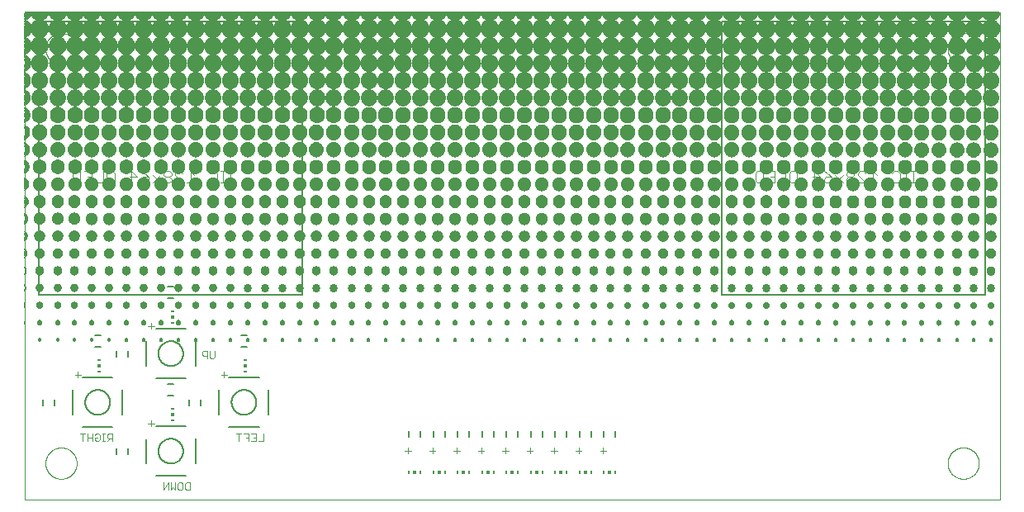
<source format=gbo>
G75*
%MOIN*%
%OFA0B0*%
%FSLAX25Y25*%
%IPPOS*%
%LPD*%
%AMOC8*
5,1,8,0,0,1.08239X$1,22.5*
%
%ADD10C,0.00000*%
%ADD11R,0.00790X0.00099*%
%ADD12R,0.00790X0.00099*%
%ADD13R,0.00790X0.00099*%
%ADD14R,0.00987X0.00099*%
%ADD15R,0.00987X0.00099*%
%ADD16R,0.00987X0.00099*%
%ADD17R,0.00987X0.00099*%
%ADD18R,0.01185X0.00099*%
%ADD19R,0.01185X0.00099*%
%ADD20R,0.01185X0.00099*%
%ADD21R,0.01382X0.00099*%
%ADD22R,0.01382X0.00099*%
%ADD23R,0.01382X0.00099*%
%ADD24R,0.01382X0.00099*%
%ADD25R,0.00198X0.00099*%
%ADD26R,0.00197X0.00099*%
%ADD27R,0.00198X0.00099*%
%ADD28R,0.00197X0.00099*%
%ADD29R,0.01185X0.00099*%
%ADD30R,0.01580X0.00099*%
%ADD31R,0.01580X0.00099*%
%ADD32R,0.01580X0.00099*%
%ADD33R,0.01580X0.00099*%
%ADD34R,0.01777X0.00099*%
%ADD35R,0.01777X0.00099*%
%ADD36R,0.00098X0.00099*%
%ADD37R,0.01777X0.00099*%
%ADD38R,0.01777X0.00099*%
%ADD39R,0.01974X0.00099*%
%ADD40R,0.01975X0.00099*%
%ADD41R,0.01974X0.00099*%
%ADD42R,0.01975X0.00099*%
%ADD43R,0.00197X0.00099*%
%ADD44R,0.01974X0.00099*%
%ADD45R,0.01975X0.00099*%
%ADD46R,0.02172X0.00099*%
%ADD47R,0.02172X0.00099*%
%ADD48R,0.00296X0.00099*%
%ADD49R,0.02172X0.00099*%
%ADD50R,0.02172X0.00099*%
%ADD51R,0.00296X0.00099*%
%ADD52R,0.00098X0.00099*%
%ADD53R,0.01777X0.00099*%
%ADD54R,0.01777X0.00099*%
%ADD55R,0.01580X0.00099*%
%ADD56R,0.01580X0.00099*%
%ADD57R,0.01382X0.00099*%
%ADD58R,0.01382X0.00099*%
%ADD59R,0.01185X0.00099*%
%ADD60R,0.01185X0.00099*%
%ADD61R,0.00987X0.00099*%
%ADD62R,0.00987X0.00099*%
%ADD63R,0.00198X0.00099*%
%ADD64R,0.00790X0.00099*%
%ADD65R,0.00296X0.00099*%
%ADD66R,0.02172X0.00099*%
%ADD67R,0.02172X0.00099*%
%ADD68R,0.02369X0.00099*%
%ADD69R,0.02370X0.00099*%
%ADD70R,0.00395X0.00099*%
%ADD71R,0.02369X0.00099*%
%ADD72R,0.02370X0.00099*%
%ADD73R,0.00395X0.00099*%
%ADD74R,0.02369X0.00099*%
%ADD75R,0.02370X0.00099*%
%ADD76R,0.00493X0.00099*%
%ADD77R,0.02567X0.00099*%
%ADD78R,0.02567X0.00099*%
%ADD79R,0.00493X0.00099*%
%ADD80R,0.02567X0.00099*%
%ADD81R,0.02567X0.00099*%
%ADD82R,0.00790X0.00099*%
%ADD83R,0.00790X0.00099*%
%ADD84R,0.00593X0.00099*%
%ADD85R,0.00592X0.00099*%
%ADD86R,0.00592X0.00099*%
%ADD87R,0.00593X0.00099*%
%ADD88R,0.00395X0.00099*%
%ADD89R,0.02567X0.00099*%
%ADD90R,0.02567X0.00099*%
%ADD91R,0.00493X0.00099*%
%ADD92R,0.02764X0.00099*%
%ADD93R,0.02765X0.00099*%
%ADD94R,0.02764X0.00099*%
%ADD95R,0.02765X0.00099*%
%ADD96R,0.00592X0.00099*%
%ADD97R,0.02962X0.00099*%
%ADD98R,0.02961X0.00099*%
%ADD99R,0.00691X0.00099*%
%ADD100R,0.02962X0.00099*%
%ADD101R,0.02961X0.00099*%
%ADD102R,0.00691X0.00099*%
%ADD103R,0.03159X0.00099*%
%ADD104R,0.03159X0.00099*%
%ADD105R,0.03159X0.00099*%
%ADD106R,0.03159X0.00099*%
%ADD107R,0.00593X0.00099*%
%ADD108R,0.03357X0.00099*%
%ADD109R,0.03356X0.00099*%
%ADD110R,0.00888X0.00099*%
%ADD111R,0.03357X0.00099*%
%ADD112R,0.03356X0.00099*%
%ADD113R,0.00888X0.00099*%
%ADD114R,0.03554X0.00099*%
%ADD115R,0.03554X0.00099*%
%ADD116R,0.03554X0.00099*%
%ADD117R,0.03554X0.00099*%
%ADD118R,0.03159X0.00099*%
%ADD119R,0.03159X0.00099*%
%ADD120R,0.00691X0.00099*%
%ADD121R,0.02962X0.00099*%
%ADD122R,0.02961X0.00099*%
%ADD123R,0.02764X0.00099*%
%ADD124R,0.02765X0.00099*%
%ADD125R,0.03751X0.00099*%
%ADD126R,0.03752X0.00099*%
%ADD127R,0.01086X0.00099*%
%ADD128R,0.03752X0.00099*%
%ADD129R,0.03751X0.00099*%
%ADD130R,0.01086X0.00099*%
%ADD131R,0.03949X0.00099*%
%ADD132R,0.03949X0.00099*%
%ADD133R,0.03949X0.00099*%
%ADD134R,0.03949X0.00099*%
%ADD135R,0.03949X0.00099*%
%ADD136R,0.03949X0.00099*%
%ADD137R,0.03751X0.00099*%
%ADD138R,0.03752X0.00099*%
%ADD139R,0.01086X0.00099*%
%ADD140R,0.03554X0.00099*%
%ADD141R,0.03554X0.00099*%
%ADD142R,0.03357X0.00099*%
%ADD143R,0.03356X0.00099*%
%ADD144R,0.00888X0.00099*%
%ADD145R,0.04146X0.00099*%
%ADD146R,0.04146X0.00099*%
%ADD147R,0.01283X0.00099*%
%ADD148R,0.04146X0.00099*%
%ADD149R,0.04146X0.00099*%
%ADD150R,0.01283X0.00099*%
%ADD151R,0.04344X0.00099*%
%ADD152R,0.04344X0.00099*%
%ADD153R,0.04344X0.00099*%
%ADD154R,0.04344X0.00099*%
%ADD155R,0.04344X0.00099*%
%ADD156R,0.04344X0.00099*%
%ADD157R,0.04146X0.00099*%
%ADD158R,0.04146X0.00099*%
%ADD159R,0.01283X0.00099*%
%ADD160R,0.04541X0.00099*%
%ADD161R,0.04541X0.00099*%
%ADD162R,0.01481X0.00099*%
%ADD163R,0.04541X0.00099*%
%ADD164R,0.04541X0.00099*%
%ADD165R,0.01481X0.00099*%
%ADD166R,0.04541X0.00099*%
%ADD167R,0.04541X0.00099*%
%ADD168R,0.04739X0.00099*%
%ADD169R,0.04739X0.00099*%
%ADD170R,0.04739X0.00099*%
%ADD171R,0.04739X0.00099*%
%ADD172R,0.04936X0.00099*%
%ADD173R,0.04936X0.00099*%
%ADD174R,0.01678X0.00099*%
%ADD175R,0.04936X0.00099*%
%ADD176R,0.04936X0.00099*%
%ADD177R,0.01678X0.00099*%
%ADD178R,0.01481X0.00099*%
%ADD179R,0.00098X0.00099*%
%ADD180R,0.04739X0.00099*%
%ADD181R,0.04739X0.00099*%
%ADD182R,0.04936X0.00099*%
%ADD183R,0.04936X0.00099*%
%ADD184R,0.01678X0.00099*%
%ADD185R,0.05133X0.00099*%
%ADD186R,0.05134X0.00099*%
%ADD187R,0.05133X0.00099*%
%ADD188R,0.05134X0.00099*%
%ADD189R,0.05331X0.00099*%
%ADD190R,0.05331X0.00099*%
%ADD191R,0.01876X0.00099*%
%ADD192R,0.05331X0.00099*%
%ADD193R,0.05331X0.00099*%
%ADD194R,0.01876X0.00099*%
%ADD195R,0.05133X0.00099*%
%ADD196R,0.05134X0.00099*%
%ADD197R,0.05528X0.00099*%
%ADD198R,0.05529X0.00099*%
%ADD199R,0.05528X0.00099*%
%ADD200R,0.05529X0.00099*%
%ADD201R,0.05528X0.00099*%
%ADD202R,0.05529X0.00099*%
%ADD203R,0.01876X0.00099*%
%ADD204R,0.05331X0.00099*%
%ADD205R,0.05331X0.00099*%
%ADD206R,0.05726X0.00099*%
%ADD207R,0.05726X0.00099*%
%ADD208R,0.02073X0.00099*%
%ADD209R,0.05726X0.00099*%
%ADD210R,0.05726X0.00099*%
%ADD211R,0.02073X0.00099*%
%ADD212R,0.05923X0.00099*%
%ADD213R,0.05924X0.00099*%
%ADD214R,0.05923X0.00099*%
%ADD215R,0.05924X0.00099*%
%ADD216R,0.06121X0.00099*%
%ADD217R,0.06120X0.00099*%
%ADD218R,0.02270X0.00099*%
%ADD219R,0.06121X0.00099*%
%ADD220R,0.06120X0.00099*%
%ADD221R,0.02270X0.00099*%
%ADD222R,0.06121X0.00099*%
%ADD223R,0.06120X0.00099*%
%ADD224R,0.05923X0.00099*%
%ADD225R,0.05924X0.00099*%
%ADD226R,0.02073X0.00099*%
%ADD227R,0.05726X0.00099*%
%ADD228R,0.05726X0.00099*%
%ADD229R,0.02270X0.00099*%
%ADD230R,0.06318X0.00099*%
%ADD231R,0.06319X0.00099*%
%ADD232R,0.06318X0.00099*%
%ADD233R,0.06319X0.00099*%
%ADD234R,0.06318X0.00099*%
%ADD235R,0.06319X0.00099*%
%ADD236R,0.06516X0.00099*%
%ADD237R,0.06515X0.00099*%
%ADD238R,0.02468X0.00099*%
%ADD239R,0.06516X0.00099*%
%ADD240R,0.06515X0.00099*%
%ADD241R,0.02468X0.00099*%
%ADD242R,0.06713X0.00099*%
%ADD243R,0.06713X0.00099*%
%ADD244R,0.06713X0.00099*%
%ADD245R,0.06713X0.00099*%
%ADD246R,0.06713X0.00099*%
%ADD247R,0.06713X0.00099*%
%ADD248R,0.02468X0.00099*%
%ADD249R,0.06516X0.00099*%
%ADD250R,0.06515X0.00099*%
%ADD251R,0.06911X0.00099*%
%ADD252R,0.13821X0.00099*%
%ADD253R,0.13821X0.00099*%
%ADD254R,0.06910X0.00099*%
%ADD255R,0.02665X0.00099*%
%ADD256R,0.06911X0.00099*%
%ADD257R,0.13821X0.00099*%
%ADD258R,0.13821X0.00099*%
%ADD259R,0.06910X0.00099*%
%ADD260R,0.02665X0.00099*%
%ADD261R,2.16299X0.00099*%
%ADD262R,3.90838X0.00099*%
%ADD263R,3.90838X0.00099*%
%ADD264R,0.02665X0.00099*%
%ADD265R,3.90838X0.00099*%
%ADD266R,1.74441X0.00099*%
%ADD267R,0.06911X0.00099*%
%ADD268R,0.13821X0.00099*%
%ADD269R,0.13821X0.00099*%
%ADD270R,0.06910X0.00099*%
%ADD271R,3.41971X0.00099*%
%ADD272R,3.93701X0.00099*%
%ADD273R,3.93701X0.00099*%
%ADD274R,3.93701X0.00099*%
%ADD275R,0.65650X0.00099*%
%ADD276R,0.02468X0.00099*%
%ADD277R,0.62688X0.00099*%
%ADD278R,3.51843X0.00099*%
%ADD279R,1.60422X0.00099*%
%ADD280R,3.93652X0.00099*%
%ADD281R,3.93652X0.00099*%
%ADD282C,0.00500*%
%ADD283C,0.00400*%
%ADD284C,0.00800*%
%ADD285C,0.00300*%
%ADD286C,0.00600*%
%ADD287R,0.01181X0.00591*%
%ADD288R,0.01181X0.01181*%
%ADD289R,0.00591X0.01181*%
D10*
X0011643Y0016420D02*
X0011643Y0213270D01*
X0405343Y0213270D01*
X0405343Y0016420D01*
X0011643Y0016420D01*
X0020107Y0031183D02*
X0020109Y0031341D01*
X0020115Y0031499D01*
X0020125Y0031657D01*
X0020139Y0031815D01*
X0020157Y0031972D01*
X0020178Y0032129D01*
X0020204Y0032285D01*
X0020234Y0032441D01*
X0020267Y0032596D01*
X0020305Y0032749D01*
X0020346Y0032902D01*
X0020391Y0033054D01*
X0020440Y0033205D01*
X0020493Y0033354D01*
X0020549Y0033502D01*
X0020609Y0033648D01*
X0020673Y0033793D01*
X0020741Y0033936D01*
X0020812Y0034078D01*
X0020886Y0034218D01*
X0020964Y0034355D01*
X0021046Y0034491D01*
X0021130Y0034625D01*
X0021219Y0034756D01*
X0021310Y0034885D01*
X0021405Y0035012D01*
X0021502Y0035137D01*
X0021603Y0035259D01*
X0021707Y0035378D01*
X0021814Y0035495D01*
X0021924Y0035609D01*
X0022037Y0035720D01*
X0022152Y0035829D01*
X0022270Y0035934D01*
X0022391Y0036036D01*
X0022514Y0036136D01*
X0022640Y0036232D01*
X0022768Y0036325D01*
X0022898Y0036415D01*
X0023031Y0036501D01*
X0023166Y0036585D01*
X0023302Y0036664D01*
X0023441Y0036741D01*
X0023582Y0036813D01*
X0023724Y0036883D01*
X0023868Y0036948D01*
X0024014Y0037010D01*
X0024161Y0037068D01*
X0024310Y0037123D01*
X0024460Y0037174D01*
X0024611Y0037221D01*
X0024763Y0037264D01*
X0024916Y0037303D01*
X0025071Y0037339D01*
X0025226Y0037370D01*
X0025382Y0037398D01*
X0025538Y0037422D01*
X0025695Y0037442D01*
X0025853Y0037458D01*
X0026010Y0037470D01*
X0026169Y0037478D01*
X0026327Y0037482D01*
X0026485Y0037482D01*
X0026643Y0037478D01*
X0026802Y0037470D01*
X0026959Y0037458D01*
X0027117Y0037442D01*
X0027274Y0037422D01*
X0027430Y0037398D01*
X0027586Y0037370D01*
X0027741Y0037339D01*
X0027896Y0037303D01*
X0028049Y0037264D01*
X0028201Y0037221D01*
X0028352Y0037174D01*
X0028502Y0037123D01*
X0028651Y0037068D01*
X0028798Y0037010D01*
X0028944Y0036948D01*
X0029088Y0036883D01*
X0029230Y0036813D01*
X0029371Y0036741D01*
X0029510Y0036664D01*
X0029646Y0036585D01*
X0029781Y0036501D01*
X0029914Y0036415D01*
X0030044Y0036325D01*
X0030172Y0036232D01*
X0030298Y0036136D01*
X0030421Y0036036D01*
X0030542Y0035934D01*
X0030660Y0035829D01*
X0030775Y0035720D01*
X0030888Y0035609D01*
X0030998Y0035495D01*
X0031105Y0035378D01*
X0031209Y0035259D01*
X0031310Y0035137D01*
X0031407Y0035012D01*
X0031502Y0034885D01*
X0031593Y0034756D01*
X0031682Y0034625D01*
X0031766Y0034491D01*
X0031848Y0034355D01*
X0031926Y0034218D01*
X0032000Y0034078D01*
X0032071Y0033936D01*
X0032139Y0033793D01*
X0032203Y0033648D01*
X0032263Y0033502D01*
X0032319Y0033354D01*
X0032372Y0033205D01*
X0032421Y0033054D01*
X0032466Y0032902D01*
X0032507Y0032749D01*
X0032545Y0032596D01*
X0032578Y0032441D01*
X0032608Y0032285D01*
X0032634Y0032129D01*
X0032655Y0031972D01*
X0032673Y0031815D01*
X0032687Y0031657D01*
X0032697Y0031499D01*
X0032703Y0031341D01*
X0032705Y0031183D01*
X0032703Y0031025D01*
X0032697Y0030867D01*
X0032687Y0030709D01*
X0032673Y0030551D01*
X0032655Y0030394D01*
X0032634Y0030237D01*
X0032608Y0030081D01*
X0032578Y0029925D01*
X0032545Y0029770D01*
X0032507Y0029617D01*
X0032466Y0029464D01*
X0032421Y0029312D01*
X0032372Y0029161D01*
X0032319Y0029012D01*
X0032263Y0028864D01*
X0032203Y0028718D01*
X0032139Y0028573D01*
X0032071Y0028430D01*
X0032000Y0028288D01*
X0031926Y0028148D01*
X0031848Y0028011D01*
X0031766Y0027875D01*
X0031682Y0027741D01*
X0031593Y0027610D01*
X0031502Y0027481D01*
X0031407Y0027354D01*
X0031310Y0027229D01*
X0031209Y0027107D01*
X0031105Y0026988D01*
X0030998Y0026871D01*
X0030888Y0026757D01*
X0030775Y0026646D01*
X0030660Y0026537D01*
X0030542Y0026432D01*
X0030421Y0026330D01*
X0030298Y0026230D01*
X0030172Y0026134D01*
X0030044Y0026041D01*
X0029914Y0025951D01*
X0029781Y0025865D01*
X0029646Y0025781D01*
X0029510Y0025702D01*
X0029371Y0025625D01*
X0029230Y0025553D01*
X0029088Y0025483D01*
X0028944Y0025418D01*
X0028798Y0025356D01*
X0028651Y0025298D01*
X0028502Y0025243D01*
X0028352Y0025192D01*
X0028201Y0025145D01*
X0028049Y0025102D01*
X0027896Y0025063D01*
X0027741Y0025027D01*
X0027586Y0024996D01*
X0027430Y0024968D01*
X0027274Y0024944D01*
X0027117Y0024924D01*
X0026959Y0024908D01*
X0026802Y0024896D01*
X0026643Y0024888D01*
X0026485Y0024884D01*
X0026327Y0024884D01*
X0026169Y0024888D01*
X0026010Y0024896D01*
X0025853Y0024908D01*
X0025695Y0024924D01*
X0025538Y0024944D01*
X0025382Y0024968D01*
X0025226Y0024996D01*
X0025071Y0025027D01*
X0024916Y0025063D01*
X0024763Y0025102D01*
X0024611Y0025145D01*
X0024460Y0025192D01*
X0024310Y0025243D01*
X0024161Y0025298D01*
X0024014Y0025356D01*
X0023868Y0025418D01*
X0023724Y0025483D01*
X0023582Y0025553D01*
X0023441Y0025625D01*
X0023302Y0025702D01*
X0023166Y0025781D01*
X0023031Y0025865D01*
X0022898Y0025951D01*
X0022768Y0026041D01*
X0022640Y0026134D01*
X0022514Y0026230D01*
X0022391Y0026330D01*
X0022270Y0026432D01*
X0022152Y0026537D01*
X0022037Y0026646D01*
X0021924Y0026757D01*
X0021814Y0026871D01*
X0021707Y0026988D01*
X0021603Y0027107D01*
X0021502Y0027229D01*
X0021405Y0027354D01*
X0021310Y0027481D01*
X0021219Y0027610D01*
X0021130Y0027741D01*
X0021046Y0027875D01*
X0020964Y0028011D01*
X0020886Y0028148D01*
X0020812Y0028288D01*
X0020741Y0028430D01*
X0020673Y0028573D01*
X0020609Y0028718D01*
X0020549Y0028864D01*
X0020493Y0029012D01*
X0020440Y0029161D01*
X0020391Y0029312D01*
X0020346Y0029464D01*
X0020305Y0029617D01*
X0020267Y0029770D01*
X0020234Y0029925D01*
X0020204Y0030081D01*
X0020178Y0030237D01*
X0020157Y0030394D01*
X0020139Y0030551D01*
X0020125Y0030709D01*
X0020115Y0030867D01*
X0020109Y0031025D01*
X0020107Y0031183D01*
X0020107Y0198506D02*
X0020109Y0198664D01*
X0020115Y0198822D01*
X0020125Y0198980D01*
X0020139Y0199138D01*
X0020157Y0199295D01*
X0020178Y0199452D01*
X0020204Y0199608D01*
X0020234Y0199764D01*
X0020267Y0199919D01*
X0020305Y0200072D01*
X0020346Y0200225D01*
X0020391Y0200377D01*
X0020440Y0200528D01*
X0020493Y0200677D01*
X0020549Y0200825D01*
X0020609Y0200971D01*
X0020673Y0201116D01*
X0020741Y0201259D01*
X0020812Y0201401D01*
X0020886Y0201541D01*
X0020964Y0201678D01*
X0021046Y0201814D01*
X0021130Y0201948D01*
X0021219Y0202079D01*
X0021310Y0202208D01*
X0021405Y0202335D01*
X0021502Y0202460D01*
X0021603Y0202582D01*
X0021707Y0202701D01*
X0021814Y0202818D01*
X0021924Y0202932D01*
X0022037Y0203043D01*
X0022152Y0203152D01*
X0022270Y0203257D01*
X0022391Y0203359D01*
X0022514Y0203459D01*
X0022640Y0203555D01*
X0022768Y0203648D01*
X0022898Y0203738D01*
X0023031Y0203824D01*
X0023166Y0203908D01*
X0023302Y0203987D01*
X0023441Y0204064D01*
X0023582Y0204136D01*
X0023724Y0204206D01*
X0023868Y0204271D01*
X0024014Y0204333D01*
X0024161Y0204391D01*
X0024310Y0204446D01*
X0024460Y0204497D01*
X0024611Y0204544D01*
X0024763Y0204587D01*
X0024916Y0204626D01*
X0025071Y0204662D01*
X0025226Y0204693D01*
X0025382Y0204721D01*
X0025538Y0204745D01*
X0025695Y0204765D01*
X0025853Y0204781D01*
X0026010Y0204793D01*
X0026169Y0204801D01*
X0026327Y0204805D01*
X0026485Y0204805D01*
X0026643Y0204801D01*
X0026802Y0204793D01*
X0026959Y0204781D01*
X0027117Y0204765D01*
X0027274Y0204745D01*
X0027430Y0204721D01*
X0027586Y0204693D01*
X0027741Y0204662D01*
X0027896Y0204626D01*
X0028049Y0204587D01*
X0028201Y0204544D01*
X0028352Y0204497D01*
X0028502Y0204446D01*
X0028651Y0204391D01*
X0028798Y0204333D01*
X0028944Y0204271D01*
X0029088Y0204206D01*
X0029230Y0204136D01*
X0029371Y0204064D01*
X0029510Y0203987D01*
X0029646Y0203908D01*
X0029781Y0203824D01*
X0029914Y0203738D01*
X0030044Y0203648D01*
X0030172Y0203555D01*
X0030298Y0203459D01*
X0030421Y0203359D01*
X0030542Y0203257D01*
X0030660Y0203152D01*
X0030775Y0203043D01*
X0030888Y0202932D01*
X0030998Y0202818D01*
X0031105Y0202701D01*
X0031209Y0202582D01*
X0031310Y0202460D01*
X0031407Y0202335D01*
X0031502Y0202208D01*
X0031593Y0202079D01*
X0031682Y0201948D01*
X0031766Y0201814D01*
X0031848Y0201678D01*
X0031926Y0201541D01*
X0032000Y0201401D01*
X0032071Y0201259D01*
X0032139Y0201116D01*
X0032203Y0200971D01*
X0032263Y0200825D01*
X0032319Y0200677D01*
X0032372Y0200528D01*
X0032421Y0200377D01*
X0032466Y0200225D01*
X0032507Y0200072D01*
X0032545Y0199919D01*
X0032578Y0199764D01*
X0032608Y0199608D01*
X0032634Y0199452D01*
X0032655Y0199295D01*
X0032673Y0199138D01*
X0032687Y0198980D01*
X0032697Y0198822D01*
X0032703Y0198664D01*
X0032705Y0198506D01*
X0032703Y0198348D01*
X0032697Y0198190D01*
X0032687Y0198032D01*
X0032673Y0197874D01*
X0032655Y0197717D01*
X0032634Y0197560D01*
X0032608Y0197404D01*
X0032578Y0197248D01*
X0032545Y0197093D01*
X0032507Y0196940D01*
X0032466Y0196787D01*
X0032421Y0196635D01*
X0032372Y0196484D01*
X0032319Y0196335D01*
X0032263Y0196187D01*
X0032203Y0196041D01*
X0032139Y0195896D01*
X0032071Y0195753D01*
X0032000Y0195611D01*
X0031926Y0195471D01*
X0031848Y0195334D01*
X0031766Y0195198D01*
X0031682Y0195064D01*
X0031593Y0194933D01*
X0031502Y0194804D01*
X0031407Y0194677D01*
X0031310Y0194552D01*
X0031209Y0194430D01*
X0031105Y0194311D01*
X0030998Y0194194D01*
X0030888Y0194080D01*
X0030775Y0193969D01*
X0030660Y0193860D01*
X0030542Y0193755D01*
X0030421Y0193653D01*
X0030298Y0193553D01*
X0030172Y0193457D01*
X0030044Y0193364D01*
X0029914Y0193274D01*
X0029781Y0193188D01*
X0029646Y0193104D01*
X0029510Y0193025D01*
X0029371Y0192948D01*
X0029230Y0192876D01*
X0029088Y0192806D01*
X0028944Y0192741D01*
X0028798Y0192679D01*
X0028651Y0192621D01*
X0028502Y0192566D01*
X0028352Y0192515D01*
X0028201Y0192468D01*
X0028049Y0192425D01*
X0027896Y0192386D01*
X0027741Y0192350D01*
X0027586Y0192319D01*
X0027430Y0192291D01*
X0027274Y0192267D01*
X0027117Y0192247D01*
X0026959Y0192231D01*
X0026802Y0192219D01*
X0026643Y0192211D01*
X0026485Y0192207D01*
X0026327Y0192207D01*
X0026169Y0192211D01*
X0026010Y0192219D01*
X0025853Y0192231D01*
X0025695Y0192247D01*
X0025538Y0192267D01*
X0025382Y0192291D01*
X0025226Y0192319D01*
X0025071Y0192350D01*
X0024916Y0192386D01*
X0024763Y0192425D01*
X0024611Y0192468D01*
X0024460Y0192515D01*
X0024310Y0192566D01*
X0024161Y0192621D01*
X0024014Y0192679D01*
X0023868Y0192741D01*
X0023724Y0192806D01*
X0023582Y0192876D01*
X0023441Y0192948D01*
X0023302Y0193025D01*
X0023166Y0193104D01*
X0023031Y0193188D01*
X0022898Y0193274D01*
X0022768Y0193364D01*
X0022640Y0193457D01*
X0022514Y0193553D01*
X0022391Y0193653D01*
X0022270Y0193755D01*
X0022152Y0193860D01*
X0022037Y0193969D01*
X0021924Y0194080D01*
X0021814Y0194194D01*
X0021707Y0194311D01*
X0021603Y0194430D01*
X0021502Y0194552D01*
X0021405Y0194677D01*
X0021310Y0194804D01*
X0021219Y0194933D01*
X0021130Y0195064D01*
X0021046Y0195198D01*
X0020964Y0195334D01*
X0020886Y0195471D01*
X0020812Y0195611D01*
X0020741Y0195753D01*
X0020673Y0195896D01*
X0020609Y0196041D01*
X0020549Y0196187D01*
X0020493Y0196335D01*
X0020440Y0196484D01*
X0020391Y0196635D01*
X0020346Y0196787D01*
X0020305Y0196940D01*
X0020267Y0197093D01*
X0020234Y0197248D01*
X0020204Y0197404D01*
X0020178Y0197560D01*
X0020157Y0197717D01*
X0020139Y0197874D01*
X0020125Y0198032D01*
X0020115Y0198190D01*
X0020109Y0198348D01*
X0020107Y0198506D01*
X0384281Y0198506D02*
X0384283Y0198664D01*
X0384289Y0198822D01*
X0384299Y0198980D01*
X0384313Y0199138D01*
X0384331Y0199295D01*
X0384352Y0199452D01*
X0384378Y0199608D01*
X0384408Y0199764D01*
X0384441Y0199919D01*
X0384479Y0200072D01*
X0384520Y0200225D01*
X0384565Y0200377D01*
X0384614Y0200528D01*
X0384667Y0200677D01*
X0384723Y0200825D01*
X0384783Y0200971D01*
X0384847Y0201116D01*
X0384915Y0201259D01*
X0384986Y0201401D01*
X0385060Y0201541D01*
X0385138Y0201678D01*
X0385220Y0201814D01*
X0385304Y0201948D01*
X0385393Y0202079D01*
X0385484Y0202208D01*
X0385579Y0202335D01*
X0385676Y0202460D01*
X0385777Y0202582D01*
X0385881Y0202701D01*
X0385988Y0202818D01*
X0386098Y0202932D01*
X0386211Y0203043D01*
X0386326Y0203152D01*
X0386444Y0203257D01*
X0386565Y0203359D01*
X0386688Y0203459D01*
X0386814Y0203555D01*
X0386942Y0203648D01*
X0387072Y0203738D01*
X0387205Y0203824D01*
X0387340Y0203908D01*
X0387476Y0203987D01*
X0387615Y0204064D01*
X0387756Y0204136D01*
X0387898Y0204206D01*
X0388042Y0204271D01*
X0388188Y0204333D01*
X0388335Y0204391D01*
X0388484Y0204446D01*
X0388634Y0204497D01*
X0388785Y0204544D01*
X0388937Y0204587D01*
X0389090Y0204626D01*
X0389245Y0204662D01*
X0389400Y0204693D01*
X0389556Y0204721D01*
X0389712Y0204745D01*
X0389869Y0204765D01*
X0390027Y0204781D01*
X0390184Y0204793D01*
X0390343Y0204801D01*
X0390501Y0204805D01*
X0390659Y0204805D01*
X0390817Y0204801D01*
X0390976Y0204793D01*
X0391133Y0204781D01*
X0391291Y0204765D01*
X0391448Y0204745D01*
X0391604Y0204721D01*
X0391760Y0204693D01*
X0391915Y0204662D01*
X0392070Y0204626D01*
X0392223Y0204587D01*
X0392375Y0204544D01*
X0392526Y0204497D01*
X0392676Y0204446D01*
X0392825Y0204391D01*
X0392972Y0204333D01*
X0393118Y0204271D01*
X0393262Y0204206D01*
X0393404Y0204136D01*
X0393545Y0204064D01*
X0393684Y0203987D01*
X0393820Y0203908D01*
X0393955Y0203824D01*
X0394088Y0203738D01*
X0394218Y0203648D01*
X0394346Y0203555D01*
X0394472Y0203459D01*
X0394595Y0203359D01*
X0394716Y0203257D01*
X0394834Y0203152D01*
X0394949Y0203043D01*
X0395062Y0202932D01*
X0395172Y0202818D01*
X0395279Y0202701D01*
X0395383Y0202582D01*
X0395484Y0202460D01*
X0395581Y0202335D01*
X0395676Y0202208D01*
X0395767Y0202079D01*
X0395856Y0201948D01*
X0395940Y0201814D01*
X0396022Y0201678D01*
X0396100Y0201541D01*
X0396174Y0201401D01*
X0396245Y0201259D01*
X0396313Y0201116D01*
X0396377Y0200971D01*
X0396437Y0200825D01*
X0396493Y0200677D01*
X0396546Y0200528D01*
X0396595Y0200377D01*
X0396640Y0200225D01*
X0396681Y0200072D01*
X0396719Y0199919D01*
X0396752Y0199764D01*
X0396782Y0199608D01*
X0396808Y0199452D01*
X0396829Y0199295D01*
X0396847Y0199138D01*
X0396861Y0198980D01*
X0396871Y0198822D01*
X0396877Y0198664D01*
X0396879Y0198506D01*
X0396877Y0198348D01*
X0396871Y0198190D01*
X0396861Y0198032D01*
X0396847Y0197874D01*
X0396829Y0197717D01*
X0396808Y0197560D01*
X0396782Y0197404D01*
X0396752Y0197248D01*
X0396719Y0197093D01*
X0396681Y0196940D01*
X0396640Y0196787D01*
X0396595Y0196635D01*
X0396546Y0196484D01*
X0396493Y0196335D01*
X0396437Y0196187D01*
X0396377Y0196041D01*
X0396313Y0195896D01*
X0396245Y0195753D01*
X0396174Y0195611D01*
X0396100Y0195471D01*
X0396022Y0195334D01*
X0395940Y0195198D01*
X0395856Y0195064D01*
X0395767Y0194933D01*
X0395676Y0194804D01*
X0395581Y0194677D01*
X0395484Y0194552D01*
X0395383Y0194430D01*
X0395279Y0194311D01*
X0395172Y0194194D01*
X0395062Y0194080D01*
X0394949Y0193969D01*
X0394834Y0193860D01*
X0394716Y0193755D01*
X0394595Y0193653D01*
X0394472Y0193553D01*
X0394346Y0193457D01*
X0394218Y0193364D01*
X0394088Y0193274D01*
X0393955Y0193188D01*
X0393820Y0193104D01*
X0393684Y0193025D01*
X0393545Y0192948D01*
X0393404Y0192876D01*
X0393262Y0192806D01*
X0393118Y0192741D01*
X0392972Y0192679D01*
X0392825Y0192621D01*
X0392676Y0192566D01*
X0392526Y0192515D01*
X0392375Y0192468D01*
X0392223Y0192425D01*
X0392070Y0192386D01*
X0391915Y0192350D01*
X0391760Y0192319D01*
X0391604Y0192291D01*
X0391448Y0192267D01*
X0391291Y0192247D01*
X0391133Y0192231D01*
X0390976Y0192219D01*
X0390817Y0192211D01*
X0390659Y0192207D01*
X0390501Y0192207D01*
X0390343Y0192211D01*
X0390184Y0192219D01*
X0390027Y0192231D01*
X0389869Y0192247D01*
X0389712Y0192267D01*
X0389556Y0192291D01*
X0389400Y0192319D01*
X0389245Y0192350D01*
X0389090Y0192386D01*
X0388937Y0192425D01*
X0388785Y0192468D01*
X0388634Y0192515D01*
X0388484Y0192566D01*
X0388335Y0192621D01*
X0388188Y0192679D01*
X0388042Y0192741D01*
X0387898Y0192806D01*
X0387756Y0192876D01*
X0387615Y0192948D01*
X0387476Y0193025D01*
X0387340Y0193104D01*
X0387205Y0193188D01*
X0387072Y0193274D01*
X0386942Y0193364D01*
X0386814Y0193457D01*
X0386688Y0193553D01*
X0386565Y0193653D01*
X0386444Y0193755D01*
X0386326Y0193860D01*
X0386211Y0193969D01*
X0386098Y0194080D01*
X0385988Y0194194D01*
X0385881Y0194311D01*
X0385777Y0194430D01*
X0385676Y0194552D01*
X0385579Y0194677D01*
X0385484Y0194804D01*
X0385393Y0194933D01*
X0385304Y0195064D01*
X0385220Y0195198D01*
X0385138Y0195334D01*
X0385060Y0195471D01*
X0384986Y0195611D01*
X0384915Y0195753D01*
X0384847Y0195896D01*
X0384783Y0196041D01*
X0384723Y0196187D01*
X0384667Y0196335D01*
X0384614Y0196484D01*
X0384565Y0196635D01*
X0384520Y0196787D01*
X0384479Y0196940D01*
X0384441Y0197093D01*
X0384408Y0197248D01*
X0384378Y0197404D01*
X0384352Y0197560D01*
X0384331Y0197717D01*
X0384313Y0197874D01*
X0384299Y0198032D01*
X0384289Y0198190D01*
X0384283Y0198348D01*
X0384281Y0198506D01*
X0384281Y0031183D02*
X0384283Y0031341D01*
X0384289Y0031499D01*
X0384299Y0031657D01*
X0384313Y0031815D01*
X0384331Y0031972D01*
X0384352Y0032129D01*
X0384378Y0032285D01*
X0384408Y0032441D01*
X0384441Y0032596D01*
X0384479Y0032749D01*
X0384520Y0032902D01*
X0384565Y0033054D01*
X0384614Y0033205D01*
X0384667Y0033354D01*
X0384723Y0033502D01*
X0384783Y0033648D01*
X0384847Y0033793D01*
X0384915Y0033936D01*
X0384986Y0034078D01*
X0385060Y0034218D01*
X0385138Y0034355D01*
X0385220Y0034491D01*
X0385304Y0034625D01*
X0385393Y0034756D01*
X0385484Y0034885D01*
X0385579Y0035012D01*
X0385676Y0035137D01*
X0385777Y0035259D01*
X0385881Y0035378D01*
X0385988Y0035495D01*
X0386098Y0035609D01*
X0386211Y0035720D01*
X0386326Y0035829D01*
X0386444Y0035934D01*
X0386565Y0036036D01*
X0386688Y0036136D01*
X0386814Y0036232D01*
X0386942Y0036325D01*
X0387072Y0036415D01*
X0387205Y0036501D01*
X0387340Y0036585D01*
X0387476Y0036664D01*
X0387615Y0036741D01*
X0387756Y0036813D01*
X0387898Y0036883D01*
X0388042Y0036948D01*
X0388188Y0037010D01*
X0388335Y0037068D01*
X0388484Y0037123D01*
X0388634Y0037174D01*
X0388785Y0037221D01*
X0388937Y0037264D01*
X0389090Y0037303D01*
X0389245Y0037339D01*
X0389400Y0037370D01*
X0389556Y0037398D01*
X0389712Y0037422D01*
X0389869Y0037442D01*
X0390027Y0037458D01*
X0390184Y0037470D01*
X0390343Y0037478D01*
X0390501Y0037482D01*
X0390659Y0037482D01*
X0390817Y0037478D01*
X0390976Y0037470D01*
X0391133Y0037458D01*
X0391291Y0037442D01*
X0391448Y0037422D01*
X0391604Y0037398D01*
X0391760Y0037370D01*
X0391915Y0037339D01*
X0392070Y0037303D01*
X0392223Y0037264D01*
X0392375Y0037221D01*
X0392526Y0037174D01*
X0392676Y0037123D01*
X0392825Y0037068D01*
X0392972Y0037010D01*
X0393118Y0036948D01*
X0393262Y0036883D01*
X0393404Y0036813D01*
X0393545Y0036741D01*
X0393684Y0036664D01*
X0393820Y0036585D01*
X0393955Y0036501D01*
X0394088Y0036415D01*
X0394218Y0036325D01*
X0394346Y0036232D01*
X0394472Y0036136D01*
X0394595Y0036036D01*
X0394716Y0035934D01*
X0394834Y0035829D01*
X0394949Y0035720D01*
X0395062Y0035609D01*
X0395172Y0035495D01*
X0395279Y0035378D01*
X0395383Y0035259D01*
X0395484Y0035137D01*
X0395581Y0035012D01*
X0395676Y0034885D01*
X0395767Y0034756D01*
X0395856Y0034625D01*
X0395940Y0034491D01*
X0396022Y0034355D01*
X0396100Y0034218D01*
X0396174Y0034078D01*
X0396245Y0033936D01*
X0396313Y0033793D01*
X0396377Y0033648D01*
X0396437Y0033502D01*
X0396493Y0033354D01*
X0396546Y0033205D01*
X0396595Y0033054D01*
X0396640Y0032902D01*
X0396681Y0032749D01*
X0396719Y0032596D01*
X0396752Y0032441D01*
X0396782Y0032285D01*
X0396808Y0032129D01*
X0396829Y0031972D01*
X0396847Y0031815D01*
X0396861Y0031657D01*
X0396871Y0031499D01*
X0396877Y0031341D01*
X0396879Y0031183D01*
X0396877Y0031025D01*
X0396871Y0030867D01*
X0396861Y0030709D01*
X0396847Y0030551D01*
X0396829Y0030394D01*
X0396808Y0030237D01*
X0396782Y0030081D01*
X0396752Y0029925D01*
X0396719Y0029770D01*
X0396681Y0029617D01*
X0396640Y0029464D01*
X0396595Y0029312D01*
X0396546Y0029161D01*
X0396493Y0029012D01*
X0396437Y0028864D01*
X0396377Y0028718D01*
X0396313Y0028573D01*
X0396245Y0028430D01*
X0396174Y0028288D01*
X0396100Y0028148D01*
X0396022Y0028011D01*
X0395940Y0027875D01*
X0395856Y0027741D01*
X0395767Y0027610D01*
X0395676Y0027481D01*
X0395581Y0027354D01*
X0395484Y0027229D01*
X0395383Y0027107D01*
X0395279Y0026988D01*
X0395172Y0026871D01*
X0395062Y0026757D01*
X0394949Y0026646D01*
X0394834Y0026537D01*
X0394716Y0026432D01*
X0394595Y0026330D01*
X0394472Y0026230D01*
X0394346Y0026134D01*
X0394218Y0026041D01*
X0394088Y0025951D01*
X0393955Y0025865D01*
X0393820Y0025781D01*
X0393684Y0025702D01*
X0393545Y0025625D01*
X0393404Y0025553D01*
X0393262Y0025483D01*
X0393118Y0025418D01*
X0392972Y0025356D01*
X0392825Y0025298D01*
X0392676Y0025243D01*
X0392526Y0025192D01*
X0392375Y0025145D01*
X0392223Y0025102D01*
X0392070Y0025063D01*
X0391915Y0025027D01*
X0391760Y0024996D01*
X0391604Y0024968D01*
X0391448Y0024944D01*
X0391291Y0024924D01*
X0391133Y0024908D01*
X0390976Y0024896D01*
X0390817Y0024888D01*
X0390659Y0024884D01*
X0390501Y0024884D01*
X0390343Y0024888D01*
X0390184Y0024896D01*
X0390027Y0024908D01*
X0389869Y0024924D01*
X0389712Y0024944D01*
X0389556Y0024968D01*
X0389400Y0024996D01*
X0389245Y0025027D01*
X0389090Y0025063D01*
X0388937Y0025102D01*
X0388785Y0025145D01*
X0388634Y0025192D01*
X0388484Y0025243D01*
X0388335Y0025298D01*
X0388188Y0025356D01*
X0388042Y0025418D01*
X0387898Y0025483D01*
X0387756Y0025553D01*
X0387615Y0025625D01*
X0387476Y0025702D01*
X0387340Y0025781D01*
X0387205Y0025865D01*
X0387072Y0025951D01*
X0386942Y0026041D01*
X0386814Y0026134D01*
X0386688Y0026230D01*
X0386565Y0026330D01*
X0386444Y0026432D01*
X0386326Y0026537D01*
X0386211Y0026646D01*
X0386098Y0026757D01*
X0385988Y0026871D01*
X0385881Y0026988D01*
X0385777Y0027107D01*
X0385676Y0027229D01*
X0385579Y0027354D01*
X0385484Y0027481D01*
X0385393Y0027610D01*
X0385304Y0027741D01*
X0385220Y0027875D01*
X0385138Y0028011D01*
X0385060Y0028148D01*
X0384986Y0028288D01*
X0384915Y0028430D01*
X0384847Y0028573D01*
X0384783Y0028718D01*
X0384723Y0028864D01*
X0384667Y0029012D01*
X0384614Y0029161D01*
X0384565Y0029312D01*
X0384520Y0029464D01*
X0384479Y0029617D01*
X0384441Y0029770D01*
X0384408Y0029925D01*
X0384378Y0030081D01*
X0384352Y0030237D01*
X0384331Y0030394D01*
X0384313Y0030551D01*
X0384299Y0030709D01*
X0384289Y0030867D01*
X0384283Y0031025D01*
X0384281Y0031183D01*
D11*
X0380910Y0080115D03*
X0380910Y0081398D03*
X0387919Y0081398D03*
X0387919Y0080115D03*
X0394830Y0080115D03*
X0394830Y0081398D03*
X0401839Y0081398D03*
X0401839Y0080115D03*
X0373900Y0080115D03*
X0373900Y0081398D03*
X0366891Y0081398D03*
X0366891Y0080115D03*
X0359981Y0080115D03*
X0359981Y0081398D03*
X0352972Y0081398D03*
X0352972Y0080115D03*
X0345963Y0080115D03*
X0345963Y0081398D03*
X0339052Y0081398D03*
X0339052Y0080115D03*
X0332043Y0080115D03*
X0332043Y0081398D03*
X0325033Y0081398D03*
X0325033Y0080115D03*
X0318024Y0080115D03*
X0318024Y0081398D03*
X0311114Y0081398D03*
X0311114Y0080115D03*
X0304105Y0080115D03*
X0304105Y0081398D03*
X0297095Y0081398D03*
X0297095Y0080115D03*
X0283176Y0080115D03*
X0283176Y0081398D03*
X0276167Y0081398D03*
X0276167Y0080115D03*
X0269157Y0080115D03*
X0269157Y0081398D03*
X0262247Y0081398D03*
X0262247Y0080115D03*
X0255237Y0080115D03*
X0255237Y0081398D03*
X0248228Y0081398D03*
X0248228Y0080115D03*
X0241318Y0080115D03*
X0241318Y0081398D03*
X0234309Y0081398D03*
X0234309Y0080115D03*
X0227299Y0080115D03*
X0227299Y0081398D03*
X0220389Y0081398D03*
X0220389Y0080115D03*
X0213380Y0080115D03*
X0213380Y0081398D03*
X0206370Y0081398D03*
X0206370Y0080115D03*
X0199361Y0080115D03*
X0199361Y0081398D03*
X0192451Y0081398D03*
X0192451Y0080115D03*
X0185441Y0080115D03*
X0185441Y0081398D03*
X0178432Y0081398D03*
X0178432Y0080115D03*
X0171522Y0080115D03*
X0171522Y0081398D03*
X0164513Y0081398D03*
X0164513Y0080115D03*
X0157503Y0080115D03*
X0157503Y0081398D03*
X0150494Y0081398D03*
X0150494Y0080115D03*
X0143583Y0080115D03*
X0143583Y0081398D03*
X0136574Y0081398D03*
X0136574Y0080115D03*
X0129565Y0080115D03*
X0129565Y0081398D03*
X0122655Y0081398D03*
X0122655Y0080115D03*
X0108636Y0080115D03*
X0108636Y0081398D03*
X0101627Y0081398D03*
X0101627Y0080115D03*
X0094717Y0080115D03*
X0094717Y0081398D03*
X0087707Y0081398D03*
X0087707Y0080115D03*
X0080698Y0080115D03*
X0080698Y0081398D03*
X0073788Y0081398D03*
X0073788Y0080115D03*
X0066778Y0080115D03*
X0066778Y0081398D03*
X0059769Y0081398D03*
X0059769Y0080115D03*
X0052760Y0080115D03*
X0052760Y0081398D03*
X0011988Y0101636D03*
X0011988Y0101833D03*
X0011988Y0102031D03*
X0017911Y0106967D03*
X0011988Y0107855D03*
X0011988Y0109534D03*
X0011988Y0114470D03*
X0011988Y0116938D03*
X0011988Y0121282D03*
X0011988Y0124144D03*
X0017911Y0124835D03*
X0024920Y0124835D03*
X0031831Y0124835D03*
X0038840Y0124835D03*
X0045850Y0124835D03*
X0052859Y0124835D03*
X0059769Y0124835D03*
X0066778Y0124835D03*
X0073788Y0124835D03*
X0080698Y0124835D03*
X0087707Y0124835D03*
X0094717Y0124835D03*
X0101726Y0124835D03*
X0108636Y0124835D03*
X0122655Y0124835D03*
X0129565Y0124835D03*
X0136574Y0124835D03*
X0143583Y0124835D03*
X0150593Y0124835D03*
X0157503Y0120492D03*
X0164513Y0120492D03*
X0171522Y0120492D03*
X0178432Y0120492D03*
X0185441Y0120492D03*
X0192451Y0120492D03*
X0199361Y0120492D03*
X0206370Y0120492D03*
X0213380Y0120492D03*
X0220389Y0120492D03*
X0227299Y0120492D03*
X0234309Y0120492D03*
X0241318Y0120492D03*
X0248228Y0120492D03*
X0255237Y0120492D03*
X0262247Y0120492D03*
X0269256Y0120492D03*
X0269256Y0117530D03*
X0276167Y0117530D03*
X0276167Y0120492D03*
X0283176Y0120492D03*
X0283176Y0117530D03*
X0297095Y0117530D03*
X0297095Y0120492D03*
X0304105Y0120492D03*
X0304105Y0117530D03*
X0311114Y0117530D03*
X0311114Y0120492D03*
X0318123Y0120492D03*
X0318123Y0117530D03*
X0325033Y0117530D03*
X0325033Y0120492D03*
X0332043Y0120492D03*
X0332043Y0117530D03*
X0339052Y0117530D03*
X0339052Y0120492D03*
X0345963Y0120492D03*
X0345963Y0117530D03*
X0352972Y0117530D03*
X0352972Y0120492D03*
X0359981Y0120492D03*
X0359981Y0117530D03*
X0366990Y0117530D03*
X0366990Y0120492D03*
X0373900Y0120492D03*
X0373900Y0117530D03*
X0380910Y0117530D03*
X0380910Y0120492D03*
X0387919Y0120492D03*
X0387919Y0117530D03*
X0394830Y0117530D03*
X0394830Y0120492D03*
X0401839Y0120492D03*
X0401839Y0117530D03*
X0380910Y0106967D03*
X0373900Y0106967D03*
X0366891Y0106967D03*
X0359981Y0106967D03*
X0352972Y0106967D03*
X0345963Y0106967D03*
X0339052Y0106967D03*
X0332043Y0106967D03*
X0325033Y0106967D03*
X0318123Y0106967D03*
X0311114Y0106967D03*
X0304105Y0106967D03*
X0297095Y0106967D03*
X0283176Y0106967D03*
X0276167Y0106967D03*
X0269256Y0106967D03*
X0262247Y0106967D03*
X0255237Y0106967D03*
X0248228Y0106967D03*
X0241318Y0106967D03*
X0234309Y0106967D03*
X0227299Y0106967D03*
X0220389Y0106967D03*
X0213380Y0106967D03*
X0206370Y0106967D03*
X0199361Y0106967D03*
X0192451Y0106967D03*
X0185441Y0106967D03*
X0178432Y0106967D03*
X0171522Y0106967D03*
X0164513Y0106967D03*
X0157503Y0106967D03*
X0150494Y0106967D03*
X0143583Y0106967D03*
X0136574Y0106967D03*
X0129565Y0106967D03*
X0122655Y0106967D03*
X0108636Y0106967D03*
X0101726Y0106967D03*
X0094717Y0106967D03*
X0087707Y0106967D03*
X0080698Y0106967D03*
X0073788Y0106967D03*
X0066778Y0106967D03*
X0059769Y0106967D03*
X0052859Y0106967D03*
X0045850Y0106967D03*
X0038840Y0106967D03*
X0031831Y0106967D03*
X0024920Y0106967D03*
X0011988Y0131450D03*
X0011988Y0134708D03*
X0011988Y0141519D03*
X0011988Y0148331D03*
X0011988Y0167187D03*
X0011988Y0175677D03*
X0011988Y0182489D03*
X0011988Y0188511D03*
X0011988Y0209933D03*
X0373900Y0160375D03*
X0373900Y0154551D03*
X0380910Y0154551D03*
X0380910Y0160375D03*
X0387919Y0160375D03*
X0394830Y0160375D03*
X0394830Y0154551D03*
X0387919Y0154551D03*
X0401839Y0154551D03*
X0401839Y0160375D03*
D12*
X0290185Y0120492D03*
X0290185Y0117530D03*
X0290185Y0106967D03*
X0290185Y0081398D03*
X0290185Y0080115D03*
X0115645Y0080115D03*
X0115645Y0081398D03*
X0115645Y0106967D03*
X0115645Y0124835D03*
D13*
X0108636Y0113779D03*
X0101726Y0113779D03*
X0094717Y0113779D03*
X0087707Y0113779D03*
X0080698Y0113779D03*
X0073788Y0113779D03*
X0066778Y0113779D03*
X0059769Y0113779D03*
X0052859Y0113779D03*
X0045850Y0113779D03*
X0038840Y0113779D03*
X0031831Y0113779D03*
X0024920Y0113779D03*
X0017911Y0113779D03*
X0011988Y0114568D03*
X0011988Y0107954D03*
X0011988Y0101932D03*
X0011988Y0101735D03*
X0011988Y0101537D03*
X0017911Y0081497D03*
X0017911Y0080213D03*
X0024920Y0080213D03*
X0024920Y0081497D03*
X0031831Y0081497D03*
X0031831Y0080213D03*
X0038840Y0080213D03*
X0038840Y0081497D03*
X0045850Y0081497D03*
X0045850Y0080213D03*
X0122655Y0113779D03*
X0129565Y0113779D03*
X0136574Y0113779D03*
X0143583Y0113779D03*
X0150593Y0113779D03*
X0157503Y0113779D03*
X0164513Y0113779D03*
X0171522Y0113779D03*
X0178432Y0113779D03*
X0185441Y0113779D03*
X0192451Y0113779D03*
X0199361Y0113779D03*
X0206370Y0113779D03*
X0213380Y0113779D03*
X0220389Y0113779D03*
X0227299Y0113779D03*
X0234309Y0113779D03*
X0241318Y0113779D03*
X0248228Y0113779D03*
X0255237Y0113779D03*
X0262247Y0113779D03*
X0269256Y0113680D03*
X0276167Y0113680D03*
X0283176Y0113680D03*
X0297095Y0113680D03*
X0304105Y0113680D03*
X0311114Y0113680D03*
X0318123Y0113680D03*
X0325033Y0113680D03*
X0332043Y0113680D03*
X0339052Y0113680D03*
X0345963Y0113680D03*
X0352972Y0113680D03*
X0359981Y0113680D03*
X0366990Y0113680D03*
X0373900Y0113680D03*
X0380910Y0113680D03*
X0387919Y0113680D03*
X0394830Y0113680D03*
X0401839Y0113680D03*
X0401839Y0124737D03*
X0394830Y0124737D03*
X0387919Y0124737D03*
X0380910Y0124737D03*
X0373900Y0124737D03*
X0366990Y0124737D03*
X0359981Y0124737D03*
X0352972Y0124737D03*
X0345963Y0124737D03*
X0339052Y0124737D03*
X0332043Y0124737D03*
X0325033Y0124737D03*
X0318123Y0124737D03*
X0311114Y0124737D03*
X0304105Y0124737D03*
X0297095Y0124737D03*
X0283176Y0124737D03*
X0276167Y0124737D03*
X0269256Y0124737D03*
X0262247Y0124737D03*
X0255237Y0124737D03*
X0248228Y0124737D03*
X0241318Y0124737D03*
X0234309Y0124737D03*
X0227299Y0124737D03*
X0220389Y0124737D03*
X0213380Y0124737D03*
X0206370Y0124737D03*
X0199361Y0124737D03*
X0192451Y0124737D03*
X0185441Y0124737D03*
X0178432Y0124737D03*
X0171522Y0124737D03*
X0164513Y0124737D03*
X0157503Y0124737D03*
X0220389Y0093442D03*
X0227299Y0093442D03*
X0234309Y0093442D03*
X0241318Y0093442D03*
X0248228Y0093442D03*
X0255237Y0093442D03*
X0262247Y0093442D03*
X0269256Y0093442D03*
X0276167Y0093442D03*
X0283176Y0093442D03*
X0297095Y0093442D03*
X0304105Y0093442D03*
X0311114Y0093442D03*
X0318024Y0093442D03*
X0325033Y0093442D03*
X0332043Y0093442D03*
X0339052Y0093442D03*
X0345963Y0093442D03*
X0352972Y0093442D03*
X0359981Y0093442D03*
X0366891Y0093442D03*
X0373900Y0093442D03*
X0380910Y0093442D03*
X0387919Y0093442D03*
X0394830Y0093442D03*
X0401839Y0093442D03*
X0011988Y0145764D03*
X0011988Y0152971D03*
X0011988Y0161955D03*
X0011988Y0181502D03*
X0011988Y0189399D03*
X0011988Y0195619D03*
D14*
X0012087Y0188412D03*
X0012087Y0168964D03*
X0012087Y0167088D03*
X0031930Y0141026D03*
X0045849Y0141026D03*
X0059769Y0141026D03*
X0073788Y0141026D03*
X0087707Y0141026D03*
X0101726Y0141026D03*
X0115645Y0141026D03*
X0129565Y0141026D03*
X0143584Y0141026D03*
X0157503Y0141026D03*
X0171522Y0141026D03*
X0185442Y0141026D03*
X0220389Y0146159D03*
X0227299Y0146159D03*
X0234308Y0146159D03*
X0248327Y0146159D03*
X0262247Y0146159D03*
X0276166Y0146159D03*
X0290185Y0146159D03*
X0304105Y0146159D03*
X0318123Y0146159D03*
X0332043Y0146159D03*
X0345962Y0146159D03*
X0359981Y0146159D03*
X0373901Y0146159D03*
X0401839Y0146159D03*
X0332043Y0086828D03*
X0332043Y0081299D03*
X0332043Y0080213D03*
X0345962Y0080213D03*
X0345962Y0081299D03*
X0359981Y0081299D03*
X0359981Y0080213D03*
X0373901Y0080213D03*
X0373901Y0081299D03*
X0401839Y0081299D03*
X0401839Y0080213D03*
X0318024Y0080213D03*
X0318024Y0081299D03*
X0318024Y0086828D03*
X0304105Y0086828D03*
X0304105Y0081299D03*
X0304105Y0080213D03*
X0290185Y0080213D03*
X0290185Y0081299D03*
X0290185Y0086828D03*
X0276166Y0086828D03*
X0269157Y0086828D03*
X0262247Y0086828D03*
X0262247Y0081299D03*
X0262247Y0080213D03*
X0269157Y0080213D03*
X0269157Y0081299D03*
X0276166Y0081299D03*
X0276166Y0080213D03*
X0234308Y0080213D03*
X0234308Y0081299D03*
X0227299Y0081299D03*
X0227299Y0080213D03*
X0220389Y0080213D03*
X0220389Y0081299D03*
X0220389Y0086828D03*
X0227299Y0086828D03*
X0234308Y0086828D03*
X0199361Y0086828D03*
X0199361Y0081299D03*
X0199361Y0080213D03*
X0185442Y0080213D03*
X0185442Y0081299D03*
X0185442Y0086828D03*
X0171522Y0086828D03*
X0171522Y0081299D03*
X0171522Y0080213D03*
X0157503Y0080213D03*
X0157503Y0081299D03*
X0157503Y0086828D03*
X0143584Y0086828D03*
X0143584Y0081299D03*
X0143584Y0080213D03*
X0129565Y0080213D03*
X0129565Y0081299D03*
X0129565Y0086828D03*
X0115645Y0086828D03*
X0115645Y0081299D03*
X0115645Y0080213D03*
X0101627Y0080213D03*
X0101627Y0081299D03*
X0101627Y0086828D03*
X0087707Y0086828D03*
X0087707Y0081299D03*
X0087707Y0080213D03*
X0073788Y0080213D03*
X0073788Y0081299D03*
X0073788Y0086828D03*
X0059769Y0086828D03*
X0052760Y0086828D03*
X0045849Y0086828D03*
X0052760Y0081299D03*
X0052760Y0080213D03*
X0059769Y0080213D03*
X0059769Y0081299D03*
X0012087Y0108349D03*
X0012087Y0108546D03*
X0012087Y0108744D03*
X0012087Y0108941D03*
X0012087Y0114766D03*
X0012087Y0131252D03*
D15*
X0017911Y0141026D03*
X0024920Y0141026D03*
X0038840Y0141026D03*
X0052859Y0141026D03*
X0066778Y0141026D03*
X0080698Y0141026D03*
X0094717Y0141026D03*
X0108636Y0141026D03*
X0122655Y0141026D03*
X0136574Y0141026D03*
X0150593Y0141026D03*
X0164513Y0141026D03*
X0178432Y0141026D03*
X0192451Y0141026D03*
X0199460Y0141026D03*
X0206370Y0146159D03*
X0213380Y0146159D03*
X0241318Y0146159D03*
X0255237Y0146159D03*
X0269256Y0146159D03*
X0283176Y0146159D03*
X0297095Y0146159D03*
X0311114Y0146159D03*
X0325033Y0146159D03*
X0339052Y0146159D03*
X0352972Y0146159D03*
X0366990Y0146159D03*
X0380910Y0146159D03*
X0387919Y0146159D03*
X0394830Y0146159D03*
X0325033Y0086828D03*
X0325033Y0081299D03*
X0325033Y0080213D03*
X0311114Y0080213D03*
X0311114Y0081299D03*
X0311114Y0086828D03*
X0297095Y0086828D03*
X0297095Y0081299D03*
X0297095Y0080213D03*
X0283176Y0080213D03*
X0283176Y0081299D03*
X0283176Y0086828D03*
X0255237Y0086828D03*
X0248228Y0086828D03*
X0241318Y0086828D03*
X0241318Y0081299D03*
X0241318Y0080213D03*
X0248228Y0080213D03*
X0248228Y0081299D03*
X0255237Y0081299D03*
X0255237Y0080213D03*
X0213380Y0080213D03*
X0213380Y0081299D03*
X0206370Y0081299D03*
X0206370Y0080213D03*
X0206370Y0086828D03*
X0213380Y0086828D03*
X0192451Y0086828D03*
X0192451Y0081299D03*
X0192451Y0080213D03*
X0178432Y0080213D03*
X0178432Y0081299D03*
X0178432Y0086828D03*
X0164513Y0086828D03*
X0164513Y0081299D03*
X0164513Y0080213D03*
X0150494Y0080213D03*
X0150494Y0081299D03*
X0150494Y0086828D03*
X0136574Y0086828D03*
X0136574Y0081299D03*
X0136574Y0080213D03*
X0122655Y0080213D03*
X0122655Y0081299D03*
X0122655Y0086828D03*
X0108636Y0086828D03*
X0108636Y0081299D03*
X0108636Y0080213D03*
X0094717Y0080213D03*
X0094717Y0081299D03*
X0094717Y0086828D03*
X0080698Y0086828D03*
X0080698Y0081299D03*
X0080698Y0080213D03*
X0066778Y0080213D03*
X0066778Y0081299D03*
X0066778Y0086828D03*
X0038840Y0086828D03*
X0031831Y0086828D03*
X0024920Y0086828D03*
X0017911Y0086828D03*
X0339052Y0081299D03*
X0339052Y0080213D03*
X0352972Y0080213D03*
X0352972Y0081299D03*
X0366891Y0081299D03*
X0366891Y0080213D03*
X0380910Y0080213D03*
X0380910Y0081299D03*
X0387919Y0081299D03*
X0387919Y0080213D03*
X0394830Y0080213D03*
X0394830Y0081299D03*
D16*
X0394830Y0086729D03*
X0394830Y0088605D03*
X0387919Y0088605D03*
X0387919Y0086729D03*
X0380910Y0086729D03*
X0380910Y0088605D03*
X0366891Y0088605D03*
X0366891Y0086729D03*
X0352972Y0086729D03*
X0352972Y0088605D03*
X0339052Y0088605D03*
X0339052Y0086729D03*
X0339052Y0140927D03*
X0352972Y0140927D03*
X0366990Y0140927D03*
X0380910Y0140927D03*
X0387919Y0140927D03*
X0394830Y0140927D03*
X0325033Y0140927D03*
X0311114Y0140927D03*
X0297095Y0140927D03*
X0283176Y0140927D03*
X0269256Y0140927D03*
X0255237Y0140927D03*
X0241318Y0140927D03*
X0213380Y0140927D03*
X0206370Y0140927D03*
X0199460Y0146258D03*
X0192451Y0146258D03*
X0178432Y0146258D03*
X0164513Y0146258D03*
X0150593Y0146258D03*
X0136574Y0146258D03*
X0122655Y0146258D03*
X0108636Y0146258D03*
X0094717Y0146258D03*
X0080698Y0146258D03*
X0066778Y0146258D03*
X0052859Y0146258D03*
X0038840Y0146258D03*
X0024920Y0146258D03*
X0017911Y0146258D03*
X0017911Y0096009D03*
X0017911Y0093541D03*
X0024920Y0093541D03*
X0024920Y0096009D03*
X0031831Y0096009D03*
X0031831Y0093541D03*
X0038840Y0093541D03*
X0038840Y0096009D03*
X0052859Y0096009D03*
X0052859Y0093541D03*
X0066778Y0093541D03*
X0066778Y0096009D03*
X0080698Y0096009D03*
X0080698Y0093541D03*
X0094717Y0093541D03*
X0094717Y0096009D03*
X0108636Y0096009D03*
X0108636Y0093541D03*
X0122655Y0093541D03*
X0122655Y0096009D03*
X0136574Y0096009D03*
X0136574Y0093541D03*
X0150494Y0093541D03*
X0150494Y0096009D03*
X0164513Y0096009D03*
X0164513Y0093541D03*
X0178432Y0093541D03*
X0178432Y0096009D03*
X0192451Y0096009D03*
X0192451Y0093541D03*
X0206370Y0093541D03*
X0206370Y0096009D03*
X0213380Y0096009D03*
X0213380Y0093541D03*
X0038840Y0081398D03*
X0038840Y0080312D03*
X0031831Y0080312D03*
X0031831Y0081398D03*
X0024920Y0081398D03*
X0024920Y0080312D03*
X0017911Y0080312D03*
X0017911Y0081398D03*
D17*
X0045849Y0081398D03*
X0045849Y0080312D03*
X0045849Y0093541D03*
X0045849Y0096009D03*
X0059769Y0096009D03*
X0059769Y0093541D03*
X0073788Y0093541D03*
X0073788Y0096009D03*
X0087707Y0096009D03*
X0087707Y0093541D03*
X0101627Y0093541D03*
X0101627Y0096009D03*
X0115645Y0096009D03*
X0115645Y0093541D03*
X0129565Y0093541D03*
X0129565Y0096009D03*
X0143584Y0096009D03*
X0143584Y0093541D03*
X0157503Y0093541D03*
X0157503Y0096009D03*
X0171522Y0096009D03*
X0171522Y0093541D03*
X0185442Y0093541D03*
X0185442Y0096009D03*
X0199361Y0096009D03*
X0199361Y0093541D03*
X0220389Y0140927D03*
X0227299Y0140927D03*
X0234308Y0140927D03*
X0248327Y0140927D03*
X0262247Y0140927D03*
X0276166Y0140927D03*
X0290185Y0140927D03*
X0304105Y0140927D03*
X0318123Y0140927D03*
X0332043Y0140927D03*
X0345962Y0140927D03*
X0359981Y0140927D03*
X0373901Y0140927D03*
X0401839Y0140927D03*
X0401839Y0088605D03*
X0401839Y0086729D03*
X0373901Y0086729D03*
X0373901Y0088605D03*
X0359981Y0088605D03*
X0359981Y0086729D03*
X0345962Y0086729D03*
X0345962Y0088605D03*
X0185442Y0146258D03*
X0171522Y0146258D03*
X0157503Y0146258D03*
X0143584Y0146258D03*
X0129565Y0146258D03*
X0115645Y0146258D03*
X0101726Y0146258D03*
X0087707Y0146258D03*
X0073788Y0146258D03*
X0059769Y0146258D03*
X0045849Y0146258D03*
X0031930Y0146258D03*
X0012087Y0134905D03*
X0012087Y0123947D03*
X0012087Y0121479D03*
X0012087Y0116543D03*
X0012087Y0114865D03*
X0012087Y0109040D03*
X0012087Y0108843D03*
X0012087Y0108645D03*
X0012087Y0108448D03*
X0012087Y0162053D03*
X0012087Y0174196D03*
X0012087Y0189498D03*
X0012087Y0195520D03*
X0012087Y0203122D03*
X0012087Y0209736D03*
D18*
X0012186Y0181205D03*
X0012186Y0169063D03*
X0017911Y0167582D03*
X0024921Y0167582D03*
X0031930Y0167582D03*
X0038840Y0167582D03*
X0045849Y0167582D03*
X0052859Y0167582D03*
X0059769Y0167582D03*
X0066779Y0167582D03*
X0073788Y0167582D03*
X0080797Y0167582D03*
X0087707Y0167582D03*
X0094717Y0167582D03*
X0101726Y0167582D03*
X0108636Y0167582D03*
X0115645Y0167582D03*
X0122655Y0167582D03*
X0129565Y0167582D03*
X0136574Y0167582D03*
X0143584Y0167582D03*
X0150593Y0167582D03*
X0157503Y0167582D03*
X0164512Y0167582D03*
X0171522Y0167582D03*
X0178432Y0167582D03*
X0185442Y0167582D03*
X0192451Y0167582D03*
X0199460Y0167582D03*
X0206370Y0167582D03*
X0213380Y0167582D03*
X0220389Y0167582D03*
X0227299Y0167582D03*
X0234308Y0167582D03*
X0241318Y0167582D03*
X0248327Y0167582D03*
X0255238Y0167582D03*
X0255238Y0161560D03*
X0248327Y0161560D03*
X0241318Y0161560D03*
X0234308Y0161560D03*
X0227299Y0161560D03*
X0220389Y0161560D03*
X0213380Y0161560D03*
X0206370Y0161560D03*
X0199460Y0161560D03*
X0192451Y0161560D03*
X0185442Y0161560D03*
X0178432Y0161560D03*
X0171522Y0161560D03*
X0164512Y0161560D03*
X0157503Y0161560D03*
X0150593Y0161560D03*
X0143584Y0161560D03*
X0136574Y0161560D03*
X0129565Y0161560D03*
X0122655Y0161560D03*
X0115645Y0161560D03*
X0108636Y0161560D03*
X0101726Y0161560D03*
X0094717Y0161560D03*
X0087707Y0161560D03*
X0080797Y0161560D03*
X0073788Y0161560D03*
X0066779Y0161560D03*
X0059769Y0161560D03*
X0052859Y0161560D03*
X0045849Y0161560D03*
X0038840Y0161560D03*
X0031930Y0161560D03*
X0024921Y0161560D03*
X0017911Y0161560D03*
X0012186Y0162251D03*
X0012186Y0159783D03*
X0012186Y0152675D03*
X0012186Y0145468D03*
X0012186Y0141914D03*
X0012186Y0135102D03*
X0012186Y0130956D03*
X0012186Y0128488D03*
X0012186Y0123552D03*
X0012186Y0121874D03*
X0012186Y0115852D03*
X0012186Y0115654D03*
X0012186Y0115457D03*
X0017911Y0100353D03*
X0024921Y0100353D03*
X0031831Y0100353D03*
X0038840Y0100353D03*
X0045849Y0100353D03*
X0052859Y0100353D03*
X0059769Y0100353D03*
X0066779Y0100353D03*
X0073788Y0100353D03*
X0080698Y0100353D03*
X0087707Y0100353D03*
X0094717Y0100353D03*
X0101627Y0103117D03*
X0108636Y0103117D03*
X0115645Y0103117D03*
X0122655Y0103117D03*
X0129565Y0103117D03*
X0136574Y0103117D03*
X0143584Y0103117D03*
X0150494Y0103117D03*
X0157503Y0103117D03*
X0164512Y0103117D03*
X0171522Y0103117D03*
X0178432Y0103117D03*
X0185442Y0103117D03*
X0192451Y0103117D03*
X0199361Y0103117D03*
X0206370Y0103117D03*
X0213380Y0103117D03*
X0220389Y0103117D03*
X0227299Y0103117D03*
X0234308Y0103117D03*
X0241318Y0103117D03*
X0248228Y0103117D03*
X0255238Y0103117D03*
X0262247Y0103117D03*
X0269256Y0103117D03*
X0276166Y0103117D03*
X0283176Y0103117D03*
X0290185Y0103117D03*
X0297095Y0103117D03*
X0304105Y0103117D03*
X0311114Y0103117D03*
X0318024Y0103117D03*
X0325034Y0103117D03*
X0332043Y0103117D03*
X0339052Y0103117D03*
X0345962Y0103117D03*
X0352971Y0103117D03*
X0359981Y0103117D03*
X0373901Y0103117D03*
X0380910Y0103117D03*
X0387919Y0103117D03*
X0394829Y0103117D03*
X0401839Y0103117D03*
X0401839Y0081201D03*
X0401839Y0080312D03*
X0394829Y0080312D03*
X0394829Y0081201D03*
X0387919Y0081201D03*
X0387919Y0080312D03*
X0380910Y0080312D03*
X0380910Y0081201D03*
X0373901Y0081201D03*
X0373901Y0080312D03*
X0359981Y0080312D03*
X0359981Y0081201D03*
X0352971Y0081201D03*
X0352971Y0080312D03*
X0345962Y0080312D03*
X0345962Y0081201D03*
X0339052Y0081201D03*
X0339052Y0080312D03*
X0332043Y0080312D03*
X0332043Y0081201D03*
X0325034Y0081201D03*
X0325034Y0080312D03*
X0318024Y0080312D03*
X0318024Y0081201D03*
X0311114Y0081201D03*
X0311114Y0080312D03*
X0304105Y0080312D03*
X0304105Y0081201D03*
X0297095Y0081201D03*
X0297095Y0080312D03*
X0290185Y0080312D03*
X0290185Y0081201D03*
X0283176Y0081201D03*
X0283176Y0080312D03*
X0276166Y0080312D03*
X0276166Y0081201D03*
X0269157Y0081201D03*
X0269157Y0080312D03*
X0262247Y0080312D03*
X0262247Y0081201D03*
X0255238Y0081201D03*
X0255238Y0080312D03*
X0248228Y0080312D03*
X0248228Y0081201D03*
X0241318Y0081201D03*
X0241318Y0080312D03*
X0234308Y0080312D03*
X0234308Y0081201D03*
X0227299Y0081201D03*
X0227299Y0080312D03*
X0220389Y0080312D03*
X0220389Y0081201D03*
X0213380Y0081201D03*
X0213380Y0080312D03*
X0206370Y0080312D03*
X0206370Y0081201D03*
X0199361Y0081201D03*
X0199361Y0080312D03*
X0192451Y0080312D03*
X0192451Y0081201D03*
X0185442Y0081201D03*
X0185442Y0080312D03*
X0178432Y0080312D03*
X0178432Y0081201D03*
X0171522Y0081201D03*
X0171522Y0080312D03*
X0164512Y0080312D03*
X0164512Y0081201D03*
X0157503Y0081201D03*
X0157503Y0080312D03*
X0150494Y0080312D03*
X0150494Y0081201D03*
X0143584Y0081201D03*
X0143584Y0080312D03*
X0136574Y0080312D03*
X0136574Y0081201D03*
X0129565Y0081201D03*
X0129565Y0080312D03*
X0122655Y0080312D03*
X0122655Y0081201D03*
X0115645Y0081201D03*
X0115645Y0080312D03*
X0108636Y0080312D03*
X0108636Y0081201D03*
X0101627Y0081201D03*
X0101627Y0080312D03*
X0094717Y0080312D03*
X0094717Y0081201D03*
X0087707Y0081201D03*
X0087707Y0080312D03*
X0080698Y0080312D03*
X0080698Y0081201D03*
X0073788Y0081201D03*
X0073788Y0080312D03*
X0066779Y0080312D03*
X0066779Y0081201D03*
X0059769Y0081201D03*
X0059769Y0080312D03*
X0052760Y0080312D03*
X0052760Y0081201D03*
X0052760Y0086926D03*
X0052760Y0088605D03*
X0045849Y0088605D03*
X0045849Y0086926D03*
X0038840Y0086926D03*
X0038840Y0088605D03*
X0031831Y0088605D03*
X0031831Y0086926D03*
X0024921Y0086926D03*
X0024921Y0088605D03*
X0017911Y0088605D03*
X0017911Y0086926D03*
X0059769Y0086926D03*
X0059769Y0088605D03*
X0066779Y0088605D03*
X0066779Y0086926D03*
X0073788Y0086926D03*
X0073788Y0088605D03*
X0080698Y0088605D03*
X0080698Y0086926D03*
X0087707Y0086926D03*
X0087707Y0088605D03*
X0094717Y0088605D03*
X0094717Y0086926D03*
X0101627Y0086926D03*
X0101627Y0088605D03*
X0108636Y0088605D03*
X0108636Y0086926D03*
X0115645Y0086926D03*
X0115645Y0088605D03*
X0122655Y0088605D03*
X0122655Y0086926D03*
X0129565Y0086926D03*
X0129565Y0088605D03*
X0136574Y0088605D03*
X0136574Y0086926D03*
X0143584Y0086926D03*
X0143584Y0088605D03*
X0150494Y0088605D03*
X0150494Y0086926D03*
X0157503Y0086926D03*
X0157503Y0088605D03*
X0164512Y0088605D03*
X0164512Y0086926D03*
X0171522Y0086926D03*
X0171522Y0088605D03*
X0178432Y0088605D03*
X0178432Y0086926D03*
X0185442Y0086926D03*
X0185442Y0088605D03*
X0192451Y0088605D03*
X0192451Y0086926D03*
X0199361Y0086926D03*
X0199361Y0088605D03*
X0206370Y0088605D03*
X0206370Y0086926D03*
X0213380Y0086926D03*
X0213380Y0088605D03*
X0220389Y0088605D03*
X0220389Y0086926D03*
X0227299Y0086926D03*
X0227299Y0088605D03*
X0234308Y0088605D03*
X0234308Y0086926D03*
X0241318Y0086926D03*
X0241318Y0088605D03*
X0248228Y0088605D03*
X0248228Y0086926D03*
X0255238Y0086926D03*
X0255238Y0088605D03*
X0262247Y0088605D03*
X0262247Y0086926D03*
X0269157Y0086926D03*
X0269157Y0088605D03*
X0276166Y0088605D03*
X0276166Y0086926D03*
X0283176Y0086926D03*
X0283176Y0088605D03*
X0290185Y0088605D03*
X0290185Y0086926D03*
X0297095Y0086926D03*
X0297095Y0088605D03*
X0304105Y0088605D03*
X0304105Y0086926D03*
X0311114Y0086926D03*
X0311114Y0088605D03*
X0318024Y0088605D03*
X0318024Y0086926D03*
X0325034Y0086926D03*
X0325034Y0088605D03*
X0332043Y0088605D03*
X0332043Y0086926D03*
D19*
X0366891Y0081201D03*
X0366891Y0080312D03*
X0366891Y0103117D03*
D20*
X0359981Y0086828D03*
X0352971Y0086828D03*
X0345962Y0086828D03*
X0339052Y0086828D03*
X0373901Y0086828D03*
X0380910Y0086828D03*
X0387919Y0086828D03*
X0394829Y0086828D03*
X0401839Y0086828D03*
X0401839Y0167483D03*
X0394829Y0167483D03*
X0387919Y0167483D03*
X0380910Y0167483D03*
X0373901Y0167483D03*
X0366990Y0167483D03*
X0359981Y0167483D03*
X0352971Y0167483D03*
X0345962Y0167483D03*
X0339052Y0167483D03*
X0332043Y0167483D03*
X0325034Y0167483D03*
X0318123Y0167483D03*
X0311114Y0167483D03*
X0304105Y0167483D03*
X0297194Y0167483D03*
X0290185Y0167483D03*
X0283176Y0167483D03*
X0276166Y0167483D03*
X0269256Y0167483D03*
X0262247Y0167483D03*
X0094717Y0103216D03*
X0087707Y0103216D03*
X0080698Y0103216D03*
X0073788Y0103216D03*
X0066779Y0103216D03*
X0059769Y0103216D03*
X0052859Y0103216D03*
X0045849Y0103216D03*
X0038840Y0103216D03*
X0031831Y0103216D03*
X0024921Y0103216D03*
X0017911Y0103216D03*
X0012186Y0115358D03*
X0012186Y0115556D03*
X0012186Y0115753D03*
X0012186Y0115951D03*
X0012186Y0123651D03*
X0012186Y0141816D03*
X0012186Y0145370D03*
X0012186Y0148627D03*
X0012186Y0155340D03*
X0012186Y0166891D03*
X0012186Y0174097D03*
X0012186Y0210131D03*
X0017911Y0081299D03*
X0017911Y0080411D03*
X0024921Y0080411D03*
X0024921Y0081299D03*
X0031831Y0081299D03*
X0031831Y0080411D03*
X0038840Y0080411D03*
X0038840Y0081299D03*
X0045849Y0081299D03*
X0045849Y0080411D03*
D21*
X0045849Y0080608D03*
X0045849Y0080806D03*
X0045849Y0080904D03*
X0045849Y0081102D03*
X0052760Y0081102D03*
X0052760Y0080904D03*
X0052760Y0080806D03*
X0052760Y0080608D03*
X0052760Y0080411D03*
X0059769Y0080411D03*
X0059769Y0080608D03*
X0059769Y0080806D03*
X0059769Y0080904D03*
X0059769Y0081102D03*
X0059769Y0087025D03*
X0052760Y0087025D03*
X0045849Y0087025D03*
X0038840Y0087025D03*
X0038840Y0081102D03*
X0038840Y0080904D03*
X0038840Y0080806D03*
X0038840Y0080608D03*
X0038840Y0093640D03*
X0045849Y0093640D03*
X0059769Y0093640D03*
X0073788Y0093640D03*
X0073788Y0087025D03*
X0073788Y0081102D03*
X0073788Y0080904D03*
X0073788Y0080806D03*
X0073788Y0080608D03*
X0073788Y0080411D03*
X0087707Y0080411D03*
X0087707Y0080608D03*
X0087707Y0080806D03*
X0087707Y0080904D03*
X0087707Y0081102D03*
X0087707Y0087025D03*
X0087707Y0093640D03*
X0101627Y0093640D03*
X0101627Y0087025D03*
X0101627Y0081102D03*
X0101627Y0080904D03*
X0101627Y0080806D03*
X0101627Y0080608D03*
X0101627Y0080411D03*
X0115645Y0080411D03*
X0115645Y0080608D03*
X0115645Y0080806D03*
X0115645Y0080904D03*
X0115645Y0081102D03*
X0115645Y0087025D03*
X0115645Y0093640D03*
X0129565Y0093640D03*
X0129565Y0087025D03*
X0129565Y0081102D03*
X0129565Y0080904D03*
X0129565Y0080806D03*
X0129565Y0080608D03*
X0129565Y0080411D03*
X0143584Y0080411D03*
X0143584Y0080608D03*
X0143584Y0080806D03*
X0143584Y0080904D03*
X0143584Y0081102D03*
X0143584Y0087025D03*
X0143584Y0093640D03*
X0157503Y0093640D03*
X0157503Y0087025D03*
X0157503Y0081102D03*
X0157503Y0080904D03*
X0157503Y0080806D03*
X0157503Y0080608D03*
X0157503Y0080411D03*
X0171522Y0080411D03*
X0171522Y0080608D03*
X0171522Y0080806D03*
X0171522Y0080904D03*
X0171522Y0081102D03*
X0171522Y0087025D03*
X0171522Y0093640D03*
X0185442Y0093640D03*
X0192451Y0093640D03*
X0199361Y0093640D03*
X0199361Y0087025D03*
X0192451Y0087025D03*
X0185442Y0087025D03*
X0185442Y0081102D03*
X0185442Y0080904D03*
X0185442Y0080806D03*
X0185442Y0080608D03*
X0185442Y0080411D03*
X0192451Y0080411D03*
X0192451Y0080608D03*
X0192451Y0080806D03*
X0192451Y0080904D03*
X0192451Y0081102D03*
X0199361Y0081102D03*
X0199361Y0080904D03*
X0199361Y0080806D03*
X0199361Y0080608D03*
X0199361Y0080411D03*
X0213380Y0080411D03*
X0213380Y0080608D03*
X0213380Y0080806D03*
X0213380Y0080904D03*
X0213380Y0081102D03*
X0220389Y0081102D03*
X0220389Y0080904D03*
X0220389Y0080806D03*
X0220389Y0080608D03*
X0220389Y0080411D03*
X0227299Y0080411D03*
X0227299Y0080608D03*
X0227299Y0080806D03*
X0227299Y0080904D03*
X0227299Y0081102D03*
X0234308Y0081102D03*
X0234308Y0080904D03*
X0234308Y0080806D03*
X0234308Y0080608D03*
X0234308Y0080411D03*
X0234308Y0087025D03*
X0227299Y0087025D03*
X0220389Y0087025D03*
X0213380Y0087025D03*
X0213380Y0093640D03*
X0262247Y0087025D03*
X0269157Y0087025D03*
X0276166Y0087025D03*
X0276166Y0081102D03*
X0276166Y0080904D03*
X0276166Y0080806D03*
X0276166Y0080608D03*
X0276166Y0080411D03*
X0269157Y0080411D03*
X0269157Y0080608D03*
X0269157Y0080806D03*
X0269157Y0080904D03*
X0269157Y0081102D03*
X0262247Y0081102D03*
X0262247Y0080904D03*
X0262247Y0080806D03*
X0262247Y0080608D03*
X0262247Y0080411D03*
X0290185Y0080411D03*
X0290185Y0080608D03*
X0290185Y0080806D03*
X0290185Y0080904D03*
X0290185Y0081102D03*
X0290185Y0087025D03*
X0304105Y0087025D03*
X0304105Y0081102D03*
X0304105Y0080904D03*
X0304105Y0080806D03*
X0304105Y0080608D03*
X0304105Y0080411D03*
X0318024Y0080411D03*
X0318024Y0080608D03*
X0318024Y0080806D03*
X0318024Y0080904D03*
X0318024Y0081102D03*
X0318024Y0087025D03*
X0332043Y0087025D03*
X0332043Y0081102D03*
X0332043Y0080904D03*
X0332043Y0080806D03*
X0332043Y0080608D03*
X0332043Y0080411D03*
X0345962Y0080411D03*
X0345962Y0080608D03*
X0345962Y0080806D03*
X0345962Y0080904D03*
X0345962Y0081102D03*
X0359981Y0081102D03*
X0359981Y0080904D03*
X0359981Y0080806D03*
X0359981Y0080608D03*
X0359981Y0080411D03*
X0373901Y0080411D03*
X0373901Y0080608D03*
X0373901Y0080806D03*
X0373901Y0080904D03*
X0373901Y0081102D03*
X0401839Y0081102D03*
X0401839Y0080904D03*
X0401839Y0080806D03*
X0401839Y0080608D03*
X0401839Y0080411D03*
X0318123Y0134214D03*
X0304105Y0134214D03*
X0290185Y0134214D03*
X0276166Y0134214D03*
X0262247Y0134214D03*
X0262247Y0147838D03*
X0248327Y0147838D03*
X0234308Y0147838D03*
X0227299Y0147838D03*
X0220389Y0147838D03*
X0213380Y0147838D03*
X0192451Y0147838D03*
X0185442Y0147838D03*
X0171522Y0147838D03*
X0157503Y0147838D03*
X0143584Y0147838D03*
X0129565Y0147838D03*
X0115645Y0147838D03*
X0101726Y0147838D03*
X0087707Y0147838D03*
X0087707Y0134214D03*
X0101726Y0134214D03*
X0115645Y0134214D03*
X0129565Y0134214D03*
X0143584Y0134214D03*
X0157503Y0134214D03*
X0171522Y0134214D03*
X0185442Y0134214D03*
X0192451Y0134214D03*
X0213380Y0134214D03*
X0220389Y0134214D03*
X0227299Y0134214D03*
X0234308Y0134214D03*
X0276166Y0147838D03*
X0290185Y0147838D03*
X0304105Y0147838D03*
X0318123Y0147838D03*
X0332043Y0147838D03*
X0345962Y0147838D03*
X0359981Y0147838D03*
X0366990Y0147838D03*
X0373901Y0147838D03*
X0401839Y0147838D03*
X0129664Y0168470D03*
X0129664Y0174690D03*
X0115645Y0174690D03*
X0115645Y0168470D03*
X0101726Y0168470D03*
X0101726Y0174690D03*
X0087707Y0174690D03*
X0087707Y0168470D03*
X0073788Y0168470D03*
X0073788Y0174690D03*
X0059769Y0174690D03*
X0059769Y0168470D03*
X0045849Y0168470D03*
X0038840Y0168470D03*
X0031930Y0168470D03*
X0031930Y0174690D03*
X0038840Y0174690D03*
X0045849Y0174690D03*
X0045849Y0134214D03*
X0038840Y0134214D03*
X0059769Y0134214D03*
X0073788Y0134214D03*
D22*
X0066778Y0134214D03*
X0080698Y0134214D03*
X0094717Y0134214D03*
X0108636Y0134214D03*
X0122655Y0134214D03*
X0136574Y0134214D03*
X0150593Y0134214D03*
X0164513Y0134214D03*
X0178432Y0134214D03*
X0199460Y0134214D03*
X0206370Y0134214D03*
X0206370Y0147838D03*
X0199460Y0147838D03*
X0178432Y0147838D03*
X0164513Y0147838D03*
X0150593Y0147838D03*
X0136574Y0147838D03*
X0122655Y0147838D03*
X0108636Y0147838D03*
X0094717Y0147838D03*
X0094717Y0168470D03*
X0094717Y0174690D03*
X0080797Y0174690D03*
X0080797Y0168470D03*
X0066778Y0168470D03*
X0066778Y0174690D03*
X0052859Y0174690D03*
X0052859Y0168470D03*
X0024920Y0168470D03*
X0017911Y0168470D03*
X0012284Y0166693D03*
X0012284Y0159585D03*
X0012284Y0155538D03*
X0012284Y0152379D03*
X0012284Y0145172D03*
X0012284Y0135399D03*
X0012284Y0130660D03*
X0012284Y0130463D03*
X0017911Y0134214D03*
X0024920Y0134214D03*
X0031831Y0134214D03*
X0052859Y0134214D03*
X0012284Y0123059D03*
X0012284Y0122861D03*
X0012284Y0122664D03*
X0012284Y0122466D03*
X0017911Y0093640D03*
X0024920Y0093640D03*
X0031831Y0093640D03*
X0031831Y0087025D03*
X0024920Y0087025D03*
X0017911Y0087025D03*
X0017911Y0081102D03*
X0017911Y0080904D03*
X0017911Y0080806D03*
X0017911Y0080608D03*
X0024920Y0080608D03*
X0024920Y0080806D03*
X0024920Y0080904D03*
X0024920Y0081102D03*
X0031831Y0081102D03*
X0031831Y0080904D03*
X0031831Y0080806D03*
X0031831Y0080608D03*
X0052859Y0093640D03*
X0066778Y0093640D03*
X0066778Y0087025D03*
X0066778Y0081102D03*
X0066778Y0080904D03*
X0066778Y0080806D03*
X0066778Y0080608D03*
X0066778Y0080411D03*
X0080698Y0080411D03*
X0080698Y0080608D03*
X0080698Y0080806D03*
X0080698Y0080904D03*
X0080698Y0081102D03*
X0080698Y0087025D03*
X0080698Y0093640D03*
X0094717Y0093640D03*
X0094717Y0087025D03*
X0094717Y0081102D03*
X0094717Y0080904D03*
X0094717Y0080806D03*
X0094717Y0080608D03*
X0094717Y0080411D03*
X0108636Y0080411D03*
X0108636Y0080608D03*
X0108636Y0080806D03*
X0108636Y0080904D03*
X0108636Y0081102D03*
X0108636Y0087025D03*
X0108636Y0093640D03*
X0122655Y0093640D03*
X0122655Y0087025D03*
X0122655Y0081102D03*
X0122655Y0080904D03*
X0122655Y0080806D03*
X0122655Y0080608D03*
X0122655Y0080411D03*
X0136574Y0080411D03*
X0136574Y0080608D03*
X0136574Y0080806D03*
X0136574Y0080904D03*
X0136574Y0081102D03*
X0136574Y0087025D03*
X0136574Y0093640D03*
X0150494Y0093640D03*
X0150494Y0087025D03*
X0150494Y0081102D03*
X0150494Y0080904D03*
X0150494Y0080806D03*
X0150494Y0080608D03*
X0150494Y0080411D03*
X0164513Y0080411D03*
X0164513Y0080608D03*
X0164513Y0080806D03*
X0164513Y0080904D03*
X0164513Y0081102D03*
X0164513Y0087025D03*
X0164513Y0093640D03*
X0178432Y0093640D03*
X0178432Y0087025D03*
X0178432Y0081102D03*
X0178432Y0080904D03*
X0178432Y0080806D03*
X0178432Y0080608D03*
X0178432Y0080411D03*
X0206370Y0080411D03*
X0206370Y0080608D03*
X0206370Y0080806D03*
X0206370Y0080904D03*
X0206370Y0081102D03*
X0206370Y0087025D03*
X0206370Y0093640D03*
X0241318Y0087025D03*
X0248228Y0087025D03*
X0255237Y0087025D03*
X0255237Y0081102D03*
X0255237Y0080904D03*
X0255237Y0080806D03*
X0255237Y0080608D03*
X0255237Y0080411D03*
X0248228Y0080411D03*
X0248228Y0080608D03*
X0248228Y0080806D03*
X0248228Y0080904D03*
X0248228Y0081102D03*
X0241318Y0081102D03*
X0241318Y0080904D03*
X0241318Y0080806D03*
X0241318Y0080608D03*
X0241318Y0080411D03*
X0283176Y0080411D03*
X0283176Y0080608D03*
X0283176Y0080806D03*
X0283176Y0080904D03*
X0283176Y0081102D03*
X0283176Y0087025D03*
X0297095Y0087025D03*
X0297095Y0081102D03*
X0297095Y0080904D03*
X0297095Y0080806D03*
X0297095Y0080608D03*
X0297095Y0080411D03*
X0311114Y0080411D03*
X0311114Y0080608D03*
X0311114Y0080806D03*
X0311114Y0080904D03*
X0311114Y0081102D03*
X0311114Y0087025D03*
X0325033Y0087025D03*
X0325033Y0081102D03*
X0325033Y0080904D03*
X0325033Y0080806D03*
X0325033Y0080608D03*
X0325033Y0080411D03*
X0339052Y0080411D03*
X0339052Y0080608D03*
X0339052Y0080806D03*
X0339052Y0080904D03*
X0339052Y0081102D03*
X0352972Y0081102D03*
X0352972Y0080904D03*
X0352972Y0080806D03*
X0352972Y0080608D03*
X0352972Y0080411D03*
X0366891Y0080411D03*
X0366891Y0080608D03*
X0366891Y0080806D03*
X0366891Y0080904D03*
X0366891Y0081102D03*
X0380910Y0081102D03*
X0380910Y0080904D03*
X0380910Y0080806D03*
X0380910Y0080608D03*
X0380910Y0080411D03*
X0387919Y0080411D03*
X0387919Y0080608D03*
X0387919Y0080806D03*
X0387919Y0080904D03*
X0387919Y0081102D03*
X0394830Y0081102D03*
X0394830Y0080904D03*
X0394830Y0080806D03*
X0394830Y0080608D03*
X0394830Y0080411D03*
X0311114Y0134214D03*
X0297095Y0134214D03*
X0283176Y0134214D03*
X0269256Y0134214D03*
X0255237Y0134214D03*
X0248228Y0134214D03*
X0241318Y0134214D03*
X0241318Y0147838D03*
X0255237Y0147838D03*
X0269256Y0147838D03*
X0283176Y0147838D03*
X0297095Y0147838D03*
X0311114Y0147838D03*
X0325033Y0147838D03*
X0339052Y0147838D03*
X0352972Y0147838D03*
X0380910Y0147838D03*
X0387919Y0147838D03*
X0394830Y0147838D03*
X0136574Y0168470D03*
X0136574Y0174690D03*
X0122655Y0174690D03*
X0122655Y0168470D03*
X0108636Y0168470D03*
X0108636Y0174690D03*
X0024920Y0174690D03*
X0017911Y0174690D03*
X0012284Y0173900D03*
X0012284Y0189794D03*
X0012284Y0195224D03*
X0012284Y0196606D03*
X0012284Y0202430D03*
D23*
X0012284Y0210229D03*
X0012284Y0182884D03*
X0024920Y0181699D03*
X0024920Y0175282D03*
X0012284Y0169260D03*
X0012284Y0162448D03*
X0012284Y0152477D03*
X0012284Y0148825D03*
X0017911Y0147936D03*
X0017911Y0153366D03*
X0024920Y0153366D03*
X0024920Y0147936D03*
X0024920Y0139051D03*
X0031831Y0139051D03*
X0017911Y0139051D03*
X0012284Y0137867D03*
X0012284Y0142112D03*
X0012284Y0130561D03*
X0012284Y0128883D03*
X0017911Y0127501D03*
X0024920Y0127501D03*
X0031831Y0127501D03*
X0012284Y0122960D03*
X0012284Y0122762D03*
X0012284Y0122565D03*
X0017911Y0110323D03*
X0024920Y0110323D03*
X0031831Y0110323D03*
X0052859Y0110323D03*
X0066778Y0110323D03*
X0080698Y0110323D03*
X0094717Y0110323D03*
X0108636Y0110323D03*
X0122655Y0110323D03*
X0136574Y0110323D03*
X0150494Y0110323D03*
X0164513Y0110323D03*
X0178432Y0110323D03*
X0206370Y0110323D03*
X0241318Y0110323D03*
X0248228Y0110323D03*
X0255237Y0110323D03*
X0269256Y0110323D03*
X0283176Y0110323D03*
X0297095Y0110323D03*
X0311114Y0110323D03*
X0325033Y0110323D03*
X0339052Y0110323D03*
X0352972Y0110323D03*
X0366891Y0110323D03*
X0380910Y0110323D03*
X0387919Y0106967D03*
X0394830Y0106967D03*
X0394830Y0095811D03*
X0394830Y0093541D03*
X0387919Y0093541D03*
X0387919Y0095811D03*
X0380910Y0095811D03*
X0380910Y0093541D03*
X0380910Y0088407D03*
X0380910Y0086926D03*
X0387919Y0086926D03*
X0387919Y0088407D03*
X0394830Y0088407D03*
X0394830Y0086926D03*
X0394830Y0081003D03*
X0394830Y0080707D03*
X0394830Y0080510D03*
X0387919Y0080510D03*
X0387919Y0080707D03*
X0387919Y0081003D03*
X0380910Y0081003D03*
X0380910Y0080707D03*
X0380910Y0080510D03*
X0366891Y0080510D03*
X0366891Y0080707D03*
X0366891Y0081003D03*
X0366891Y0086926D03*
X0366891Y0088407D03*
X0366891Y0093541D03*
X0366891Y0095811D03*
X0352972Y0095811D03*
X0352972Y0093541D03*
X0352972Y0088407D03*
X0352972Y0086926D03*
X0352972Y0081003D03*
X0352972Y0080707D03*
X0352972Y0080510D03*
X0339052Y0080510D03*
X0339052Y0080707D03*
X0339052Y0081003D03*
X0339052Y0086926D03*
X0339052Y0088407D03*
X0339052Y0093541D03*
X0339052Y0095811D03*
X0325033Y0095811D03*
X0325033Y0093541D03*
X0311114Y0093541D03*
X0311114Y0095811D03*
X0297095Y0095811D03*
X0297095Y0093541D03*
X0283176Y0093541D03*
X0283176Y0095811D03*
X0269256Y0095811D03*
X0269256Y0093541D03*
X0255237Y0093541D03*
X0255237Y0095811D03*
X0248228Y0095811D03*
X0248228Y0093541D03*
X0241318Y0093541D03*
X0241318Y0095811D03*
X0241318Y0081003D03*
X0241318Y0080707D03*
X0241318Y0080510D03*
X0248228Y0080510D03*
X0248228Y0080707D03*
X0248228Y0081003D03*
X0255237Y0081003D03*
X0255237Y0080707D03*
X0255237Y0080510D03*
X0283176Y0080510D03*
X0283176Y0080707D03*
X0283176Y0081003D03*
X0297095Y0081003D03*
X0297095Y0080707D03*
X0297095Y0080510D03*
X0311114Y0080510D03*
X0311114Y0080707D03*
X0311114Y0081003D03*
X0325033Y0081003D03*
X0325033Y0080707D03*
X0325033Y0080510D03*
X0325033Y0131845D03*
X0325033Y0134115D03*
X0311114Y0131845D03*
X0297095Y0131845D03*
X0297095Y0139051D03*
X0311114Y0139051D03*
X0283176Y0139051D03*
X0269256Y0139051D03*
X0269256Y0131845D03*
X0283176Y0131845D03*
X0255237Y0131845D03*
X0248228Y0131845D03*
X0241318Y0131845D03*
X0241318Y0139051D03*
X0248228Y0139051D03*
X0255237Y0139051D03*
X0206370Y0139051D03*
X0199460Y0139051D03*
X0199460Y0131845D03*
X0206370Y0131845D03*
X0178432Y0131845D03*
X0178432Y0139051D03*
X0164513Y0139051D03*
X0150593Y0139051D03*
X0136574Y0139051D03*
X0136574Y0131845D03*
X0150593Y0131845D03*
X0164513Y0131845D03*
X0122655Y0131845D03*
X0108636Y0131845D03*
X0108636Y0139051D03*
X0122655Y0139051D03*
X0094717Y0139051D03*
X0080698Y0139051D03*
X0066778Y0139051D03*
X0066778Y0131845D03*
X0080698Y0131845D03*
X0094717Y0131845D03*
X0080698Y0147936D03*
X0080698Y0153366D03*
X0066778Y0153366D03*
X0066778Y0147936D03*
X0052859Y0147936D03*
X0052859Y0153366D03*
X0052859Y0139051D03*
X0052859Y0131845D03*
X0052859Y0175282D03*
X0052859Y0181699D03*
X0066778Y0181699D03*
X0066778Y0175282D03*
X0080797Y0175282D03*
X0080797Y0181699D03*
X0094717Y0181699D03*
X0094717Y0175282D03*
X0108636Y0175282D03*
X0108636Y0181699D03*
X0122655Y0181699D03*
X0122655Y0175282D03*
X0136574Y0175282D03*
X0136574Y0181699D03*
X0150593Y0181699D03*
X0150593Y0175282D03*
X0150593Y0174591D03*
X0150593Y0168372D03*
X0164513Y0168372D03*
X0164513Y0174591D03*
X0164513Y0175282D03*
X0164513Y0181699D03*
X0178432Y0181699D03*
X0178432Y0175282D03*
X0178432Y0174591D03*
X0178432Y0168372D03*
X0199460Y0168372D03*
X0206370Y0168372D03*
X0206370Y0174591D03*
X0206370Y0175282D03*
X0199460Y0175282D03*
X0199460Y0174591D03*
X0199460Y0181699D03*
X0206370Y0181699D03*
X0241318Y0181699D03*
X0241318Y0175282D03*
X0241318Y0174591D03*
X0241318Y0168372D03*
X0255237Y0168372D03*
X0255237Y0174591D03*
X0255237Y0175282D03*
X0255237Y0181699D03*
X0269256Y0181699D03*
X0269256Y0175282D03*
X0269256Y0174591D03*
X0269256Y0168372D03*
X0283176Y0168372D03*
X0283176Y0174591D03*
X0283176Y0175282D03*
X0283176Y0181699D03*
X0297194Y0181699D03*
X0297194Y0175282D03*
X0297194Y0174591D03*
X0297194Y0168372D03*
X0311114Y0168372D03*
X0311114Y0174591D03*
X0311114Y0175282D03*
X0311114Y0181699D03*
X0325033Y0181699D03*
X0325033Y0175282D03*
X0325033Y0174591D03*
X0325033Y0168372D03*
X0339052Y0168372D03*
X0339052Y0174591D03*
X0339052Y0175282D03*
X0339052Y0181699D03*
X0352972Y0181699D03*
X0352972Y0175282D03*
X0352972Y0174591D03*
X0352972Y0168372D03*
X0380910Y0168372D03*
X0387919Y0168372D03*
X0394830Y0168372D03*
X0394830Y0174591D03*
X0394830Y0175282D03*
X0387919Y0175282D03*
X0387919Y0174591D03*
X0380910Y0174591D03*
X0380910Y0175282D03*
X0380910Y0181699D03*
X0387919Y0181699D03*
X0394830Y0181699D03*
X0394830Y0134115D03*
X0394830Y0131845D03*
X0387919Y0131845D03*
X0387919Y0134115D03*
X0380910Y0134115D03*
X0380910Y0131845D03*
X0352972Y0131845D03*
X0352972Y0134115D03*
X0339052Y0134115D03*
X0339052Y0131845D03*
X0206370Y0081003D03*
X0206370Y0080707D03*
X0206370Y0080510D03*
X0178432Y0080510D03*
X0178432Y0080707D03*
X0178432Y0081003D03*
X0164513Y0081003D03*
X0164513Y0080707D03*
X0164513Y0080510D03*
X0150494Y0080510D03*
X0150494Y0080707D03*
X0150494Y0081003D03*
X0136574Y0081003D03*
X0136574Y0080707D03*
X0136574Y0080510D03*
X0122655Y0080510D03*
X0122655Y0080707D03*
X0122655Y0081003D03*
X0108636Y0081003D03*
X0108636Y0080707D03*
X0108636Y0080510D03*
X0094717Y0080510D03*
X0094717Y0080707D03*
X0094717Y0081003D03*
X0080698Y0081003D03*
X0080698Y0080707D03*
X0080698Y0080510D03*
X0066778Y0080510D03*
X0066778Y0080707D03*
X0066778Y0081003D03*
X0031831Y0081003D03*
X0031831Y0081201D03*
X0031831Y0080707D03*
X0031831Y0080510D03*
X0024920Y0080510D03*
X0024920Y0080707D03*
X0024920Y0081003D03*
X0024920Y0081201D03*
X0017911Y0081201D03*
X0017911Y0081003D03*
X0017911Y0080707D03*
X0017911Y0080510D03*
D24*
X0038840Y0080510D03*
X0038840Y0080707D03*
X0038840Y0081003D03*
X0038840Y0081201D03*
X0045849Y0081201D03*
X0045849Y0081003D03*
X0045849Y0080707D03*
X0045849Y0080510D03*
X0052760Y0080510D03*
X0052760Y0080707D03*
X0052760Y0081003D03*
X0059769Y0081003D03*
X0059769Y0080707D03*
X0059769Y0080510D03*
X0073788Y0080510D03*
X0073788Y0080707D03*
X0073788Y0081003D03*
X0087707Y0081003D03*
X0087707Y0080707D03*
X0087707Y0080510D03*
X0101627Y0080510D03*
X0101627Y0080707D03*
X0101627Y0081003D03*
X0115645Y0081003D03*
X0115645Y0080707D03*
X0115645Y0080510D03*
X0129565Y0080510D03*
X0129565Y0080707D03*
X0129565Y0081003D03*
X0143584Y0081003D03*
X0143584Y0080707D03*
X0143584Y0080510D03*
X0157503Y0080510D03*
X0157503Y0080707D03*
X0157503Y0081003D03*
X0171522Y0081003D03*
X0171522Y0080707D03*
X0171522Y0080510D03*
X0185442Y0080510D03*
X0185442Y0080707D03*
X0185442Y0081003D03*
X0192451Y0081003D03*
X0192451Y0080707D03*
X0192451Y0080510D03*
X0199361Y0080510D03*
X0199361Y0080707D03*
X0199361Y0081003D03*
X0213380Y0081003D03*
X0213380Y0080707D03*
X0213380Y0080510D03*
X0220389Y0080510D03*
X0220389Y0080707D03*
X0220389Y0081003D03*
X0227299Y0081003D03*
X0227299Y0080707D03*
X0227299Y0080510D03*
X0234308Y0080510D03*
X0234308Y0080707D03*
X0234308Y0081003D03*
X0234308Y0093541D03*
X0234308Y0095811D03*
X0227299Y0095811D03*
X0227299Y0093541D03*
X0220389Y0093541D03*
X0220389Y0095811D03*
X0220389Y0110323D03*
X0227299Y0110323D03*
X0234308Y0110323D03*
X0213380Y0110323D03*
X0199361Y0110323D03*
X0192451Y0110323D03*
X0185442Y0110323D03*
X0171522Y0110323D03*
X0157503Y0110323D03*
X0143584Y0110323D03*
X0129565Y0110323D03*
X0115645Y0110323D03*
X0101726Y0110323D03*
X0087707Y0110323D03*
X0073788Y0110323D03*
X0059769Y0110323D03*
X0045849Y0110323D03*
X0038840Y0110323D03*
X0038840Y0131845D03*
X0045849Y0131845D03*
X0059769Y0131845D03*
X0073788Y0131845D03*
X0073788Y0139051D03*
X0059769Y0139051D03*
X0045849Y0139051D03*
X0038840Y0139051D03*
X0038840Y0147936D03*
X0038840Y0153366D03*
X0031930Y0153366D03*
X0031930Y0147936D03*
X0045849Y0147936D03*
X0045849Y0153366D03*
X0059769Y0153366D03*
X0059769Y0147936D03*
X0073788Y0147936D03*
X0073788Y0153366D03*
X0087707Y0139051D03*
X0101726Y0139051D03*
X0101726Y0131845D03*
X0087707Y0131845D03*
X0115645Y0131845D03*
X0129565Y0131845D03*
X0143584Y0131845D03*
X0143584Y0139051D03*
X0129565Y0139051D03*
X0115645Y0139051D03*
X0157503Y0139051D03*
X0171522Y0139051D03*
X0171522Y0131845D03*
X0157503Y0131845D03*
X0185442Y0131845D03*
X0192451Y0131845D03*
X0192451Y0139051D03*
X0185442Y0139051D03*
X0213380Y0139051D03*
X0220389Y0139051D03*
X0227299Y0139051D03*
X0234308Y0139051D03*
X0234308Y0131845D03*
X0227299Y0131845D03*
X0220389Y0131845D03*
X0213380Y0131845D03*
X0262247Y0131845D03*
X0262247Y0139051D03*
X0276166Y0139051D03*
X0290185Y0139051D03*
X0304105Y0139051D03*
X0304105Y0131845D03*
X0290185Y0131845D03*
X0276166Y0131845D03*
X0276166Y0110323D03*
X0290185Y0110323D03*
X0304105Y0110323D03*
X0318123Y0110323D03*
X0332043Y0110323D03*
X0345962Y0110323D03*
X0359981Y0110323D03*
X0373901Y0110323D03*
X0373901Y0095811D03*
X0373901Y0093541D03*
X0373901Y0088407D03*
X0373901Y0086926D03*
X0373901Y0081003D03*
X0373901Y0080707D03*
X0373901Y0080510D03*
X0359981Y0080510D03*
X0359981Y0080707D03*
X0359981Y0081003D03*
X0359981Y0086926D03*
X0359981Y0088407D03*
X0359981Y0093541D03*
X0359981Y0095811D03*
X0345962Y0095811D03*
X0345962Y0093541D03*
X0345962Y0088407D03*
X0345962Y0086926D03*
X0345962Y0081003D03*
X0345962Y0080707D03*
X0345962Y0080510D03*
X0332043Y0080510D03*
X0332043Y0080707D03*
X0332043Y0081003D03*
X0318024Y0081003D03*
X0318024Y0080707D03*
X0318024Y0080510D03*
X0304105Y0080510D03*
X0304105Y0080707D03*
X0304105Y0081003D03*
X0290185Y0081003D03*
X0290185Y0080707D03*
X0290185Y0080510D03*
X0276166Y0080510D03*
X0276166Y0080707D03*
X0276166Y0081003D03*
X0269157Y0081003D03*
X0269157Y0080707D03*
X0269157Y0080510D03*
X0262247Y0080510D03*
X0262247Y0080707D03*
X0262247Y0081003D03*
X0262247Y0093541D03*
X0262247Y0095811D03*
X0276166Y0095811D03*
X0276166Y0093541D03*
X0290185Y0093541D03*
X0290185Y0095811D03*
X0304105Y0095811D03*
X0304105Y0093541D03*
X0318024Y0093541D03*
X0318024Y0095811D03*
X0332043Y0095811D03*
X0332043Y0093541D03*
X0332043Y0131845D03*
X0332043Y0134115D03*
X0345962Y0134115D03*
X0345962Y0131845D03*
X0359981Y0131845D03*
X0359981Y0134115D03*
X0366990Y0134115D03*
X0366990Y0131845D03*
X0373901Y0131845D03*
X0373901Y0134115D03*
X0401839Y0134115D03*
X0401839Y0131845D03*
X0401839Y0106967D03*
X0401839Y0095811D03*
X0401839Y0093541D03*
X0401839Y0088407D03*
X0401839Y0086926D03*
X0401839Y0081003D03*
X0401839Y0080707D03*
X0401839Y0080510D03*
X0318123Y0131845D03*
X0318123Y0139051D03*
X0318123Y0168372D03*
X0318123Y0174591D03*
X0318123Y0175282D03*
X0318123Y0181699D03*
X0332043Y0181699D03*
X0332043Y0175282D03*
X0332043Y0174591D03*
X0332043Y0168372D03*
X0346061Y0168372D03*
X0346061Y0174591D03*
X0346061Y0175282D03*
X0346061Y0181699D03*
X0359981Y0181699D03*
X0366990Y0181699D03*
X0373901Y0181699D03*
X0373901Y0175282D03*
X0373901Y0174591D03*
X0366990Y0174591D03*
X0366990Y0175282D03*
X0359981Y0175282D03*
X0359981Y0174591D03*
X0359981Y0168372D03*
X0366990Y0168372D03*
X0373901Y0168372D03*
X0401839Y0168372D03*
X0401839Y0174591D03*
X0401839Y0175282D03*
X0401839Y0181699D03*
X0304105Y0181699D03*
X0304105Y0175282D03*
X0304105Y0174591D03*
X0304105Y0168372D03*
X0290185Y0168372D03*
X0290185Y0174591D03*
X0290185Y0175282D03*
X0290185Y0181699D03*
X0276166Y0181699D03*
X0276166Y0175282D03*
X0276166Y0174591D03*
X0276166Y0168372D03*
X0262247Y0168372D03*
X0262247Y0174591D03*
X0262247Y0175282D03*
X0262247Y0181699D03*
X0248327Y0181699D03*
X0248327Y0175282D03*
X0248327Y0174591D03*
X0248327Y0168372D03*
X0234308Y0168372D03*
X0227299Y0168372D03*
X0220389Y0168372D03*
X0213380Y0168372D03*
X0213380Y0174591D03*
X0213380Y0175282D03*
X0220389Y0175282D03*
X0220389Y0174591D03*
X0227299Y0174591D03*
X0227299Y0175282D03*
X0234308Y0175282D03*
X0234308Y0174591D03*
X0234308Y0181699D03*
X0227299Y0181699D03*
X0220389Y0181699D03*
X0213380Y0181699D03*
X0192451Y0181699D03*
X0185442Y0181699D03*
X0185442Y0175282D03*
X0185442Y0174591D03*
X0192451Y0174591D03*
X0192451Y0175282D03*
X0192451Y0168372D03*
X0185442Y0168372D03*
X0171522Y0168372D03*
X0171522Y0174591D03*
X0171522Y0175282D03*
X0171522Y0181699D03*
X0157503Y0181699D03*
X0157503Y0175282D03*
X0157503Y0174591D03*
X0157503Y0168372D03*
X0143584Y0168372D03*
X0143584Y0174591D03*
X0143584Y0175282D03*
X0143584Y0181699D03*
X0129664Y0181699D03*
X0129664Y0175282D03*
X0115645Y0175282D03*
X0115645Y0181699D03*
X0101726Y0181699D03*
X0101726Y0175282D03*
X0087707Y0175282D03*
X0087707Y0181699D03*
X0073788Y0181699D03*
X0073788Y0175282D03*
X0059769Y0175282D03*
X0059769Y0181699D03*
X0045849Y0181699D03*
X0038840Y0181699D03*
X0031930Y0181699D03*
X0031930Y0175282D03*
X0038840Y0175282D03*
X0045849Y0175282D03*
X0262247Y0110323D03*
D25*
X0339052Y0086630D03*
X0352972Y0086630D03*
X0366891Y0086630D03*
X0380910Y0086630D03*
X0387919Y0086630D03*
X0394830Y0086630D03*
D26*
X0401839Y0086630D03*
X0373901Y0086630D03*
X0359981Y0086630D03*
X0345962Y0086630D03*
X0011692Y0087420D03*
X0011692Y0093837D03*
X0011692Y0103018D03*
X0011692Y0113976D03*
X0011692Y0124638D03*
X0011692Y0148035D03*
X0011692Y0167483D03*
D27*
X0017911Y0088802D03*
X0017911Y0086729D03*
X0024920Y0086729D03*
X0024920Y0088802D03*
X0031831Y0088802D03*
X0031831Y0086729D03*
X0038840Y0086729D03*
X0038840Y0088802D03*
X0066778Y0088802D03*
X0066778Y0086729D03*
X0080698Y0086729D03*
X0080698Y0088802D03*
X0094717Y0088802D03*
X0094717Y0086729D03*
X0108636Y0086729D03*
X0108636Y0088802D03*
X0122655Y0088802D03*
X0122655Y0086729D03*
X0136574Y0086729D03*
X0136574Y0088802D03*
X0150494Y0088802D03*
X0150494Y0086729D03*
X0164513Y0086729D03*
X0164513Y0088802D03*
X0178432Y0088802D03*
X0178432Y0086729D03*
X0192451Y0086729D03*
X0192451Y0088802D03*
X0206370Y0088802D03*
X0206370Y0086729D03*
X0213380Y0086729D03*
X0213380Y0088802D03*
X0241318Y0088802D03*
X0241318Y0086729D03*
X0248228Y0086729D03*
X0248228Y0088802D03*
X0255237Y0088802D03*
X0255237Y0086729D03*
X0283176Y0086729D03*
X0283176Y0088802D03*
X0297095Y0088802D03*
X0297095Y0086729D03*
X0311114Y0086729D03*
X0311114Y0088802D03*
X0325033Y0088802D03*
X0325033Y0086729D03*
D28*
X0318024Y0086729D03*
X0318024Y0088802D03*
X0332043Y0088802D03*
X0332043Y0086729D03*
X0304105Y0086729D03*
X0304105Y0088802D03*
X0290185Y0088802D03*
X0290185Y0086729D03*
X0276166Y0086729D03*
X0276166Y0088802D03*
X0269157Y0088802D03*
X0269157Y0086729D03*
X0262247Y0086729D03*
X0262247Y0088802D03*
X0234308Y0088802D03*
X0234308Y0086729D03*
X0227299Y0086729D03*
X0227299Y0088802D03*
X0220389Y0088802D03*
X0220389Y0086729D03*
X0199361Y0086729D03*
X0199361Y0088802D03*
X0185442Y0088802D03*
X0185442Y0086729D03*
X0171522Y0086729D03*
X0171522Y0088802D03*
X0157503Y0088802D03*
X0157503Y0086729D03*
X0143584Y0086729D03*
X0143584Y0088802D03*
X0129565Y0088802D03*
X0129565Y0086729D03*
X0115645Y0086729D03*
X0115645Y0088802D03*
X0101627Y0088802D03*
X0101627Y0086729D03*
X0087707Y0086729D03*
X0087707Y0088802D03*
X0073788Y0088802D03*
X0073788Y0086729D03*
X0059769Y0086729D03*
X0059769Y0088802D03*
X0052760Y0088802D03*
X0052760Y0086729D03*
X0045849Y0086729D03*
X0045849Y0088802D03*
X0011692Y0088210D03*
X0011692Y0088012D03*
X0011692Y0087618D03*
X0011692Y0087321D03*
X0011692Y0093936D03*
X0011692Y0095614D03*
X0011692Y0100550D03*
X0011692Y0131845D03*
X0011692Y0134313D03*
D29*
X0366891Y0086828D03*
D30*
X0366891Y0087025D03*
X0373900Y0087025D03*
X0380910Y0087025D03*
X0387919Y0087025D03*
X0394830Y0087025D03*
X0401839Y0087025D03*
X0401839Y0093640D03*
X0394830Y0093640D03*
X0387919Y0093640D03*
X0380910Y0093640D03*
X0373900Y0093640D03*
X0366891Y0093640D03*
X0359981Y0093640D03*
X0352972Y0093640D03*
X0352972Y0087025D03*
X0359981Y0087025D03*
X0339052Y0087025D03*
X0339052Y0093640D03*
X0332043Y0093640D03*
X0325033Y0093640D03*
X0318024Y0093640D03*
X0311114Y0093640D03*
X0304105Y0093640D03*
X0297095Y0093640D03*
X0297095Y0103018D03*
X0304105Y0103018D03*
X0311114Y0103018D03*
X0318024Y0103018D03*
X0325033Y0103018D03*
X0332043Y0103018D03*
X0339052Y0103018D03*
X0352972Y0103018D03*
X0359981Y0103018D03*
X0366891Y0103018D03*
X0373900Y0103018D03*
X0380910Y0103018D03*
X0387919Y0103018D03*
X0394830Y0103018D03*
X0401839Y0103018D03*
X0401839Y0113779D03*
X0394830Y0113779D03*
X0387919Y0113779D03*
X0380910Y0113779D03*
X0373900Y0113779D03*
X0366990Y0113779D03*
X0359981Y0113779D03*
X0352972Y0113779D03*
X0339052Y0113779D03*
X0332043Y0113779D03*
X0325033Y0113779D03*
X0318123Y0113779D03*
X0311114Y0113779D03*
X0304105Y0113779D03*
X0297095Y0113779D03*
X0283176Y0113779D03*
X0276167Y0113779D03*
X0269256Y0113779D03*
X0269256Y0103018D03*
X0276167Y0103018D03*
X0283176Y0103018D03*
X0283176Y0093640D03*
X0276167Y0093640D03*
X0269256Y0093640D03*
X0262247Y0093640D03*
X0255237Y0093640D03*
X0248228Y0093640D03*
X0241318Y0093640D03*
X0234309Y0093640D03*
X0227299Y0093640D03*
X0220389Y0093640D03*
X0220389Y0103018D03*
X0227299Y0103018D03*
X0234309Y0103018D03*
X0241318Y0103018D03*
X0248228Y0103018D03*
X0255237Y0103018D03*
X0262247Y0103018D03*
X0262247Y0124638D03*
X0269256Y0124638D03*
X0276167Y0124638D03*
X0283176Y0124638D03*
X0297095Y0124638D03*
X0304105Y0124638D03*
X0311114Y0124638D03*
X0318123Y0124638D03*
X0325033Y0124638D03*
X0332043Y0124638D03*
X0339052Y0124638D03*
X0352972Y0124638D03*
X0359981Y0124638D03*
X0366990Y0124638D03*
X0373900Y0124638D03*
X0380910Y0124638D03*
X0387919Y0124638D03*
X0394830Y0124638D03*
X0401839Y0124638D03*
X0401839Y0189004D03*
X0394928Y0189004D03*
X0387919Y0189004D03*
X0380910Y0189004D03*
X0373900Y0189004D03*
X0366990Y0189004D03*
X0359981Y0189004D03*
X0352972Y0189004D03*
X0346061Y0189004D03*
X0339052Y0189004D03*
X0332043Y0189004D03*
X0325033Y0189004D03*
X0318123Y0189004D03*
X0311114Y0189004D03*
X0304105Y0189004D03*
X0304105Y0188807D03*
X0297194Y0188807D03*
X0297194Y0189004D03*
X0297194Y0195816D03*
X0304105Y0195816D03*
X0311114Y0195816D03*
X0318123Y0195816D03*
X0325033Y0195816D03*
X0332043Y0195816D03*
X0339052Y0195816D03*
X0346061Y0195816D03*
X0352972Y0195816D03*
X0359981Y0195816D03*
X0366990Y0195816D03*
X0373900Y0195816D03*
X0380910Y0195816D03*
X0387919Y0195816D03*
X0394928Y0195816D03*
X0401839Y0195816D03*
X0283176Y0195816D03*
X0276167Y0195816D03*
X0269256Y0195816D03*
X0262247Y0195816D03*
X0255237Y0195816D03*
X0248327Y0195816D03*
X0241318Y0195816D03*
X0234309Y0195816D03*
X0227299Y0195816D03*
X0220389Y0195816D03*
X0213380Y0195816D03*
X0206370Y0195816D03*
X0199460Y0195816D03*
X0192451Y0195816D03*
X0192451Y0189004D03*
X0192451Y0188807D03*
X0185441Y0188807D03*
X0178531Y0188807D03*
X0171522Y0188807D03*
X0164513Y0188807D03*
X0157503Y0188807D03*
X0150593Y0188807D03*
X0143583Y0188807D03*
X0136574Y0188807D03*
X0129664Y0188807D03*
X0122655Y0188807D03*
X0108636Y0188807D03*
X0101726Y0188807D03*
X0094717Y0188807D03*
X0087707Y0188807D03*
X0080797Y0188807D03*
X0073788Y0188807D03*
X0066778Y0188807D03*
X0059769Y0188807D03*
X0052859Y0188807D03*
X0045850Y0188807D03*
X0038840Y0188807D03*
X0031930Y0188807D03*
X0024920Y0188807D03*
X0017911Y0188807D03*
X0012383Y0189992D03*
X0012383Y0195026D03*
X0017911Y0196014D03*
X0024920Y0196014D03*
X0031930Y0196014D03*
X0038840Y0196014D03*
X0045850Y0196014D03*
X0052859Y0196014D03*
X0059769Y0196014D03*
X0066778Y0196014D03*
X0012383Y0180909D03*
X0012383Y0173703D03*
X0012383Y0166496D03*
X0012383Y0152181D03*
X0012383Y0144777D03*
X0012383Y0137472D03*
X0012383Y0135892D03*
X0012383Y0135695D03*
X0012383Y0129870D03*
X0012383Y0129673D03*
X0012383Y0129475D03*
X0017911Y0124737D03*
X0024920Y0124737D03*
X0031831Y0124737D03*
X0038840Y0124737D03*
X0045850Y0124737D03*
X0052859Y0124737D03*
X0059769Y0124737D03*
X0066778Y0124737D03*
X0073788Y0124737D03*
X0080698Y0124737D03*
X0087707Y0124737D03*
X0094717Y0124737D03*
X0101726Y0124737D03*
X0108636Y0124737D03*
X0122655Y0124737D03*
X0129565Y0124737D03*
X0136574Y0124737D03*
X0143583Y0124737D03*
X0150593Y0124737D03*
X0157503Y0124638D03*
X0164513Y0124638D03*
X0171522Y0124638D03*
X0178432Y0124638D03*
X0185441Y0124638D03*
X0192451Y0124638D03*
X0199361Y0124638D03*
X0206370Y0124638D03*
X0213380Y0124638D03*
X0220389Y0124638D03*
X0227299Y0124638D03*
X0234309Y0124638D03*
X0241318Y0124638D03*
X0248228Y0124638D03*
X0255237Y0124638D03*
X0213380Y0103018D03*
X0206370Y0103018D03*
X0199361Y0103018D03*
X0192451Y0103018D03*
X0185441Y0103018D03*
X0178432Y0103018D03*
X0171522Y0103018D03*
X0164513Y0103018D03*
X0157503Y0103018D03*
X0150494Y0103018D03*
X0143583Y0103018D03*
X0136574Y0103018D03*
X0129565Y0103018D03*
X0122655Y0103018D03*
X0108636Y0103018D03*
X0101627Y0103018D03*
X0199460Y0188807D03*
X0199460Y0189004D03*
X0206370Y0189004D03*
X0206370Y0188807D03*
X0213380Y0188807D03*
X0213380Y0189004D03*
X0220389Y0189004D03*
X0220389Y0188807D03*
X0227299Y0188807D03*
X0227299Y0189004D03*
X0234309Y0189004D03*
X0234309Y0188807D03*
X0241318Y0188807D03*
X0241318Y0189004D03*
X0248327Y0189004D03*
X0248327Y0188807D03*
X0255237Y0188807D03*
X0255237Y0189004D03*
X0262247Y0189004D03*
X0262247Y0188807D03*
X0269256Y0188807D03*
X0269256Y0189004D03*
X0276167Y0189004D03*
X0276167Y0188807D03*
X0283176Y0188807D03*
X0283176Y0189004D03*
D31*
X0290185Y0189004D03*
X0290185Y0188807D03*
X0290185Y0195816D03*
X0290185Y0124638D03*
X0290185Y0113779D03*
X0290185Y0103018D03*
X0290185Y0093640D03*
X0345962Y0093640D03*
X0345962Y0087025D03*
X0345962Y0103018D03*
X0345962Y0113779D03*
X0345962Y0124638D03*
X0115645Y0124737D03*
X0115645Y0103018D03*
X0115645Y0188807D03*
D32*
X0122655Y0189103D03*
X0129664Y0189103D03*
X0136574Y0189103D03*
X0143583Y0189103D03*
X0150593Y0189103D03*
X0157503Y0189103D03*
X0164513Y0189103D03*
X0171522Y0189103D03*
X0178531Y0189103D03*
X0185441Y0189103D03*
X0192451Y0195915D03*
X0199460Y0195915D03*
X0206370Y0195915D03*
X0213380Y0195915D03*
X0220389Y0195915D03*
X0227398Y0195915D03*
X0234309Y0195915D03*
X0241318Y0195915D03*
X0248327Y0195915D03*
X0255237Y0195915D03*
X0262247Y0195915D03*
X0269256Y0195915D03*
X0276167Y0195915D03*
X0283176Y0195915D03*
X0297194Y0195915D03*
X0304105Y0195915D03*
X0311114Y0195915D03*
X0318123Y0195915D03*
X0325033Y0195915D03*
X0332043Y0195915D03*
X0339052Y0195915D03*
X0346061Y0195915D03*
X0352972Y0195915D03*
X0359981Y0195915D03*
X0366990Y0195915D03*
X0373900Y0195915D03*
X0380910Y0195915D03*
X0387919Y0195915D03*
X0394928Y0195915D03*
X0401839Y0195915D03*
X0401839Y0188708D03*
X0394928Y0188708D03*
X0387919Y0188708D03*
X0380910Y0188708D03*
X0373900Y0188708D03*
X0366990Y0188708D03*
X0359981Y0188708D03*
X0352972Y0188708D03*
X0346061Y0188708D03*
X0339052Y0188708D03*
X0332043Y0188708D03*
X0325033Y0188708D03*
X0318123Y0188708D03*
X0311114Y0188708D03*
X0311114Y0182094D03*
X0318123Y0182094D03*
X0325033Y0182094D03*
X0332043Y0182094D03*
X0339052Y0182094D03*
X0346061Y0182094D03*
X0352972Y0182094D03*
X0359981Y0182094D03*
X0366990Y0182094D03*
X0373900Y0182094D03*
X0380910Y0182094D03*
X0387919Y0182094D03*
X0394928Y0182094D03*
X0401839Y0182094D03*
X0262247Y0117530D03*
X0262247Y0113877D03*
X0255237Y0113877D03*
X0248228Y0113877D03*
X0248228Y0117530D03*
X0255237Y0117530D03*
X0241318Y0117530D03*
X0241318Y0113877D03*
X0234309Y0113877D03*
X0227299Y0113877D03*
X0227299Y0117530D03*
X0234309Y0117530D03*
X0220389Y0117530D03*
X0220389Y0113877D03*
X0213380Y0113877D03*
X0206370Y0113877D03*
X0206370Y0117530D03*
X0213380Y0117530D03*
X0199361Y0117530D03*
X0199361Y0113877D03*
X0192451Y0113877D03*
X0185441Y0113877D03*
X0185441Y0117530D03*
X0192451Y0117530D03*
X0178432Y0117530D03*
X0178432Y0113877D03*
X0171522Y0113877D03*
X0171522Y0117530D03*
X0164513Y0117530D03*
X0157503Y0117530D03*
X0157503Y0113877D03*
X0164513Y0113877D03*
X0150593Y0113877D03*
X0150593Y0117530D03*
X0150593Y0120689D03*
X0143583Y0120689D03*
X0143583Y0117530D03*
X0136574Y0117530D03*
X0136574Y0120689D03*
X0129565Y0120689D03*
X0129565Y0117530D03*
X0129565Y0113877D03*
X0122655Y0113877D03*
X0122655Y0117530D03*
X0122655Y0120689D03*
X0108636Y0120689D03*
X0108636Y0117530D03*
X0108636Y0113877D03*
X0101726Y0113877D03*
X0101726Y0117530D03*
X0101726Y0120689D03*
X0094717Y0120689D03*
X0094717Y0117530D03*
X0087707Y0117530D03*
X0087707Y0120689D03*
X0080698Y0120689D03*
X0080698Y0117530D03*
X0080698Y0113877D03*
X0073788Y0113877D03*
X0066778Y0113877D03*
X0066778Y0117530D03*
X0066778Y0120689D03*
X0073788Y0120689D03*
X0073788Y0117530D03*
X0059769Y0117530D03*
X0059769Y0120689D03*
X0052859Y0120689D03*
X0052859Y0117530D03*
X0045850Y0117530D03*
X0045850Y0120689D03*
X0038840Y0120689D03*
X0038840Y0117530D03*
X0038840Y0113877D03*
X0031831Y0113877D03*
X0024920Y0113877D03*
X0024920Y0117530D03*
X0024920Y0120689D03*
X0031831Y0120689D03*
X0031831Y0117530D03*
X0017911Y0117530D03*
X0017911Y0120689D03*
X0017911Y0113877D03*
X0017911Y0103117D03*
X0024920Y0103117D03*
X0031831Y0103117D03*
X0038840Y0103117D03*
X0045850Y0103117D03*
X0052859Y0103117D03*
X0059769Y0103117D03*
X0066778Y0103117D03*
X0073788Y0103117D03*
X0080698Y0103117D03*
X0087707Y0103117D03*
X0094717Y0103117D03*
X0101627Y0100353D03*
X0101627Y0095811D03*
X0101627Y0093738D03*
X0101627Y0088407D03*
X0101627Y0087124D03*
X0094717Y0087124D03*
X0094717Y0088407D03*
X0087707Y0088407D03*
X0087707Y0087124D03*
X0080698Y0087124D03*
X0080698Y0088407D03*
X0080698Y0093738D03*
X0080698Y0095811D03*
X0073788Y0095811D03*
X0073788Y0093738D03*
X0066778Y0093738D03*
X0066778Y0095811D03*
X0059769Y0095811D03*
X0059769Y0093738D03*
X0059769Y0088407D03*
X0059769Y0087124D03*
X0052760Y0087124D03*
X0052760Y0088407D03*
X0045850Y0088407D03*
X0045850Y0087124D03*
X0038840Y0087124D03*
X0038840Y0088407D03*
X0038840Y0093738D03*
X0038840Y0095811D03*
X0031831Y0095811D03*
X0031831Y0093738D03*
X0024920Y0093738D03*
X0024920Y0095811D03*
X0017911Y0095811D03*
X0017911Y0093738D03*
X0017911Y0088407D03*
X0017911Y0087124D03*
X0024920Y0087124D03*
X0024920Y0088407D03*
X0031831Y0088407D03*
X0031831Y0087124D03*
X0045850Y0093738D03*
X0045850Y0095811D03*
X0052859Y0095811D03*
X0052859Y0093738D03*
X0066778Y0088407D03*
X0066778Y0087124D03*
X0073788Y0087124D03*
X0073788Y0088407D03*
X0087707Y0093738D03*
X0087707Y0095811D03*
X0094717Y0095811D03*
X0094717Y0093738D03*
X0108636Y0093738D03*
X0108636Y0095811D03*
X0108636Y0100353D03*
X0122655Y0100353D03*
X0122655Y0095811D03*
X0122655Y0093738D03*
X0122655Y0088407D03*
X0122655Y0087124D03*
X0129565Y0087124D03*
X0129565Y0088407D03*
X0129565Y0093738D03*
X0129565Y0095811D03*
X0129565Y0100353D03*
X0136574Y0100353D03*
X0143583Y0100353D03*
X0143583Y0095811D03*
X0143583Y0093738D03*
X0136574Y0093738D03*
X0136574Y0095811D03*
X0136574Y0088407D03*
X0136574Y0087124D03*
X0143583Y0087124D03*
X0143583Y0088407D03*
X0150494Y0088407D03*
X0150494Y0087124D03*
X0157503Y0087124D03*
X0157503Y0088407D03*
X0164513Y0088407D03*
X0164513Y0087124D03*
X0171522Y0087124D03*
X0171522Y0088407D03*
X0171522Y0093738D03*
X0171522Y0095811D03*
X0171522Y0100353D03*
X0178432Y0100353D03*
X0178432Y0095811D03*
X0178432Y0093738D03*
X0178432Y0088407D03*
X0178432Y0087124D03*
X0185441Y0087124D03*
X0185441Y0088407D03*
X0192451Y0088407D03*
X0192451Y0087124D03*
X0199361Y0087124D03*
X0199361Y0088407D03*
X0199361Y0093738D03*
X0199361Y0095811D03*
X0199361Y0100353D03*
X0192451Y0100353D03*
X0185441Y0100353D03*
X0185441Y0095811D03*
X0185441Y0093738D03*
X0192451Y0093738D03*
X0192451Y0095811D03*
X0206370Y0095811D03*
X0206370Y0093738D03*
X0213380Y0093738D03*
X0213380Y0095811D03*
X0213380Y0100353D03*
X0206370Y0100353D03*
X0220389Y0100353D03*
X0227299Y0100353D03*
X0234309Y0100353D03*
X0241318Y0100353D03*
X0248228Y0100353D03*
X0255237Y0100353D03*
X0262247Y0100353D03*
X0269256Y0100353D03*
X0276167Y0100353D03*
X0283176Y0100353D03*
X0297095Y0100353D03*
X0304105Y0100353D03*
X0311114Y0100353D03*
X0318024Y0100353D03*
X0325033Y0100353D03*
X0332043Y0100353D03*
X0339052Y0100353D03*
X0352972Y0100353D03*
X0359981Y0100353D03*
X0366891Y0100353D03*
X0373900Y0100353D03*
X0380910Y0100353D03*
X0387919Y0100353D03*
X0394830Y0100353D03*
X0401839Y0100353D03*
X0332043Y0088407D03*
X0332043Y0087124D03*
X0325033Y0087124D03*
X0325033Y0088407D03*
X0318024Y0088407D03*
X0318024Y0087124D03*
X0311114Y0087124D03*
X0311114Y0088407D03*
X0304105Y0088407D03*
X0304105Y0087124D03*
X0297095Y0087124D03*
X0297095Y0088407D03*
X0283176Y0088407D03*
X0283176Y0087124D03*
X0276167Y0087124D03*
X0276167Y0088407D03*
X0269157Y0088407D03*
X0269157Y0087124D03*
X0262247Y0087124D03*
X0262247Y0088407D03*
X0255237Y0088407D03*
X0255237Y0087124D03*
X0248228Y0087124D03*
X0248228Y0088407D03*
X0241318Y0088407D03*
X0241318Y0087124D03*
X0234309Y0087124D03*
X0234309Y0088407D03*
X0227299Y0088407D03*
X0227299Y0087124D03*
X0220389Y0087124D03*
X0220389Y0088407D03*
X0213380Y0088407D03*
X0213380Y0087124D03*
X0206370Y0087124D03*
X0206370Y0088407D03*
X0164513Y0093738D03*
X0164513Y0095811D03*
X0157503Y0095811D03*
X0157503Y0093738D03*
X0150494Y0093738D03*
X0150494Y0095811D03*
X0150494Y0100353D03*
X0157503Y0100353D03*
X0164513Y0100353D03*
X0143583Y0113877D03*
X0136574Y0113877D03*
X0108636Y0088407D03*
X0108636Y0087124D03*
X0094717Y0113877D03*
X0087707Y0113877D03*
X0059769Y0113877D03*
X0052859Y0113877D03*
X0045850Y0113877D03*
X0012383Y0129574D03*
X0012383Y0129772D03*
X0012383Y0129969D03*
X0012383Y0135794D03*
X0012383Y0137373D03*
X0012383Y0137571D03*
X0012383Y0142408D03*
X0012383Y0144876D03*
X0012383Y0155834D03*
X0012383Y0159289D03*
X0012383Y0162646D03*
X0012383Y0169458D03*
X0012383Y0176269D03*
X0012383Y0183081D03*
X0017911Y0189103D03*
X0024920Y0189103D03*
X0031930Y0189103D03*
X0038840Y0189103D03*
X0045850Y0189103D03*
X0052859Y0189103D03*
X0059769Y0189103D03*
X0066778Y0189103D03*
X0073788Y0189103D03*
X0080797Y0189103D03*
X0087707Y0189103D03*
X0094717Y0189103D03*
X0101726Y0189103D03*
X0108636Y0189103D03*
X0066778Y0195915D03*
X0059769Y0195915D03*
X0052859Y0195915D03*
X0045850Y0195915D03*
X0038840Y0195915D03*
X0031930Y0195915D03*
X0024920Y0195915D03*
X0017911Y0195915D03*
X0012383Y0209341D03*
D33*
X0115645Y0189103D03*
X0115645Y0120689D03*
X0115645Y0117530D03*
X0115645Y0113877D03*
X0115645Y0100353D03*
X0115645Y0095811D03*
X0115645Y0093738D03*
X0115645Y0088407D03*
X0115645Y0087124D03*
X0290185Y0087124D03*
X0290185Y0088407D03*
X0290185Y0100353D03*
X0345962Y0100353D03*
X0290185Y0195915D03*
D34*
X0297194Y0160375D03*
X0297194Y0154748D03*
X0311114Y0154748D03*
X0311114Y0160375D03*
X0325033Y0160375D03*
X0325033Y0154748D03*
X0325033Y0146061D03*
X0311114Y0146061D03*
X0297095Y0146061D03*
X0283176Y0146061D03*
X0269256Y0146061D03*
X0269256Y0154748D03*
X0269256Y0160375D03*
X0283176Y0160375D03*
X0283176Y0154748D03*
X0255237Y0154748D03*
X0255237Y0160375D03*
X0241318Y0160375D03*
X0241318Y0154748D03*
X0241318Y0146061D03*
X0255237Y0146061D03*
X0213380Y0146061D03*
X0206370Y0146061D03*
X0199460Y0141125D03*
X0192451Y0141125D03*
X0178432Y0141125D03*
X0164513Y0141125D03*
X0150593Y0141125D03*
X0136574Y0141125D03*
X0122655Y0141125D03*
X0108636Y0141125D03*
X0094717Y0141125D03*
X0080698Y0141125D03*
X0066778Y0141125D03*
X0052859Y0141125D03*
X0038840Y0141125D03*
X0024920Y0141125D03*
X0017911Y0141125D03*
X0017911Y0154748D03*
X0017911Y0160375D03*
X0024920Y0160375D03*
X0024920Y0154748D03*
X0038840Y0154748D03*
X0038840Y0160375D03*
X0052859Y0160375D03*
X0052859Y0154748D03*
X0066778Y0154748D03*
X0066778Y0160375D03*
X0080797Y0160375D03*
X0080797Y0154748D03*
X0094717Y0154748D03*
X0094717Y0160375D03*
X0108636Y0160375D03*
X0108636Y0154748D03*
X0122655Y0154748D03*
X0122655Y0160375D03*
X0136574Y0160375D03*
X0136574Y0154748D03*
X0150593Y0154748D03*
X0150593Y0160375D03*
X0164513Y0160375D03*
X0164513Y0154748D03*
X0178432Y0154748D03*
X0178432Y0160375D03*
X0192451Y0160375D03*
X0192451Y0154748D03*
X0199460Y0154748D03*
X0199460Y0160375D03*
X0206370Y0160375D03*
X0213380Y0160375D03*
X0213380Y0154748D03*
X0206370Y0154748D03*
X0164513Y0195915D03*
X0150593Y0195915D03*
X0136574Y0195915D03*
X0122655Y0195915D03*
X0108636Y0195915D03*
X0094717Y0195915D03*
X0080797Y0195915D03*
X0241318Y0095614D03*
X0241318Y0093738D03*
X0248228Y0093738D03*
X0248228Y0095614D03*
X0255237Y0095614D03*
X0255237Y0093738D03*
X0269256Y0093738D03*
X0269256Y0095614D03*
X0283176Y0095614D03*
X0283176Y0093738D03*
X0297095Y0093738D03*
X0297095Y0095614D03*
X0311114Y0095614D03*
X0311114Y0093738D03*
X0325033Y0093738D03*
X0325033Y0095614D03*
X0339052Y0095614D03*
X0339052Y0093738D03*
X0339052Y0088210D03*
X0339052Y0087124D03*
X0352972Y0087124D03*
X0352972Y0088210D03*
X0352972Y0093738D03*
X0352972Y0095614D03*
X0366891Y0095614D03*
X0366891Y0093738D03*
X0366891Y0088210D03*
X0366891Y0087124D03*
X0380910Y0087124D03*
X0380910Y0088210D03*
X0380910Y0093738D03*
X0380910Y0095614D03*
X0387919Y0095614D03*
X0387919Y0093738D03*
X0394830Y0093738D03*
X0394830Y0095614D03*
X0394830Y0088210D03*
X0394830Y0087124D03*
X0387919Y0087124D03*
X0387919Y0088210D03*
X0387919Y0110126D03*
X0394830Y0110126D03*
X0394830Y0146061D03*
X0387919Y0146061D03*
X0380910Y0146061D03*
X0366990Y0146061D03*
X0366990Y0154748D03*
X0366990Y0160375D03*
X0352972Y0160375D03*
X0352972Y0154748D03*
X0339052Y0154748D03*
X0339052Y0160375D03*
X0339052Y0146061D03*
X0352972Y0146061D03*
D35*
X0359981Y0146061D03*
X0373901Y0146061D03*
X0359981Y0154748D03*
X0359981Y0160375D03*
X0345962Y0160375D03*
X0345962Y0154748D03*
X0332043Y0154748D03*
X0332043Y0160375D03*
X0318123Y0160375D03*
X0318123Y0154748D03*
X0318123Y0146061D03*
X0332043Y0146061D03*
X0345962Y0146061D03*
X0304105Y0146061D03*
X0290185Y0146061D03*
X0276166Y0146061D03*
X0276166Y0154748D03*
X0276166Y0160375D03*
X0290185Y0160375D03*
X0290185Y0154748D03*
X0304105Y0154748D03*
X0304105Y0160375D03*
X0262247Y0160375D03*
X0262247Y0154748D03*
X0248327Y0154748D03*
X0248327Y0160375D03*
X0234308Y0160375D03*
X0227299Y0160375D03*
X0227299Y0154748D03*
X0234308Y0154748D03*
X0220389Y0154748D03*
X0220389Y0160375D03*
X0220389Y0146061D03*
X0227299Y0146061D03*
X0234308Y0146061D03*
X0248327Y0146061D03*
X0262247Y0146061D03*
X0185442Y0141125D03*
X0171522Y0141125D03*
X0157503Y0141125D03*
X0143584Y0141125D03*
X0129565Y0141125D03*
X0115645Y0141125D03*
X0101726Y0141125D03*
X0087707Y0141125D03*
X0073788Y0141125D03*
X0059769Y0141125D03*
X0045849Y0141125D03*
X0031930Y0141125D03*
X0012482Y0142803D03*
X0012482Y0143000D03*
X0012482Y0144185D03*
X0012482Y0144481D03*
X0012482Y0149417D03*
X0012482Y0149615D03*
X0012482Y0151688D03*
X0012482Y0151885D03*
X0012482Y0156031D03*
X0012482Y0159092D03*
X0012482Y0162843D03*
X0012482Y0169655D03*
X0012482Y0173406D03*
X0012482Y0180613D03*
X0012482Y0183279D03*
X0012482Y0202134D03*
X0012482Y0209144D03*
X0073788Y0195915D03*
X0087707Y0195915D03*
X0101726Y0195915D03*
X0115645Y0195915D03*
X0129664Y0195915D03*
X0143584Y0195915D03*
X0157503Y0195915D03*
X0171522Y0195915D03*
X0178531Y0195915D03*
X0185442Y0195915D03*
X0185442Y0160375D03*
X0185442Y0154748D03*
X0171522Y0154748D03*
X0171522Y0160375D03*
X0157503Y0160375D03*
X0157503Y0154748D03*
X0143584Y0154748D03*
X0143584Y0160375D03*
X0129565Y0160375D03*
X0129565Y0154748D03*
X0115645Y0154748D03*
X0115645Y0160375D03*
X0101726Y0160375D03*
X0101726Y0154748D03*
X0087707Y0154748D03*
X0087707Y0160375D03*
X0073788Y0160375D03*
X0073788Y0154748D03*
X0059769Y0154748D03*
X0059769Y0160375D03*
X0045849Y0160375D03*
X0045849Y0154748D03*
X0031930Y0154748D03*
X0031930Y0160375D03*
X0220389Y0095614D03*
X0220389Y0093738D03*
X0227299Y0093738D03*
X0227299Y0095614D03*
X0234308Y0095614D03*
X0234308Y0093738D03*
X0262247Y0093738D03*
X0262247Y0095614D03*
X0276166Y0095614D03*
X0276166Y0093738D03*
X0290185Y0093738D03*
X0290185Y0095614D03*
X0304105Y0095614D03*
X0304105Y0093738D03*
X0318024Y0093738D03*
X0318024Y0095614D03*
X0332043Y0095614D03*
X0332043Y0093738D03*
X0345962Y0093738D03*
X0345962Y0095614D03*
X0345962Y0088210D03*
X0345962Y0087124D03*
X0359981Y0087124D03*
X0359981Y0088210D03*
X0359981Y0093738D03*
X0359981Y0095614D03*
X0373901Y0095614D03*
X0373901Y0093738D03*
X0373901Y0088210D03*
X0373901Y0087124D03*
X0401839Y0087124D03*
X0401839Y0088210D03*
X0401839Y0093738D03*
X0401839Y0095614D03*
X0401839Y0110126D03*
X0401839Y0146061D03*
D36*
X0011643Y0146159D03*
X0011643Y0107164D03*
X0011643Y0087223D03*
X0011643Y0196014D03*
D37*
X0017911Y0146159D03*
X0024920Y0146159D03*
X0038840Y0146159D03*
X0052859Y0146159D03*
X0066778Y0146159D03*
X0080698Y0146159D03*
X0094717Y0146159D03*
X0108636Y0146159D03*
X0122655Y0146159D03*
X0136574Y0146159D03*
X0150593Y0146159D03*
X0164513Y0146159D03*
X0178432Y0146159D03*
X0192451Y0146159D03*
X0199460Y0146159D03*
X0206370Y0141026D03*
X0213380Y0141026D03*
X0241318Y0141026D03*
X0255237Y0141026D03*
X0269256Y0141026D03*
X0283176Y0141026D03*
X0297095Y0141026D03*
X0311114Y0141026D03*
X0325033Y0141026D03*
X0339052Y0141026D03*
X0352972Y0141026D03*
X0366990Y0141026D03*
X0380910Y0141026D03*
X0387919Y0141026D03*
X0394830Y0141026D03*
X0380910Y0107164D03*
X0366891Y0107164D03*
X0352972Y0107164D03*
X0339052Y0107164D03*
X0325033Y0107164D03*
X0311114Y0107164D03*
X0297095Y0107164D03*
X0283176Y0107164D03*
X0269256Y0107164D03*
X0255237Y0107164D03*
X0248228Y0107164D03*
X0241318Y0107164D03*
X0213380Y0107164D03*
X0206370Y0107164D03*
X0192451Y0107164D03*
X0178432Y0107164D03*
X0164513Y0107164D03*
X0150494Y0107164D03*
X0136574Y0107164D03*
X0122655Y0107164D03*
X0108636Y0107164D03*
X0094717Y0107164D03*
X0080698Y0107164D03*
X0066778Y0107164D03*
X0052859Y0107164D03*
X0038840Y0107164D03*
X0031831Y0107164D03*
X0024920Y0107164D03*
X0017911Y0107164D03*
X0017911Y0087223D03*
X0024920Y0087223D03*
X0031831Y0087223D03*
X0038840Y0087223D03*
X0066778Y0087223D03*
X0080698Y0087223D03*
X0094717Y0087223D03*
X0108636Y0087223D03*
X0122655Y0087223D03*
X0136574Y0087223D03*
X0150494Y0087223D03*
X0164513Y0087223D03*
X0178432Y0087223D03*
X0192451Y0087223D03*
X0206370Y0087223D03*
X0213380Y0087223D03*
X0241318Y0087223D03*
X0248228Y0087223D03*
X0255237Y0087223D03*
X0269157Y0087223D03*
X0283176Y0087223D03*
X0297095Y0087223D03*
X0311114Y0087223D03*
X0325033Y0087223D03*
D38*
X0318024Y0087223D03*
X0332043Y0087223D03*
X0304105Y0087223D03*
X0290185Y0087223D03*
X0276166Y0087223D03*
X0262247Y0087223D03*
X0234308Y0087223D03*
X0227299Y0087223D03*
X0220389Y0087223D03*
X0199361Y0087223D03*
X0185442Y0087223D03*
X0171522Y0087223D03*
X0157503Y0087223D03*
X0143584Y0087223D03*
X0129565Y0087223D03*
X0115645Y0087223D03*
X0101627Y0087223D03*
X0087707Y0087223D03*
X0073788Y0087223D03*
X0059769Y0087223D03*
X0052760Y0087223D03*
X0045849Y0087223D03*
X0045849Y0107164D03*
X0059769Y0107164D03*
X0073788Y0107164D03*
X0087707Y0107164D03*
X0101726Y0107164D03*
X0115645Y0107164D03*
X0129565Y0107164D03*
X0143584Y0107164D03*
X0157503Y0107164D03*
X0171522Y0107164D03*
X0185442Y0107164D03*
X0199361Y0107164D03*
X0220389Y0107164D03*
X0227299Y0107164D03*
X0234308Y0107164D03*
X0262247Y0107164D03*
X0276166Y0107164D03*
X0290185Y0107164D03*
X0304105Y0107164D03*
X0318123Y0107164D03*
X0332043Y0107164D03*
X0345962Y0107164D03*
X0359981Y0107164D03*
X0373901Y0107164D03*
X0373901Y0141026D03*
X0359981Y0141026D03*
X0345962Y0141026D03*
X0332043Y0141026D03*
X0318123Y0141026D03*
X0304105Y0141026D03*
X0290185Y0141026D03*
X0276166Y0141026D03*
X0262247Y0141026D03*
X0248327Y0141026D03*
X0234308Y0141026D03*
X0227299Y0141026D03*
X0220389Y0141026D03*
X0185442Y0146159D03*
X0171522Y0146159D03*
X0157503Y0146159D03*
X0143584Y0146159D03*
X0129565Y0146159D03*
X0115645Y0146159D03*
X0101726Y0146159D03*
X0087707Y0146159D03*
X0073788Y0146159D03*
X0059769Y0146159D03*
X0045849Y0146159D03*
X0031930Y0146159D03*
X0012482Y0144382D03*
X0012482Y0151786D03*
X0012482Y0156130D03*
X0012482Y0158993D03*
X0012482Y0162942D03*
X0012482Y0166298D03*
X0012482Y0169754D03*
X0012482Y0173505D03*
X0012482Y0190189D03*
X0012482Y0194829D03*
X0012482Y0210526D03*
X0401839Y0141026D03*
D39*
X0401839Y0134214D03*
X0394829Y0134214D03*
X0387919Y0134214D03*
X0380910Y0134214D03*
X0373901Y0134214D03*
X0366990Y0134214D03*
X0359981Y0134214D03*
X0352971Y0134214D03*
X0345962Y0134214D03*
X0339052Y0134214D03*
X0332043Y0134214D03*
X0325034Y0134214D03*
X0325034Y0153169D03*
X0318123Y0153169D03*
X0311114Y0153169D03*
X0304105Y0153169D03*
X0297095Y0153169D03*
X0290185Y0153169D03*
X0283176Y0153169D03*
X0276166Y0153169D03*
X0262247Y0153169D03*
X0255238Y0153169D03*
X0248327Y0153169D03*
X0241318Y0153169D03*
X0234308Y0153169D03*
X0227299Y0153169D03*
X0220389Y0153169D03*
X0213380Y0153169D03*
X0206370Y0153169D03*
X0199460Y0153169D03*
X0192451Y0153169D03*
X0185442Y0153169D03*
X0178432Y0153169D03*
X0171522Y0153169D03*
X0164512Y0153169D03*
X0157503Y0153169D03*
X0150593Y0153169D03*
X0143584Y0153169D03*
X0129565Y0153169D03*
X0122655Y0153169D03*
X0115645Y0153169D03*
X0108636Y0153169D03*
X0101726Y0153169D03*
X0094717Y0153169D03*
X0087707Y0153169D03*
X0080698Y0148035D03*
X0073788Y0148035D03*
X0066779Y0148035D03*
X0059769Y0148035D03*
X0052859Y0148035D03*
X0045849Y0148035D03*
X0038840Y0148035D03*
X0031930Y0148035D03*
X0024921Y0148035D03*
X0017911Y0148035D03*
X0012581Y0150997D03*
X0012581Y0151194D03*
X0012581Y0156525D03*
X0012581Y0158598D03*
X0012581Y0163139D03*
X0012581Y0163337D03*
X0017911Y0167483D03*
X0012581Y0169951D03*
X0012581Y0173110D03*
X0012581Y0180317D03*
X0024921Y0167483D03*
X0031930Y0167483D03*
X0038840Y0167483D03*
X0045849Y0167483D03*
X0052859Y0167483D03*
X0059769Y0167483D03*
X0066779Y0167483D03*
X0073788Y0167483D03*
X0080797Y0167483D03*
X0087707Y0167483D03*
X0094717Y0167483D03*
X0101726Y0167483D03*
X0108636Y0167483D03*
X0115645Y0167483D03*
X0122655Y0167483D03*
X0129565Y0167483D03*
X0143584Y0167483D03*
X0150593Y0167483D03*
X0157503Y0167483D03*
X0164512Y0167483D03*
X0171522Y0167483D03*
X0178432Y0167483D03*
X0185442Y0167483D03*
X0192451Y0167483D03*
X0199460Y0167483D03*
X0206370Y0167483D03*
X0213380Y0167483D03*
X0220389Y0167483D03*
X0227299Y0167483D03*
X0234308Y0167483D03*
X0241318Y0167483D03*
X0248327Y0167483D03*
X0255238Y0167483D03*
X0332043Y0153169D03*
X0339052Y0153169D03*
X0345962Y0153169D03*
X0352971Y0153169D03*
X0359981Y0153169D03*
X0366990Y0153169D03*
X0373901Y0153169D03*
X0380910Y0153169D03*
X0387919Y0153169D03*
X0394829Y0153169D03*
X0401839Y0153169D03*
X0401839Y0107164D03*
X0394829Y0107164D03*
X0387919Y0107164D03*
X0387919Y0093837D03*
X0394829Y0093837D03*
X0401839Y0093837D03*
X0401839Y0087420D03*
X0401839Y0087223D03*
X0394829Y0087223D03*
X0394829Y0087420D03*
X0387919Y0087420D03*
X0387919Y0087223D03*
X0380910Y0087223D03*
X0380910Y0087420D03*
X0373901Y0087420D03*
X0373901Y0087223D03*
X0373901Y0093837D03*
X0380910Y0093837D03*
X0359981Y0093837D03*
X0352971Y0093837D03*
X0345962Y0093837D03*
X0339052Y0093837D03*
X0332043Y0093837D03*
X0325034Y0093837D03*
X0318024Y0093837D03*
X0311114Y0093837D03*
X0304105Y0093837D03*
X0297095Y0093837D03*
X0290185Y0093837D03*
X0283176Y0093837D03*
X0276166Y0093837D03*
X0276166Y0087420D03*
X0283176Y0087420D03*
X0290185Y0087420D03*
X0297095Y0087420D03*
X0304105Y0087420D03*
X0311114Y0087420D03*
X0318024Y0087420D03*
X0325034Y0087420D03*
X0332043Y0087420D03*
X0339052Y0087420D03*
X0339052Y0087223D03*
X0345962Y0087223D03*
X0345962Y0087420D03*
X0352971Y0087420D03*
X0352971Y0087223D03*
X0359981Y0087223D03*
X0359981Y0087420D03*
X0269157Y0087420D03*
X0262247Y0087420D03*
X0255238Y0087420D03*
X0248228Y0087420D03*
X0241318Y0087420D03*
X0234308Y0087420D03*
X0227299Y0087420D03*
X0220389Y0087420D03*
X0213380Y0087420D03*
X0206370Y0087420D03*
X0199361Y0087420D03*
X0192451Y0087420D03*
X0185442Y0087420D03*
X0178432Y0087420D03*
X0171522Y0087420D03*
X0164512Y0087420D03*
X0157503Y0087420D03*
X0150494Y0087420D03*
X0143584Y0087420D03*
X0143584Y0093837D03*
X0150494Y0093837D03*
X0157503Y0093837D03*
X0164512Y0093837D03*
X0171522Y0093837D03*
X0178432Y0093837D03*
X0185442Y0093837D03*
X0192451Y0093837D03*
X0199361Y0093837D03*
X0206370Y0093837D03*
X0213380Y0093837D03*
X0220389Y0093837D03*
X0227299Y0093837D03*
X0234308Y0093837D03*
X0241318Y0093837D03*
X0248228Y0093837D03*
X0255238Y0093837D03*
X0262247Y0093837D03*
X0262247Y0113976D03*
X0255238Y0113976D03*
X0248228Y0113976D03*
X0241318Y0113976D03*
X0234308Y0113976D03*
X0227299Y0113976D03*
X0220389Y0113976D03*
X0213380Y0113976D03*
X0206370Y0113976D03*
X0199361Y0113976D03*
X0192451Y0113976D03*
X0185442Y0113976D03*
X0178432Y0113976D03*
X0171522Y0113976D03*
X0164512Y0113976D03*
X0157503Y0113976D03*
X0150593Y0113976D03*
X0143584Y0113976D03*
X0129565Y0113976D03*
X0122655Y0113976D03*
X0115645Y0113976D03*
X0108636Y0113976D03*
X0101726Y0113976D03*
X0094717Y0113976D03*
X0087707Y0113976D03*
X0080698Y0113976D03*
X0073788Y0113976D03*
X0066779Y0113976D03*
X0059769Y0113976D03*
X0052859Y0113976D03*
X0045849Y0113976D03*
X0038840Y0113976D03*
X0031831Y0113976D03*
X0024921Y0113976D03*
X0017911Y0113976D03*
X0017911Y0124638D03*
X0024921Y0124638D03*
X0031831Y0124638D03*
X0038840Y0124638D03*
X0045849Y0124638D03*
X0052859Y0124638D03*
X0059769Y0124638D03*
X0066779Y0124638D03*
X0073788Y0124638D03*
X0080698Y0124638D03*
X0087707Y0124638D03*
X0094717Y0124638D03*
X0101726Y0124638D03*
X0108636Y0124638D03*
X0115645Y0124638D03*
X0122655Y0124638D03*
X0129565Y0124638D03*
X0143584Y0124638D03*
X0150593Y0124638D03*
X0129565Y0093837D03*
X0122655Y0093837D03*
X0115645Y0093837D03*
X0108636Y0093837D03*
X0101627Y0093837D03*
X0094717Y0093837D03*
X0087707Y0093837D03*
X0080698Y0093837D03*
X0073788Y0093837D03*
X0066779Y0093837D03*
X0059769Y0093837D03*
X0052859Y0093837D03*
X0045849Y0093837D03*
X0038840Y0093837D03*
X0031831Y0093837D03*
X0024921Y0093837D03*
X0017911Y0093837D03*
X0017911Y0087420D03*
X0024921Y0087420D03*
X0031831Y0087420D03*
X0038840Y0087420D03*
X0045849Y0087420D03*
X0052760Y0087420D03*
X0059769Y0087420D03*
X0066779Y0087420D03*
X0073788Y0087420D03*
X0080698Y0087420D03*
X0087707Y0087420D03*
X0094717Y0087420D03*
X0101627Y0087420D03*
X0108636Y0087420D03*
X0115645Y0087420D03*
X0122655Y0087420D03*
X0129565Y0087420D03*
X0094717Y0103018D03*
X0087707Y0103018D03*
X0080698Y0103018D03*
X0073788Y0103018D03*
X0066779Y0103018D03*
X0059769Y0103018D03*
X0052859Y0103018D03*
X0045849Y0103018D03*
X0038840Y0103018D03*
X0031831Y0103018D03*
X0024921Y0103018D03*
X0017911Y0103018D03*
X0012581Y0194631D03*
X0012581Y0210723D03*
D40*
X0136574Y0167483D03*
X0136574Y0153169D03*
X0136574Y0124638D03*
X0136574Y0113976D03*
X0136574Y0093837D03*
X0136574Y0087420D03*
X0269256Y0093837D03*
X0366891Y0093837D03*
X0366891Y0087420D03*
X0366891Y0087223D03*
X0269256Y0153169D03*
D41*
X0276166Y0147936D03*
X0283176Y0147936D03*
X0290185Y0147936D03*
X0297095Y0147936D03*
X0304105Y0147936D03*
X0311114Y0147936D03*
X0318123Y0147936D03*
X0325034Y0147936D03*
X0332043Y0147936D03*
X0339052Y0147936D03*
X0345962Y0147936D03*
X0352971Y0147936D03*
X0359981Y0147936D03*
X0366990Y0147936D03*
X0373901Y0147936D03*
X0380910Y0147936D03*
X0387919Y0147936D03*
X0394829Y0147936D03*
X0401839Y0147936D03*
X0401839Y0138854D03*
X0394829Y0138854D03*
X0387919Y0138854D03*
X0380910Y0138854D03*
X0373901Y0138854D03*
X0366990Y0138854D03*
X0359981Y0138854D03*
X0352971Y0138854D03*
X0345962Y0138854D03*
X0339052Y0138854D03*
X0332043Y0138854D03*
X0325034Y0138854D03*
X0318123Y0134313D03*
X0311114Y0134313D03*
X0304105Y0134313D03*
X0297095Y0134313D03*
X0290185Y0134313D03*
X0283176Y0134313D03*
X0276166Y0134313D03*
X0276166Y0127501D03*
X0276166Y0124539D03*
X0283176Y0124539D03*
X0283176Y0127501D03*
X0290185Y0127501D03*
X0290185Y0124539D03*
X0290185Y0120689D03*
X0290185Y0117333D03*
X0290185Y0113877D03*
X0297095Y0113877D03*
X0304105Y0113877D03*
X0304105Y0117333D03*
X0304105Y0120689D03*
X0297095Y0120689D03*
X0297095Y0117333D03*
X0297095Y0124539D03*
X0297095Y0127501D03*
X0304105Y0127501D03*
X0304105Y0124539D03*
X0311114Y0124539D03*
X0311114Y0127501D03*
X0318123Y0127501D03*
X0318123Y0124539D03*
X0325034Y0124539D03*
X0325034Y0127501D03*
X0332043Y0127501D03*
X0332043Y0124539D03*
X0332043Y0120689D03*
X0332043Y0117333D03*
X0332043Y0113877D03*
X0339052Y0113877D03*
X0345962Y0113877D03*
X0345962Y0117333D03*
X0345962Y0120689D03*
X0339052Y0120689D03*
X0339052Y0117333D03*
X0339052Y0124539D03*
X0339052Y0127501D03*
X0345962Y0127501D03*
X0345962Y0124539D03*
X0352971Y0124539D03*
X0352971Y0127501D03*
X0359981Y0127501D03*
X0359981Y0124539D03*
X0359981Y0120689D03*
X0359981Y0117333D03*
X0359981Y0113877D03*
X0366990Y0113877D03*
X0373901Y0113877D03*
X0373901Y0117333D03*
X0373901Y0120689D03*
X0366990Y0120689D03*
X0366990Y0117333D03*
X0366990Y0124539D03*
X0366990Y0127501D03*
X0373901Y0127501D03*
X0373901Y0124539D03*
X0380910Y0124539D03*
X0380910Y0127501D03*
X0387919Y0127501D03*
X0387919Y0124539D03*
X0394829Y0124539D03*
X0394829Y0127501D03*
X0401839Y0127501D03*
X0401839Y0124539D03*
X0401839Y0120689D03*
X0401839Y0117333D03*
X0401839Y0113877D03*
X0394829Y0113877D03*
X0387919Y0113877D03*
X0387919Y0117333D03*
X0387919Y0120689D03*
X0394829Y0120689D03*
X0394829Y0117333D03*
X0380910Y0117333D03*
X0380910Y0120689D03*
X0380910Y0113877D03*
X0380910Y0102919D03*
X0387919Y0102919D03*
X0394829Y0102919D03*
X0401839Y0102919D03*
X0401839Y0088012D03*
X0401839Y0087815D03*
X0401839Y0087321D03*
X0394829Y0087321D03*
X0394829Y0087815D03*
X0394829Y0088012D03*
X0387919Y0088012D03*
X0387919Y0087815D03*
X0387919Y0087321D03*
X0380910Y0087321D03*
X0380910Y0087815D03*
X0380910Y0088012D03*
X0373901Y0088012D03*
X0373901Y0087815D03*
X0373901Y0087321D03*
X0359981Y0087321D03*
X0359981Y0087815D03*
X0359981Y0088012D03*
X0352971Y0088012D03*
X0352971Y0087815D03*
X0352971Y0087321D03*
X0345962Y0087321D03*
X0345962Y0087815D03*
X0345962Y0088012D03*
X0339052Y0088012D03*
X0339052Y0087815D03*
X0339052Y0087321D03*
X0332043Y0087321D03*
X0332043Y0087618D03*
X0332043Y0088012D03*
X0332043Y0088210D03*
X0325034Y0088210D03*
X0325034Y0088012D03*
X0325034Y0087618D03*
X0325034Y0087321D03*
X0318024Y0087321D03*
X0318024Y0087618D03*
X0318024Y0088012D03*
X0318024Y0088210D03*
X0311114Y0088210D03*
X0311114Y0088012D03*
X0311114Y0087618D03*
X0311114Y0087321D03*
X0304105Y0087321D03*
X0304105Y0087618D03*
X0304105Y0088012D03*
X0304105Y0088210D03*
X0297095Y0088210D03*
X0297095Y0088012D03*
X0297095Y0087618D03*
X0297095Y0087321D03*
X0290185Y0087321D03*
X0290185Y0087618D03*
X0290185Y0088012D03*
X0290185Y0088210D03*
X0283176Y0088210D03*
X0283176Y0088012D03*
X0283176Y0087618D03*
X0283176Y0087321D03*
X0276166Y0087321D03*
X0276166Y0087618D03*
X0276166Y0088012D03*
X0276166Y0088210D03*
X0269157Y0088210D03*
X0269157Y0088012D03*
X0269157Y0087618D03*
X0269157Y0087321D03*
X0262247Y0087321D03*
X0262247Y0087618D03*
X0262247Y0088012D03*
X0262247Y0088210D03*
X0255238Y0088210D03*
X0255238Y0088012D03*
X0255238Y0087618D03*
X0255238Y0087321D03*
X0248228Y0087321D03*
X0248228Y0087618D03*
X0248228Y0088012D03*
X0248228Y0088210D03*
X0241318Y0088210D03*
X0241318Y0088012D03*
X0241318Y0087618D03*
X0241318Y0087321D03*
X0234308Y0087321D03*
X0234308Y0087618D03*
X0234308Y0088012D03*
X0234308Y0088210D03*
X0227299Y0088210D03*
X0227299Y0088012D03*
X0227299Y0087618D03*
X0227299Y0087321D03*
X0220389Y0087321D03*
X0220389Y0087618D03*
X0220389Y0088012D03*
X0220389Y0088210D03*
X0213380Y0088210D03*
X0213380Y0088012D03*
X0213380Y0087618D03*
X0213380Y0087321D03*
X0206370Y0087321D03*
X0206370Y0087618D03*
X0206370Y0088012D03*
X0206370Y0088210D03*
X0206370Y0093936D03*
X0206370Y0095614D03*
X0213380Y0095614D03*
X0213380Y0093936D03*
X0199361Y0093936D03*
X0199361Y0095614D03*
X0192451Y0095614D03*
X0192451Y0093936D03*
X0185442Y0093936D03*
X0185442Y0095614D03*
X0178432Y0095614D03*
X0178432Y0093936D03*
X0178432Y0088210D03*
X0178432Y0088012D03*
X0178432Y0087618D03*
X0178432Y0087321D03*
X0171522Y0087321D03*
X0171522Y0087618D03*
X0171522Y0088012D03*
X0171522Y0088210D03*
X0171522Y0093936D03*
X0171522Y0095614D03*
X0164512Y0095614D03*
X0164512Y0093936D03*
X0157503Y0093936D03*
X0157503Y0095614D03*
X0150494Y0095614D03*
X0150494Y0093936D03*
X0150494Y0088210D03*
X0150494Y0088012D03*
X0150494Y0087618D03*
X0150494Y0087321D03*
X0143584Y0087321D03*
X0143584Y0087618D03*
X0143584Y0088012D03*
X0143584Y0088210D03*
X0143584Y0093936D03*
X0143584Y0095614D03*
X0143584Y0102919D03*
X0150494Y0102919D03*
X0157503Y0102919D03*
X0164512Y0102919D03*
X0171522Y0102919D03*
X0178432Y0102919D03*
X0185442Y0102919D03*
X0192451Y0102919D03*
X0199361Y0102919D03*
X0206370Y0102919D03*
X0213380Y0102919D03*
X0220389Y0102919D03*
X0227299Y0102919D03*
X0234308Y0102919D03*
X0241318Y0102919D03*
X0248228Y0102919D03*
X0255238Y0102919D03*
X0262247Y0102919D03*
X0276166Y0102919D03*
X0283176Y0102919D03*
X0290185Y0102919D03*
X0297095Y0102919D03*
X0304105Y0102919D03*
X0311114Y0102919D03*
X0318024Y0102919D03*
X0325034Y0102919D03*
X0332043Y0102919D03*
X0339052Y0102919D03*
X0345962Y0102919D03*
X0352971Y0102919D03*
X0359981Y0102919D03*
X0373901Y0102919D03*
X0352971Y0113877D03*
X0352971Y0117333D03*
X0352971Y0120689D03*
X0325034Y0120689D03*
X0325034Y0117333D03*
X0318123Y0117333D03*
X0318123Y0120689D03*
X0311114Y0120689D03*
X0311114Y0117333D03*
X0311114Y0113877D03*
X0318123Y0113877D03*
X0325034Y0113877D03*
X0283176Y0113877D03*
X0276166Y0113877D03*
X0276166Y0117333D03*
X0276166Y0120689D03*
X0283176Y0120689D03*
X0283176Y0117333D03*
X0262247Y0120689D03*
X0262247Y0124539D03*
X0262247Y0127501D03*
X0255238Y0127501D03*
X0255238Y0124539D03*
X0248228Y0124539D03*
X0248228Y0127501D03*
X0241318Y0127501D03*
X0241318Y0124539D03*
X0241318Y0120689D03*
X0248228Y0120689D03*
X0255238Y0120689D03*
X0234308Y0120689D03*
X0227299Y0120689D03*
X0227299Y0124539D03*
X0227299Y0127501D03*
X0234308Y0127501D03*
X0234308Y0124539D03*
X0220389Y0124539D03*
X0220389Y0127501D03*
X0213380Y0127501D03*
X0213380Y0124539D03*
X0206370Y0124539D03*
X0206370Y0127501D03*
X0199460Y0127501D03*
X0199361Y0124539D03*
X0199361Y0120689D03*
X0192451Y0120689D03*
X0185442Y0120689D03*
X0185442Y0124539D03*
X0185442Y0127501D03*
X0192451Y0127501D03*
X0192451Y0124539D03*
X0178432Y0124539D03*
X0178432Y0127501D03*
X0171522Y0127501D03*
X0171522Y0124539D03*
X0171522Y0120689D03*
X0178432Y0120689D03*
X0164512Y0120689D03*
X0157503Y0120689D03*
X0157503Y0124539D03*
X0157503Y0127501D03*
X0164512Y0127501D03*
X0164512Y0124539D03*
X0150593Y0127501D03*
X0143584Y0127501D03*
X0129565Y0127501D03*
X0122655Y0127501D03*
X0115645Y0127501D03*
X0108636Y0127501D03*
X0101726Y0127501D03*
X0094717Y0127501D03*
X0087707Y0127501D03*
X0080698Y0127501D03*
X0073788Y0127501D03*
X0066779Y0127501D03*
X0059769Y0127501D03*
X0052859Y0127501D03*
X0045849Y0127501D03*
X0038840Y0127501D03*
X0031831Y0131845D03*
X0024921Y0131845D03*
X0024921Y0134313D03*
X0031831Y0134313D03*
X0038840Y0134313D03*
X0045849Y0134313D03*
X0052859Y0134313D03*
X0059769Y0134313D03*
X0066779Y0134313D03*
X0073788Y0134313D03*
X0080698Y0134313D03*
X0087707Y0134313D03*
X0094717Y0134313D03*
X0101726Y0134313D03*
X0108636Y0134313D03*
X0115645Y0134313D03*
X0122655Y0134313D03*
X0129565Y0134313D03*
X0143584Y0134313D03*
X0150593Y0134313D03*
X0157503Y0134313D03*
X0164512Y0134313D03*
X0171522Y0134313D03*
X0178432Y0134313D03*
X0185442Y0134313D03*
X0192451Y0134313D03*
X0199460Y0134313D03*
X0206370Y0134313D03*
X0213380Y0134313D03*
X0220389Y0134313D03*
X0227299Y0134313D03*
X0234308Y0134313D03*
X0241318Y0134313D03*
X0248228Y0134313D03*
X0255238Y0134313D03*
X0262247Y0134313D03*
X0262247Y0147936D03*
X0255238Y0147936D03*
X0248327Y0147936D03*
X0241318Y0147936D03*
X0234308Y0147936D03*
X0227299Y0147936D03*
X0220389Y0147936D03*
X0213380Y0147936D03*
X0206370Y0147936D03*
X0199460Y0147936D03*
X0192451Y0147936D03*
X0185442Y0147936D03*
X0178432Y0147936D03*
X0171522Y0147936D03*
X0164512Y0147936D03*
X0157503Y0147936D03*
X0150593Y0147936D03*
X0143584Y0147936D03*
X0129565Y0147936D03*
X0122655Y0147936D03*
X0115645Y0147936D03*
X0108636Y0147936D03*
X0101726Y0147936D03*
X0094717Y0147936D03*
X0087707Y0147936D03*
X0017911Y0134313D03*
X0017911Y0131845D03*
X0012581Y0150009D03*
X0012581Y0150207D03*
X0012581Y0150404D03*
X0012581Y0150602D03*
X0012581Y0150799D03*
X0012581Y0151095D03*
X0012581Y0151293D03*
X0012581Y0156426D03*
X0012581Y0156624D03*
X0012581Y0158499D03*
X0012581Y0158697D03*
X0012581Y0163238D03*
X0012581Y0165904D03*
X0012581Y0170050D03*
X0012581Y0173209D03*
X0012581Y0176862D03*
X0012581Y0180416D03*
X0012581Y0183476D03*
X0012581Y0187425D03*
X0012581Y0190386D03*
X0012581Y0201937D03*
X0012581Y0208946D03*
X0206370Y0120689D03*
X0213380Y0120689D03*
X0220389Y0120689D03*
X0199361Y0088210D03*
X0199361Y0088012D03*
X0199361Y0087618D03*
X0199361Y0087321D03*
X0192451Y0087321D03*
X0192451Y0087618D03*
X0192451Y0088012D03*
X0192451Y0088210D03*
X0185442Y0088210D03*
X0185442Y0088012D03*
X0185442Y0087618D03*
X0185442Y0087321D03*
X0164512Y0087321D03*
X0164512Y0087618D03*
X0164512Y0088012D03*
X0164512Y0088210D03*
X0157503Y0088210D03*
X0157503Y0088012D03*
X0157503Y0087618D03*
X0157503Y0087321D03*
X0129565Y0087321D03*
X0129565Y0087618D03*
X0129565Y0088012D03*
X0129565Y0088210D03*
X0129565Y0093936D03*
X0129565Y0095614D03*
X0122655Y0095614D03*
X0122655Y0093936D03*
X0115645Y0093936D03*
X0115645Y0095614D03*
X0108636Y0095614D03*
X0108636Y0093936D03*
X0108636Y0088210D03*
X0108636Y0088012D03*
X0108636Y0087618D03*
X0108636Y0087321D03*
X0101627Y0087321D03*
X0101627Y0087618D03*
X0101627Y0088012D03*
X0101627Y0088210D03*
X0101627Y0093936D03*
X0101627Y0095614D03*
X0094717Y0095614D03*
X0094717Y0093936D03*
X0087707Y0093936D03*
X0087707Y0095614D03*
X0087707Y0100550D03*
X0094717Y0100550D03*
X0101627Y0102919D03*
X0108636Y0102919D03*
X0115645Y0102919D03*
X0122655Y0102919D03*
X0129565Y0102919D03*
X0122655Y0088210D03*
X0122655Y0088012D03*
X0122655Y0087618D03*
X0122655Y0087321D03*
X0115645Y0087321D03*
X0115645Y0087618D03*
X0115645Y0088012D03*
X0115645Y0088210D03*
X0094717Y0088210D03*
X0094717Y0088012D03*
X0094717Y0087618D03*
X0094717Y0087321D03*
X0087707Y0087321D03*
X0087707Y0087618D03*
X0087707Y0088012D03*
X0087707Y0088210D03*
X0080698Y0088210D03*
X0080698Y0088012D03*
X0080698Y0087618D03*
X0080698Y0087321D03*
X0073788Y0087321D03*
X0073788Y0087618D03*
X0073788Y0088012D03*
X0073788Y0088210D03*
X0066779Y0088210D03*
X0066779Y0088012D03*
X0066779Y0087618D03*
X0066779Y0087321D03*
X0059769Y0087321D03*
X0059769Y0087618D03*
X0059769Y0088012D03*
X0059769Y0088210D03*
X0059769Y0093936D03*
X0059769Y0095614D03*
X0059769Y0100550D03*
X0052859Y0100550D03*
X0045849Y0100550D03*
X0045849Y0095614D03*
X0045849Y0093936D03*
X0052859Y0093936D03*
X0052859Y0095614D03*
X0052760Y0088210D03*
X0052760Y0088012D03*
X0052760Y0087618D03*
X0052760Y0087321D03*
X0045849Y0087321D03*
X0045849Y0087618D03*
X0045849Y0088012D03*
X0045849Y0088210D03*
X0038840Y0088210D03*
X0038840Y0088012D03*
X0038840Y0087618D03*
X0038840Y0087321D03*
X0031831Y0087321D03*
X0031831Y0087618D03*
X0031831Y0088012D03*
X0031831Y0088210D03*
X0024921Y0088210D03*
X0024921Y0088012D03*
X0024921Y0087618D03*
X0024921Y0087321D03*
X0017911Y0087321D03*
X0017911Y0087618D03*
X0017911Y0088012D03*
X0017911Y0088210D03*
X0017911Y0093936D03*
X0017911Y0095614D03*
X0017911Y0100550D03*
X0024921Y0100550D03*
X0031831Y0100550D03*
X0031831Y0095614D03*
X0031831Y0093936D03*
X0024921Y0093936D03*
X0024921Y0095614D03*
X0038840Y0095614D03*
X0038840Y0093936D03*
X0038840Y0100550D03*
X0066779Y0100550D03*
X0073788Y0100550D03*
X0073788Y0095614D03*
X0073788Y0093936D03*
X0066779Y0093936D03*
X0066779Y0095614D03*
X0080698Y0095614D03*
X0080698Y0093936D03*
X0080698Y0100550D03*
X0262247Y0161560D03*
X0262247Y0167384D03*
X0276166Y0167384D03*
X0283176Y0167384D03*
X0290185Y0167384D03*
X0297194Y0167384D03*
X0304105Y0167384D03*
X0311114Y0167384D03*
X0318123Y0167384D03*
X0325034Y0167384D03*
X0332043Y0167384D03*
X0339052Y0167384D03*
X0345962Y0167384D03*
X0352971Y0167384D03*
X0359981Y0167384D03*
X0366990Y0167384D03*
X0373901Y0167384D03*
X0380910Y0167384D03*
X0387919Y0167384D03*
X0394829Y0167384D03*
X0401839Y0167384D03*
X0401839Y0161560D03*
X0394829Y0161560D03*
X0387919Y0161560D03*
X0380910Y0161560D03*
X0373901Y0161560D03*
X0366990Y0161560D03*
X0359981Y0161560D03*
X0352971Y0161560D03*
X0345962Y0161560D03*
X0339052Y0161560D03*
X0332043Y0161560D03*
X0325034Y0161560D03*
X0318123Y0161560D03*
X0311114Y0161560D03*
X0304105Y0161560D03*
X0297194Y0161560D03*
X0290185Y0161560D03*
X0283176Y0161560D03*
X0276166Y0161560D03*
D42*
X0269256Y0161560D03*
X0269256Y0167384D03*
X0269256Y0147936D03*
X0269256Y0134313D03*
X0269256Y0127501D03*
X0269256Y0124539D03*
X0269256Y0120689D03*
X0269256Y0117333D03*
X0269256Y0113877D03*
X0269256Y0102919D03*
X0366891Y0102919D03*
X0366891Y0088012D03*
X0366891Y0087815D03*
X0366891Y0087321D03*
X0136574Y0087321D03*
X0136574Y0087618D03*
X0136574Y0088012D03*
X0136574Y0088210D03*
X0136574Y0093936D03*
X0136574Y0095614D03*
X0136574Y0102919D03*
X0136574Y0127501D03*
X0136574Y0134313D03*
X0136574Y0147936D03*
D43*
X0011692Y0153267D03*
X0011692Y0161659D03*
X0011692Y0138953D03*
X0011692Y0127600D03*
X0011692Y0120788D03*
X0011692Y0117431D03*
X0011692Y0095713D03*
X0011692Y0088111D03*
X0011692Y0087914D03*
X0011692Y0087519D03*
X0345962Y0088703D03*
X0359981Y0088703D03*
X0373901Y0088703D03*
X0401839Y0088703D03*
D44*
X0401839Y0088111D03*
X0401839Y0087914D03*
X0401839Y0087519D03*
X0394829Y0087519D03*
X0394829Y0087914D03*
X0394829Y0088111D03*
X0387919Y0088111D03*
X0387919Y0087914D03*
X0387919Y0087519D03*
X0380910Y0087519D03*
X0380910Y0087914D03*
X0380910Y0088111D03*
X0373901Y0088111D03*
X0373901Y0087914D03*
X0373901Y0087519D03*
X0359981Y0087519D03*
X0359981Y0087914D03*
X0359981Y0088111D03*
X0352971Y0088111D03*
X0352971Y0087914D03*
X0352971Y0087519D03*
X0345962Y0087519D03*
X0345962Y0087914D03*
X0345962Y0088111D03*
X0339052Y0088111D03*
X0339052Y0087914D03*
X0339052Y0087519D03*
X0332043Y0087519D03*
X0332043Y0087914D03*
X0332043Y0088111D03*
X0325034Y0088111D03*
X0325034Y0087914D03*
X0325034Y0087519D03*
X0318024Y0087519D03*
X0318024Y0087914D03*
X0318024Y0088111D03*
X0311114Y0088111D03*
X0311114Y0087914D03*
X0311114Y0087519D03*
X0304105Y0087519D03*
X0304105Y0087914D03*
X0304105Y0088111D03*
X0297095Y0088111D03*
X0297095Y0087914D03*
X0297095Y0087519D03*
X0290185Y0087519D03*
X0290185Y0087914D03*
X0290185Y0088111D03*
X0283176Y0088111D03*
X0283176Y0087914D03*
X0283176Y0087519D03*
X0276166Y0087519D03*
X0276166Y0087914D03*
X0276166Y0088111D03*
X0269157Y0088111D03*
X0269157Y0087914D03*
X0269157Y0087519D03*
X0262247Y0087519D03*
X0262247Y0087914D03*
X0262247Y0088111D03*
X0255238Y0088111D03*
X0255238Y0087914D03*
X0255238Y0087519D03*
X0248228Y0087519D03*
X0248228Y0087914D03*
X0248228Y0088111D03*
X0241318Y0088111D03*
X0241318Y0087914D03*
X0241318Y0087519D03*
X0234308Y0087519D03*
X0234308Y0087914D03*
X0234308Y0088111D03*
X0227299Y0088111D03*
X0227299Y0087914D03*
X0227299Y0087519D03*
X0220389Y0087519D03*
X0220389Y0087914D03*
X0220389Y0088111D03*
X0213380Y0088111D03*
X0213380Y0087914D03*
X0213380Y0087519D03*
X0206370Y0087519D03*
X0206370Y0087914D03*
X0206370Y0088111D03*
X0199361Y0088111D03*
X0199361Y0087914D03*
X0199361Y0087519D03*
X0192451Y0087519D03*
X0192451Y0087914D03*
X0192451Y0088111D03*
X0185442Y0088111D03*
X0185442Y0087914D03*
X0185442Y0087519D03*
X0178432Y0087519D03*
X0178432Y0087914D03*
X0178432Y0088111D03*
X0171522Y0088111D03*
X0171522Y0087914D03*
X0171522Y0087519D03*
X0164512Y0087519D03*
X0164512Y0087914D03*
X0164512Y0088111D03*
X0157503Y0088111D03*
X0157503Y0087914D03*
X0157503Y0087519D03*
X0150494Y0087519D03*
X0150494Y0087914D03*
X0150494Y0088111D03*
X0143584Y0088111D03*
X0143584Y0087914D03*
X0143584Y0087519D03*
X0129565Y0087519D03*
X0129565Y0087914D03*
X0129565Y0088111D03*
X0122655Y0088111D03*
X0122655Y0087914D03*
X0122655Y0087519D03*
X0115645Y0087519D03*
X0115645Y0087914D03*
X0115645Y0088111D03*
X0108636Y0088111D03*
X0108636Y0087914D03*
X0108636Y0087519D03*
X0101627Y0087519D03*
X0101627Y0087914D03*
X0101627Y0088111D03*
X0094717Y0088111D03*
X0094717Y0087914D03*
X0094717Y0087519D03*
X0087707Y0087519D03*
X0087707Y0087914D03*
X0087707Y0088111D03*
X0080698Y0088111D03*
X0080698Y0087914D03*
X0080698Y0087519D03*
X0073788Y0087519D03*
X0073788Y0087914D03*
X0073788Y0088111D03*
X0066779Y0088111D03*
X0066779Y0087914D03*
X0066779Y0087519D03*
X0059769Y0087519D03*
X0059769Y0087914D03*
X0059769Y0088111D03*
X0052760Y0088111D03*
X0052760Y0087914D03*
X0052760Y0087519D03*
X0045849Y0087519D03*
X0045849Y0087914D03*
X0045849Y0088111D03*
X0038840Y0088111D03*
X0038840Y0087914D03*
X0038840Y0087519D03*
X0031831Y0087519D03*
X0031831Y0087914D03*
X0031831Y0088111D03*
X0024921Y0088111D03*
X0024921Y0087914D03*
X0024921Y0087519D03*
X0017911Y0087519D03*
X0017911Y0087914D03*
X0017911Y0088111D03*
X0017911Y0095713D03*
X0024921Y0095713D03*
X0031831Y0095713D03*
X0038840Y0095713D03*
X0045849Y0095713D03*
X0052859Y0095713D03*
X0059769Y0095713D03*
X0066779Y0095713D03*
X0073788Y0095713D03*
X0080698Y0095713D03*
X0087707Y0095713D03*
X0094717Y0095713D03*
X0101627Y0095713D03*
X0101627Y0100451D03*
X0108636Y0100451D03*
X0108636Y0095713D03*
X0115645Y0095713D03*
X0122655Y0095713D03*
X0122655Y0100451D03*
X0115645Y0100451D03*
X0129565Y0100451D03*
X0129565Y0095713D03*
X0143584Y0095713D03*
X0143584Y0100451D03*
X0150494Y0100451D03*
X0150494Y0095713D03*
X0157503Y0095713D03*
X0164512Y0095713D03*
X0164512Y0100451D03*
X0157503Y0100451D03*
X0171522Y0100451D03*
X0171522Y0095713D03*
X0178432Y0095713D03*
X0178432Y0100451D03*
X0185442Y0100451D03*
X0192451Y0100451D03*
X0192451Y0095713D03*
X0185442Y0095713D03*
X0199361Y0095713D03*
X0199361Y0100451D03*
X0206370Y0100451D03*
X0213380Y0100451D03*
X0213380Y0095713D03*
X0206370Y0095713D03*
X0220389Y0095515D03*
X0220389Y0100451D03*
X0227299Y0100451D03*
X0234308Y0100451D03*
X0234308Y0095515D03*
X0227299Y0095515D03*
X0241318Y0095515D03*
X0241318Y0100451D03*
X0248228Y0100451D03*
X0255238Y0100451D03*
X0255238Y0095515D03*
X0248228Y0095515D03*
X0262247Y0095515D03*
X0262247Y0100451D03*
X0276166Y0100451D03*
X0283176Y0100451D03*
X0283176Y0095515D03*
X0276166Y0095515D03*
X0290185Y0095515D03*
X0290185Y0100451D03*
X0297095Y0100451D03*
X0304105Y0100451D03*
X0304105Y0095515D03*
X0297095Y0095515D03*
X0311114Y0095515D03*
X0311114Y0100451D03*
X0318024Y0100451D03*
X0325034Y0100451D03*
X0325034Y0095515D03*
X0318024Y0095515D03*
X0332043Y0095515D03*
X0332043Y0100451D03*
X0339052Y0100451D03*
X0345962Y0100451D03*
X0345962Y0095515D03*
X0339052Y0095515D03*
X0352971Y0095515D03*
X0352971Y0100451D03*
X0359981Y0100451D03*
X0359981Y0095515D03*
X0373901Y0095515D03*
X0373901Y0100451D03*
X0380910Y0100451D03*
X0380910Y0095515D03*
X0387919Y0095515D03*
X0394829Y0095515D03*
X0394829Y0100451D03*
X0387919Y0100451D03*
X0401839Y0100451D03*
X0401839Y0095515D03*
X0401839Y0110027D03*
X0394829Y0110027D03*
X0387919Y0110027D03*
X0387919Y0131746D03*
X0394829Y0131746D03*
X0401839Y0131746D03*
X0380910Y0131746D03*
X0373901Y0131746D03*
X0366990Y0131746D03*
X0359981Y0131746D03*
X0352971Y0131746D03*
X0345962Y0131746D03*
X0339052Y0131746D03*
X0332043Y0131746D03*
X0325034Y0131746D03*
X0318123Y0131746D03*
X0311114Y0131746D03*
X0304105Y0131746D03*
X0297095Y0131746D03*
X0290185Y0131746D03*
X0283176Y0131746D03*
X0276166Y0131746D03*
X0276166Y0138953D03*
X0283176Y0138953D03*
X0290185Y0138953D03*
X0297095Y0138953D03*
X0304105Y0138953D03*
X0311114Y0138953D03*
X0318123Y0138953D03*
X0262247Y0138953D03*
X0255238Y0138953D03*
X0248228Y0138953D03*
X0241318Y0138953D03*
X0234308Y0138953D03*
X0227299Y0138953D03*
X0220389Y0138953D03*
X0213380Y0138953D03*
X0206370Y0138953D03*
X0199460Y0138953D03*
X0192451Y0138953D03*
X0185442Y0138953D03*
X0178432Y0138953D03*
X0171522Y0138953D03*
X0164512Y0138953D03*
X0157503Y0138953D03*
X0150593Y0138953D03*
X0143584Y0138953D03*
X0129565Y0138953D03*
X0122655Y0138953D03*
X0115645Y0138953D03*
X0108636Y0138953D03*
X0101726Y0138953D03*
X0094717Y0138953D03*
X0087707Y0138953D03*
X0080698Y0138953D03*
X0073788Y0138953D03*
X0066779Y0138953D03*
X0059769Y0138953D03*
X0052859Y0138953D03*
X0045849Y0138953D03*
X0038840Y0138953D03*
X0031831Y0138953D03*
X0024921Y0138953D03*
X0017911Y0138953D03*
X0017911Y0127600D03*
X0024921Y0127600D03*
X0031831Y0127600D03*
X0038840Y0131746D03*
X0045849Y0131746D03*
X0052859Y0131746D03*
X0059769Y0131746D03*
X0066779Y0131746D03*
X0073788Y0131746D03*
X0080698Y0131746D03*
X0087707Y0131746D03*
X0094717Y0131746D03*
X0101726Y0131746D03*
X0108636Y0131746D03*
X0115645Y0131746D03*
X0122655Y0131746D03*
X0129565Y0131746D03*
X0143584Y0131746D03*
X0150593Y0131746D03*
X0157503Y0131746D03*
X0164512Y0131746D03*
X0171522Y0131746D03*
X0178432Y0131746D03*
X0185442Y0131746D03*
X0192451Y0131746D03*
X0199460Y0131746D03*
X0206370Y0131746D03*
X0213380Y0131746D03*
X0220389Y0131746D03*
X0227299Y0131746D03*
X0234308Y0131746D03*
X0241318Y0131746D03*
X0248228Y0131746D03*
X0255238Y0131746D03*
X0262247Y0131746D03*
X0262247Y0117431D03*
X0255238Y0117431D03*
X0248228Y0117431D03*
X0241318Y0117431D03*
X0234308Y0117431D03*
X0227299Y0117431D03*
X0220389Y0117431D03*
X0213380Y0117431D03*
X0206370Y0117431D03*
X0199361Y0117431D03*
X0192451Y0117431D03*
X0185442Y0117431D03*
X0178432Y0117431D03*
X0171522Y0117431D03*
X0164512Y0117431D03*
X0157503Y0117431D03*
X0150593Y0117431D03*
X0150593Y0120788D03*
X0143584Y0120788D03*
X0143584Y0117431D03*
X0129565Y0117431D03*
X0129565Y0120788D03*
X0122655Y0120788D03*
X0122655Y0117431D03*
X0115645Y0117431D03*
X0115645Y0120788D03*
X0108636Y0120788D03*
X0108636Y0117431D03*
X0101726Y0117431D03*
X0101726Y0120788D03*
X0094717Y0120788D03*
X0094717Y0117431D03*
X0087707Y0117431D03*
X0087707Y0120788D03*
X0080698Y0120788D03*
X0080698Y0117431D03*
X0073788Y0117431D03*
X0073788Y0120788D03*
X0066779Y0120788D03*
X0066779Y0117431D03*
X0059769Y0117431D03*
X0059769Y0120788D03*
X0052859Y0120788D03*
X0052859Y0117431D03*
X0045849Y0117431D03*
X0045849Y0120788D03*
X0038840Y0120788D03*
X0038840Y0117431D03*
X0031831Y0117431D03*
X0031831Y0120788D03*
X0024921Y0120788D03*
X0024921Y0117431D03*
X0017911Y0117431D03*
X0017911Y0120788D03*
X0012581Y0150108D03*
X0012581Y0150306D03*
X0012581Y0150503D03*
X0012581Y0150700D03*
X0012581Y0150898D03*
X0017911Y0153267D03*
X0024921Y0153267D03*
X0031930Y0153267D03*
X0038840Y0153267D03*
X0045849Y0153267D03*
X0052859Y0153267D03*
X0059769Y0153267D03*
X0066779Y0153267D03*
X0073788Y0153267D03*
X0080698Y0153267D03*
X0080797Y0161659D03*
X0087707Y0161659D03*
X0094717Y0161659D03*
X0101726Y0161659D03*
X0108636Y0161659D03*
X0115645Y0161659D03*
X0122655Y0161659D03*
X0129565Y0161659D03*
X0143584Y0161659D03*
X0150593Y0161659D03*
X0157503Y0161659D03*
X0164512Y0161659D03*
X0171522Y0161659D03*
X0178432Y0161659D03*
X0185442Y0161659D03*
X0192451Y0161659D03*
X0199460Y0161659D03*
X0206370Y0161659D03*
X0213380Y0161659D03*
X0220389Y0161659D03*
X0227299Y0161659D03*
X0234308Y0161659D03*
X0241318Y0161659D03*
X0248327Y0161659D03*
X0255238Y0161659D03*
X0073788Y0161659D03*
X0066779Y0161659D03*
X0059769Y0161659D03*
X0052859Y0161659D03*
X0045849Y0161659D03*
X0038840Y0161659D03*
X0031930Y0161659D03*
X0024921Y0161659D03*
X0017911Y0161659D03*
X0012581Y0165805D03*
X0012581Y0166002D03*
X0012581Y0176763D03*
X0012581Y0183575D03*
X0012581Y0187524D03*
X0012581Y0197100D03*
X0012581Y0203911D03*
D45*
X0136574Y0161659D03*
X0136574Y0138953D03*
X0136574Y0131746D03*
X0136574Y0120788D03*
X0136574Y0117431D03*
X0136574Y0100451D03*
X0136574Y0095713D03*
X0136574Y0088111D03*
X0136574Y0087914D03*
X0136574Y0087519D03*
X0269256Y0095515D03*
X0269256Y0100451D03*
X0269256Y0131746D03*
X0269256Y0138953D03*
X0366891Y0100451D03*
X0366891Y0095515D03*
X0366891Y0088111D03*
X0366891Y0087914D03*
X0366891Y0087519D03*
D46*
X0366891Y0087618D03*
X0366891Y0093936D03*
X0366891Y0095417D03*
X0366891Y0100550D03*
X0366891Y0107263D03*
X0366891Y0110126D03*
X0380910Y0110126D03*
X0380910Y0107263D03*
X0380910Y0100550D03*
X0380910Y0095417D03*
X0380910Y0093936D03*
X0380910Y0087618D03*
X0394830Y0087618D03*
X0394830Y0093936D03*
X0394830Y0095417D03*
X0394830Y0100550D03*
X0352972Y0100550D03*
X0352972Y0095417D03*
X0352972Y0093936D03*
X0352972Y0087618D03*
X0339052Y0087618D03*
X0339052Y0093936D03*
X0339052Y0095417D03*
X0339052Y0100550D03*
X0339052Y0107263D03*
X0339052Y0110126D03*
X0352972Y0110126D03*
X0352972Y0107263D03*
X0325033Y0107263D03*
X0325033Y0110126D03*
X0311114Y0110126D03*
X0311114Y0107263D03*
X0311114Y0100550D03*
X0311114Y0095417D03*
X0311114Y0093936D03*
X0311114Y0087815D03*
X0325033Y0087815D03*
X0325033Y0093936D03*
X0325033Y0095417D03*
X0325033Y0100550D03*
X0297095Y0100550D03*
X0297095Y0095417D03*
X0297095Y0093936D03*
X0297095Y0087815D03*
X0283176Y0087815D03*
X0283176Y0093936D03*
X0283176Y0095417D03*
X0283176Y0100550D03*
X0283176Y0107263D03*
X0283176Y0110126D03*
X0269256Y0110126D03*
X0269256Y0107263D03*
X0269256Y0100550D03*
X0269256Y0095417D03*
X0269256Y0093936D03*
X0255237Y0093936D03*
X0255237Y0095417D03*
X0248228Y0095417D03*
X0248228Y0093936D03*
X0241318Y0093936D03*
X0241318Y0095417D03*
X0241318Y0100550D03*
X0248228Y0100550D03*
X0255237Y0100550D03*
X0255237Y0107263D03*
X0248228Y0107263D03*
X0248228Y0110126D03*
X0248228Y0114075D03*
X0255237Y0114075D03*
X0255237Y0110126D03*
X0255237Y0117333D03*
X0248228Y0117333D03*
X0241318Y0117333D03*
X0241318Y0114075D03*
X0241318Y0110126D03*
X0241318Y0107263D03*
X0206370Y0107263D03*
X0206370Y0110126D03*
X0206370Y0114075D03*
X0206370Y0117333D03*
X0178432Y0117333D03*
X0178432Y0114075D03*
X0178432Y0110126D03*
X0178432Y0107263D03*
X0178432Y0100550D03*
X0164513Y0100550D03*
X0164513Y0107263D03*
X0164513Y0110126D03*
X0164513Y0114075D03*
X0164513Y0117333D03*
X0150593Y0117333D03*
X0150593Y0114075D03*
X0150494Y0110126D03*
X0150494Y0107263D03*
X0150494Y0100550D03*
X0136574Y0100550D03*
X0136574Y0107263D03*
X0136574Y0110126D03*
X0136574Y0114075D03*
X0136574Y0117333D03*
X0122655Y0117333D03*
X0122655Y0114075D03*
X0122655Y0110126D03*
X0122655Y0107263D03*
X0122655Y0100550D03*
X0108636Y0100550D03*
X0108636Y0107263D03*
X0108636Y0110126D03*
X0108636Y0114075D03*
X0108636Y0117333D03*
X0094717Y0117333D03*
X0094717Y0114075D03*
X0094717Y0110126D03*
X0094717Y0107263D03*
X0094717Y0102919D03*
X0080698Y0102919D03*
X0080698Y0107263D03*
X0080698Y0110126D03*
X0080698Y0114075D03*
X0080698Y0117333D03*
X0066778Y0117333D03*
X0066778Y0114075D03*
X0066778Y0110126D03*
X0066778Y0107263D03*
X0066778Y0102919D03*
X0052859Y0102919D03*
X0052859Y0107263D03*
X0052859Y0110126D03*
X0052859Y0114075D03*
X0052859Y0117333D03*
X0031831Y0117333D03*
X0024920Y0117333D03*
X0024920Y0114075D03*
X0024920Y0110126D03*
X0031831Y0110126D03*
X0031831Y0114075D03*
X0031831Y0107263D03*
X0024920Y0107263D03*
X0024920Y0102919D03*
X0031831Y0102919D03*
X0031831Y0087815D03*
X0024920Y0087815D03*
X0066778Y0087815D03*
X0080698Y0087815D03*
X0094717Y0087815D03*
X0108636Y0087815D03*
X0122655Y0087815D03*
X0136574Y0087815D03*
X0150494Y0087815D03*
X0164513Y0087815D03*
X0178432Y0087815D03*
X0206370Y0087815D03*
X0206370Y0100550D03*
X0241318Y0087815D03*
X0248228Y0087815D03*
X0255237Y0087815D03*
X0297095Y0107263D03*
X0297095Y0110126D03*
X0297095Y0141125D03*
X0311114Y0141125D03*
X0325033Y0141125D03*
X0339052Y0141125D03*
X0352972Y0141125D03*
X0380910Y0141125D03*
X0394830Y0141125D03*
X0394830Y0154748D03*
X0394830Y0160178D03*
X0380910Y0160178D03*
X0380910Y0154748D03*
X0380910Y0189103D03*
X0380910Y0195717D03*
X0352972Y0195717D03*
X0352972Y0189103D03*
X0339052Y0189103D03*
X0339052Y0195717D03*
X0325033Y0195717D03*
X0325033Y0189103D03*
X0311114Y0189103D03*
X0311114Y0195717D03*
X0297194Y0195717D03*
X0297194Y0189103D03*
X0297194Y0188708D03*
X0297194Y0182291D03*
X0283176Y0182291D03*
X0283176Y0188708D03*
X0283176Y0189103D03*
X0283176Y0195717D03*
X0269256Y0195717D03*
X0269256Y0189103D03*
X0269256Y0188708D03*
X0269256Y0182291D03*
X0255237Y0182291D03*
X0255237Y0188708D03*
X0255237Y0189103D03*
X0255237Y0195717D03*
X0241318Y0195717D03*
X0241318Y0189103D03*
X0241318Y0188708D03*
X0241318Y0182291D03*
X0206370Y0182291D03*
X0199460Y0182291D03*
X0199460Y0188708D03*
X0199460Y0189103D03*
X0206370Y0189103D03*
X0206370Y0188708D03*
X0206370Y0195717D03*
X0199460Y0195717D03*
X0164513Y0188708D03*
X0164513Y0182291D03*
X0150593Y0182291D03*
X0150593Y0188708D03*
X0136574Y0188708D03*
X0136574Y0182291D03*
X0136574Y0174591D03*
X0122655Y0174591D03*
X0122655Y0182291D03*
X0122655Y0188708D03*
X0108636Y0188708D03*
X0108636Y0182291D03*
X0108636Y0174591D03*
X0094717Y0174591D03*
X0094717Y0182291D03*
X0094717Y0188708D03*
X0080797Y0188708D03*
X0080797Y0182291D03*
X0080797Y0174591D03*
X0066778Y0174591D03*
X0066778Y0182291D03*
X0066778Y0188708D03*
X0066778Y0196112D03*
X0052859Y0196112D03*
X0052859Y0188708D03*
X0052859Y0182291D03*
X0052859Y0174591D03*
X0024920Y0174591D03*
X0024920Y0182291D03*
X0024920Y0188708D03*
X0012679Y0187227D03*
X0012679Y0180021D03*
X0012679Y0177059D03*
X0012679Y0172715D03*
X0012679Y0170445D03*
X0012679Y0165509D03*
X0012679Y0165311D03*
X0012679Y0163830D03*
X0012679Y0163633D03*
X0012679Y0157907D03*
X0012679Y0157710D03*
X0012679Y0157414D03*
X0012679Y0157216D03*
X0024920Y0146061D03*
X0052859Y0146061D03*
X0066778Y0146061D03*
X0080698Y0146061D03*
X0094717Y0146061D03*
X0108636Y0146061D03*
X0122655Y0146061D03*
X0136574Y0146061D03*
X0150593Y0146061D03*
X0164513Y0146061D03*
X0178432Y0146061D03*
X0199460Y0146061D03*
X0206370Y0141125D03*
X0241318Y0141125D03*
X0255237Y0141125D03*
X0269256Y0141125D03*
X0283176Y0141125D03*
X0024920Y0196112D03*
X0012679Y0197396D03*
X0012679Y0208749D03*
D47*
X0017911Y0196112D03*
X0031930Y0196112D03*
X0038840Y0196112D03*
X0045849Y0196112D03*
X0059769Y0196112D03*
X0059769Y0188708D03*
X0059769Y0182291D03*
X0059769Y0174591D03*
X0045849Y0174591D03*
X0038840Y0174591D03*
X0031930Y0174591D03*
X0031930Y0182291D03*
X0038840Y0182291D03*
X0045849Y0182291D03*
X0045849Y0188708D03*
X0038840Y0188708D03*
X0031930Y0188708D03*
X0017911Y0188708D03*
X0017911Y0182291D03*
X0017911Y0181699D03*
X0017911Y0175480D03*
X0017911Y0174591D03*
X0017911Y0146061D03*
X0031930Y0146061D03*
X0038840Y0146061D03*
X0045849Y0146061D03*
X0059769Y0146061D03*
X0073788Y0146061D03*
X0087707Y0146061D03*
X0101726Y0146061D03*
X0115645Y0146061D03*
X0129565Y0146061D03*
X0143584Y0146061D03*
X0157503Y0146061D03*
X0171522Y0146061D03*
X0185442Y0146061D03*
X0192451Y0146061D03*
X0213380Y0141125D03*
X0220389Y0141125D03*
X0227299Y0141125D03*
X0234308Y0141125D03*
X0248327Y0141125D03*
X0262247Y0141125D03*
X0276166Y0141125D03*
X0290185Y0141125D03*
X0304105Y0141125D03*
X0318123Y0141125D03*
X0332043Y0141125D03*
X0345962Y0141125D03*
X0359981Y0141125D03*
X0366990Y0141125D03*
X0373901Y0141125D03*
X0387919Y0141125D03*
X0401839Y0141125D03*
X0401839Y0154748D03*
X0401839Y0160178D03*
X0387919Y0160178D03*
X0387919Y0154748D03*
X0373901Y0154748D03*
X0373901Y0160178D03*
X0373901Y0189103D03*
X0366990Y0189103D03*
X0359981Y0189103D03*
X0359981Y0195717D03*
X0366990Y0195717D03*
X0373901Y0195717D03*
X0387919Y0195717D03*
X0394928Y0195717D03*
X0401839Y0195717D03*
X0401839Y0189103D03*
X0394928Y0189103D03*
X0387919Y0189103D03*
X0346061Y0189103D03*
X0346061Y0195717D03*
X0332043Y0195717D03*
X0332043Y0189103D03*
X0318123Y0189103D03*
X0318123Y0195717D03*
X0304105Y0195717D03*
X0304105Y0189103D03*
X0304105Y0188708D03*
X0304105Y0182291D03*
X0290185Y0182291D03*
X0290185Y0188708D03*
X0290185Y0189103D03*
X0290185Y0195717D03*
X0276166Y0195717D03*
X0276166Y0189103D03*
X0276166Y0188708D03*
X0276166Y0182291D03*
X0262247Y0182291D03*
X0262247Y0188708D03*
X0262247Y0189103D03*
X0262247Y0195717D03*
X0248327Y0195717D03*
X0248327Y0189103D03*
X0248327Y0188708D03*
X0248327Y0182291D03*
X0234308Y0182291D03*
X0227299Y0182291D03*
X0220389Y0182291D03*
X0213380Y0182291D03*
X0213380Y0188708D03*
X0213380Y0189103D03*
X0220389Y0189103D03*
X0220389Y0188708D03*
X0227299Y0188708D03*
X0227299Y0189103D03*
X0234308Y0189103D03*
X0234308Y0188708D03*
X0234308Y0195717D03*
X0227299Y0195717D03*
X0220389Y0195717D03*
X0213380Y0195717D03*
X0192451Y0195717D03*
X0192451Y0189103D03*
X0192451Y0188708D03*
X0185442Y0188708D03*
X0178531Y0188708D03*
X0171522Y0188708D03*
X0171522Y0182291D03*
X0178531Y0182291D03*
X0185442Y0182291D03*
X0192451Y0182291D03*
X0157503Y0182291D03*
X0157503Y0188708D03*
X0143584Y0188708D03*
X0143584Y0182291D03*
X0129664Y0182291D03*
X0129664Y0188708D03*
X0115645Y0188708D03*
X0115645Y0182291D03*
X0115645Y0174591D03*
X0129664Y0174591D03*
X0101726Y0174591D03*
X0101726Y0182291D03*
X0101726Y0188708D03*
X0087707Y0188708D03*
X0087707Y0182291D03*
X0087707Y0174591D03*
X0073788Y0174591D03*
X0073788Y0182291D03*
X0073788Y0188708D03*
X0073788Y0117333D03*
X0073788Y0114075D03*
X0073788Y0110126D03*
X0073788Y0107263D03*
X0073788Y0102919D03*
X0059769Y0102919D03*
X0059769Y0107263D03*
X0059769Y0110126D03*
X0059769Y0114075D03*
X0059769Y0117333D03*
X0045849Y0117333D03*
X0045849Y0114075D03*
X0045849Y0110126D03*
X0045849Y0107263D03*
X0045849Y0102919D03*
X0038840Y0102919D03*
X0038840Y0107263D03*
X0038840Y0110126D03*
X0038840Y0114075D03*
X0038840Y0117333D03*
X0017911Y0117333D03*
X0017911Y0114075D03*
X0017911Y0110126D03*
X0017911Y0107263D03*
X0017911Y0102919D03*
X0017911Y0087815D03*
X0038840Y0087815D03*
X0045849Y0087815D03*
X0052760Y0087815D03*
X0059769Y0087815D03*
X0073788Y0087815D03*
X0087707Y0087815D03*
X0101627Y0087815D03*
X0115645Y0087815D03*
X0129565Y0087815D03*
X0143584Y0087815D03*
X0157503Y0087815D03*
X0171522Y0087815D03*
X0185442Y0087815D03*
X0192451Y0087815D03*
X0199361Y0087815D03*
X0213380Y0087815D03*
X0220389Y0087815D03*
X0227299Y0087815D03*
X0234308Y0087815D03*
X0234308Y0093936D03*
X0234308Y0095417D03*
X0227299Y0095417D03*
X0227299Y0093936D03*
X0220389Y0093936D03*
X0220389Y0095417D03*
X0220389Y0100550D03*
X0227299Y0100550D03*
X0234308Y0100550D03*
X0234308Y0107263D03*
X0227299Y0107263D03*
X0227299Y0110126D03*
X0227299Y0114075D03*
X0234308Y0114075D03*
X0234308Y0110126D03*
X0234308Y0117333D03*
X0227299Y0117333D03*
X0220389Y0117333D03*
X0220389Y0114075D03*
X0220389Y0110126D03*
X0220389Y0107263D03*
X0213380Y0107263D03*
X0213380Y0110126D03*
X0213380Y0114075D03*
X0213380Y0117333D03*
X0199361Y0117333D03*
X0199361Y0114075D03*
X0199361Y0110126D03*
X0199361Y0107263D03*
X0192451Y0107263D03*
X0185442Y0107263D03*
X0185442Y0110126D03*
X0185442Y0114075D03*
X0192451Y0114075D03*
X0192451Y0110126D03*
X0192451Y0117333D03*
X0185442Y0117333D03*
X0171522Y0117333D03*
X0171522Y0114075D03*
X0171522Y0110126D03*
X0171522Y0107263D03*
X0171522Y0100550D03*
X0157503Y0100550D03*
X0157503Y0107263D03*
X0157503Y0110126D03*
X0157503Y0114075D03*
X0157503Y0117333D03*
X0143584Y0117333D03*
X0143584Y0114075D03*
X0143584Y0110126D03*
X0143584Y0107263D03*
X0143584Y0100550D03*
X0129565Y0100550D03*
X0129565Y0107263D03*
X0129565Y0110126D03*
X0129565Y0114075D03*
X0129565Y0117333D03*
X0115645Y0117333D03*
X0115645Y0114075D03*
X0115645Y0110126D03*
X0115645Y0107263D03*
X0115645Y0100550D03*
X0101627Y0100550D03*
X0101726Y0107263D03*
X0101726Y0110126D03*
X0101726Y0114075D03*
X0101726Y0117333D03*
X0087707Y0117333D03*
X0087707Y0114075D03*
X0087707Y0110126D03*
X0087707Y0107263D03*
X0087707Y0102919D03*
X0185442Y0100550D03*
X0192451Y0100550D03*
X0199361Y0100550D03*
X0213380Y0100550D03*
X0262247Y0100550D03*
X0262247Y0095417D03*
X0262247Y0093936D03*
X0262247Y0087815D03*
X0269157Y0087815D03*
X0276166Y0087815D03*
X0276166Y0093936D03*
X0276166Y0095417D03*
X0276166Y0100550D03*
X0276166Y0107263D03*
X0276166Y0110126D03*
X0290185Y0110126D03*
X0290185Y0107263D03*
X0290185Y0100550D03*
X0290185Y0095417D03*
X0290185Y0093936D03*
X0290185Y0087815D03*
X0304105Y0087815D03*
X0304105Y0093936D03*
X0304105Y0095417D03*
X0304105Y0100550D03*
X0304105Y0107263D03*
X0304105Y0110126D03*
X0318123Y0110126D03*
X0318123Y0107263D03*
X0318024Y0100550D03*
X0318024Y0095417D03*
X0318024Y0093936D03*
X0318024Y0087815D03*
X0332043Y0087815D03*
X0332043Y0093936D03*
X0332043Y0095417D03*
X0332043Y0100550D03*
X0332043Y0107263D03*
X0332043Y0110126D03*
X0345962Y0110126D03*
X0345962Y0107263D03*
X0345962Y0100550D03*
X0345962Y0095417D03*
X0345962Y0093936D03*
X0345962Y0087618D03*
X0359981Y0087618D03*
X0359981Y0093936D03*
X0359981Y0095417D03*
X0359981Y0100550D03*
X0359981Y0107263D03*
X0359981Y0110126D03*
X0373901Y0110126D03*
X0373901Y0107263D03*
X0373901Y0100550D03*
X0373901Y0095417D03*
X0373901Y0093936D03*
X0373901Y0087618D03*
X0387919Y0087618D03*
X0387919Y0093936D03*
X0387919Y0095417D03*
X0387919Y0100550D03*
X0401839Y0100550D03*
X0401839Y0095417D03*
X0401839Y0093936D03*
X0401839Y0087618D03*
X0262247Y0107263D03*
X0262247Y0110126D03*
X0262247Y0114075D03*
X0262247Y0117333D03*
D48*
X0011741Y0100649D03*
X0011741Y0095515D03*
X0011741Y0087716D03*
D49*
X0017911Y0087716D03*
X0017911Y0095515D03*
X0017911Y0100649D03*
X0038840Y0100649D03*
X0038840Y0095515D03*
X0045849Y0095515D03*
X0045849Y0100649D03*
X0059769Y0100649D03*
X0059769Y0095515D03*
X0073788Y0095515D03*
X0073788Y0100649D03*
X0087707Y0100649D03*
X0087707Y0095515D03*
X0101627Y0095515D03*
X0101627Y0087716D03*
X0087707Y0087716D03*
X0073788Y0087716D03*
X0059769Y0087716D03*
X0052760Y0087716D03*
X0045849Y0087716D03*
X0038840Y0087716D03*
X0115645Y0087716D03*
X0129565Y0087716D03*
X0143584Y0087716D03*
X0143584Y0095515D03*
X0129565Y0095515D03*
X0115645Y0095515D03*
X0157503Y0095515D03*
X0171522Y0095515D03*
X0171522Y0087716D03*
X0157503Y0087716D03*
X0185442Y0087716D03*
X0192451Y0087716D03*
X0199361Y0087716D03*
X0213380Y0087716D03*
X0220389Y0087716D03*
X0227299Y0087716D03*
X0234308Y0087716D03*
X0213380Y0095515D03*
X0199361Y0095515D03*
X0192451Y0095515D03*
X0185442Y0095515D03*
X0262247Y0087716D03*
X0269157Y0087716D03*
X0276166Y0087716D03*
X0290185Y0087716D03*
X0304105Y0087716D03*
X0318024Y0087716D03*
X0332043Y0087716D03*
X0345962Y0087716D03*
X0359981Y0087716D03*
X0373901Y0087716D03*
X0387919Y0087716D03*
X0401839Y0087716D03*
X0401839Y0117234D03*
X0387919Y0117234D03*
X0373901Y0117234D03*
X0366990Y0117234D03*
X0359981Y0117234D03*
X0345962Y0117234D03*
X0332043Y0117234D03*
X0318123Y0117234D03*
X0304105Y0117234D03*
X0290185Y0117234D03*
X0276166Y0117234D03*
X0366990Y0154847D03*
X0366990Y0160276D03*
X0366990Y0175381D03*
X0373901Y0175381D03*
X0373901Y0181600D03*
X0373901Y0182193D03*
X0366990Y0182193D03*
X0366990Y0181600D03*
X0359981Y0181600D03*
X0359981Y0182193D03*
X0359981Y0175381D03*
X0346061Y0175381D03*
X0346061Y0181600D03*
X0346061Y0182193D03*
X0332043Y0182193D03*
X0332043Y0181600D03*
X0332043Y0175381D03*
X0318123Y0175381D03*
X0318123Y0181600D03*
X0318123Y0182193D03*
X0304105Y0181600D03*
X0304105Y0175381D03*
X0290185Y0175381D03*
X0290185Y0181600D03*
X0276166Y0181600D03*
X0276166Y0175381D03*
X0262247Y0175381D03*
X0262247Y0181600D03*
X0248327Y0181600D03*
X0248327Y0175381D03*
X0234308Y0175381D03*
X0227299Y0175381D03*
X0220389Y0175381D03*
X0213380Y0175381D03*
X0213380Y0181600D03*
X0220389Y0181600D03*
X0227299Y0181600D03*
X0234308Y0181600D03*
X0192451Y0181600D03*
X0185442Y0181600D03*
X0185442Y0175381D03*
X0192451Y0175381D03*
X0171522Y0175381D03*
X0171522Y0181600D03*
X0157503Y0181600D03*
X0157503Y0175381D03*
X0143584Y0175381D03*
X0143584Y0181600D03*
X0129664Y0181600D03*
X0129664Y0175381D03*
X0115645Y0175381D03*
X0115645Y0181600D03*
X0101726Y0181600D03*
X0101726Y0175381D03*
X0087707Y0175381D03*
X0087707Y0181600D03*
X0073788Y0181600D03*
X0073788Y0175381D03*
X0059769Y0175381D03*
X0059769Y0181600D03*
X0045849Y0181600D03*
X0038840Y0181600D03*
X0031930Y0181600D03*
X0031930Y0175381D03*
X0038840Y0175381D03*
X0045849Y0175381D03*
X0387919Y0175381D03*
X0387919Y0181600D03*
X0387919Y0182193D03*
X0394928Y0182193D03*
X0401839Y0182193D03*
X0401839Y0181600D03*
X0401839Y0175381D03*
D50*
X0394830Y0175381D03*
X0394830Y0181600D03*
X0380910Y0181600D03*
X0380910Y0182193D03*
X0380910Y0175381D03*
X0352972Y0175381D03*
X0352972Y0181600D03*
X0352972Y0182193D03*
X0339052Y0182193D03*
X0339052Y0181600D03*
X0339052Y0175381D03*
X0325033Y0175381D03*
X0325033Y0181600D03*
X0325033Y0182193D03*
X0311114Y0182193D03*
X0311114Y0181600D03*
X0311114Y0175381D03*
X0297194Y0175381D03*
X0297194Y0181600D03*
X0283176Y0181600D03*
X0283176Y0175381D03*
X0269256Y0175381D03*
X0269256Y0181600D03*
X0255237Y0181600D03*
X0255237Y0175381D03*
X0241318Y0175381D03*
X0241318Y0181600D03*
X0206370Y0181600D03*
X0199460Y0181600D03*
X0199460Y0175381D03*
X0206370Y0175381D03*
X0178432Y0175381D03*
X0178432Y0181600D03*
X0164513Y0181600D03*
X0164513Y0175381D03*
X0150593Y0175381D03*
X0150593Y0181600D03*
X0136574Y0181600D03*
X0136574Y0175381D03*
X0122655Y0175381D03*
X0122655Y0181600D03*
X0108636Y0181600D03*
X0108636Y0175381D03*
X0094717Y0175381D03*
X0094717Y0181600D03*
X0080797Y0181600D03*
X0080797Y0175381D03*
X0066778Y0175381D03*
X0066778Y0181600D03*
X0052859Y0181600D03*
X0052859Y0175381D03*
X0024920Y0175381D03*
X0024920Y0181600D03*
X0012679Y0183772D03*
X0012679Y0187129D03*
X0012679Y0194335D03*
X0012679Y0204109D03*
X0012679Y0177158D03*
X0012679Y0172814D03*
X0012679Y0165410D03*
X0012679Y0165213D03*
X0024920Y0100649D03*
X0031831Y0100649D03*
X0031831Y0095515D03*
X0024920Y0095515D03*
X0024920Y0087716D03*
X0031831Y0087716D03*
X0052859Y0095515D03*
X0052859Y0100649D03*
X0066778Y0100649D03*
X0066778Y0095515D03*
X0080698Y0095515D03*
X0080698Y0100649D03*
X0094717Y0100649D03*
X0094717Y0095515D03*
X0094717Y0087716D03*
X0080698Y0087716D03*
X0066778Y0087716D03*
X0108636Y0087716D03*
X0122655Y0087716D03*
X0122655Y0095515D03*
X0108636Y0095515D03*
X0136574Y0095515D03*
X0150494Y0095515D03*
X0164513Y0095515D03*
X0164513Y0087716D03*
X0150494Y0087716D03*
X0136574Y0087716D03*
X0178432Y0087716D03*
X0178432Y0095515D03*
X0206370Y0095515D03*
X0206370Y0087716D03*
X0241318Y0087716D03*
X0248228Y0087716D03*
X0255237Y0087716D03*
X0283176Y0087716D03*
X0297095Y0087716D03*
X0311114Y0087716D03*
X0325033Y0087716D03*
X0339052Y0087716D03*
X0352972Y0087716D03*
X0366891Y0087716D03*
X0380910Y0087716D03*
X0394830Y0087716D03*
X0394830Y0117234D03*
X0380910Y0117234D03*
X0352972Y0117234D03*
X0339052Y0117234D03*
X0325033Y0117234D03*
X0311114Y0117234D03*
X0297095Y0117234D03*
X0283176Y0117234D03*
X0269256Y0117234D03*
D51*
X0011741Y0117333D03*
X0011741Y0114075D03*
X0011741Y0110126D03*
X0011741Y0107263D03*
X0011741Y0102919D03*
X0011741Y0087815D03*
X0011741Y0146061D03*
X0011741Y0174591D03*
X0011741Y0175480D03*
X0011741Y0181699D03*
X0011741Y0182291D03*
X0011741Y0188708D03*
D52*
X0011643Y0110225D03*
X0011643Y0088309D03*
D53*
X0017911Y0088309D03*
X0024920Y0088309D03*
X0031831Y0088309D03*
X0038840Y0088309D03*
X0066778Y0088309D03*
X0080698Y0088309D03*
X0094717Y0088309D03*
X0108636Y0088309D03*
X0122655Y0088309D03*
X0136574Y0088309D03*
X0150494Y0088309D03*
X0164513Y0088309D03*
X0178432Y0088309D03*
X0192451Y0088309D03*
X0206370Y0088309D03*
X0213380Y0088309D03*
X0241318Y0088309D03*
X0248228Y0088309D03*
X0255237Y0088309D03*
X0269157Y0088309D03*
X0283176Y0088309D03*
X0297095Y0088309D03*
X0311114Y0088309D03*
X0325033Y0088309D03*
X0325033Y0110225D03*
X0311114Y0110225D03*
X0297095Y0110225D03*
X0283176Y0110225D03*
X0269256Y0110225D03*
X0255237Y0110225D03*
X0248228Y0110225D03*
X0241318Y0110225D03*
X0213380Y0110225D03*
X0206370Y0110225D03*
X0192451Y0110225D03*
X0178432Y0110225D03*
X0164513Y0110225D03*
X0150494Y0110225D03*
X0136574Y0110225D03*
X0122655Y0110225D03*
X0108636Y0110225D03*
X0094717Y0110225D03*
X0080698Y0110225D03*
X0066778Y0110225D03*
X0052859Y0110225D03*
X0038840Y0110225D03*
X0031831Y0110225D03*
X0024920Y0110225D03*
X0017911Y0110225D03*
X0339052Y0110225D03*
X0352972Y0110225D03*
X0366891Y0110225D03*
X0380910Y0110225D03*
X0387919Y0107066D03*
X0394830Y0107066D03*
X0394830Y0154649D03*
X0387919Y0154649D03*
X0387919Y0160276D03*
X0394830Y0160276D03*
X0380910Y0160276D03*
X0380910Y0154649D03*
D54*
X0373901Y0154649D03*
X0373901Y0160276D03*
X0401839Y0160276D03*
X0401839Y0154649D03*
X0373901Y0110225D03*
X0359981Y0110225D03*
X0345962Y0110225D03*
X0332043Y0110225D03*
X0318123Y0110225D03*
X0304105Y0110225D03*
X0290185Y0110225D03*
X0276166Y0110225D03*
X0262247Y0110225D03*
X0234308Y0110225D03*
X0227299Y0110225D03*
X0220389Y0110225D03*
X0199361Y0110225D03*
X0185442Y0110225D03*
X0171522Y0110225D03*
X0157503Y0110225D03*
X0143584Y0110225D03*
X0129565Y0110225D03*
X0115645Y0110225D03*
X0101726Y0110225D03*
X0087707Y0110225D03*
X0073788Y0110225D03*
X0059769Y0110225D03*
X0045849Y0110225D03*
X0045849Y0088309D03*
X0052760Y0088309D03*
X0059769Y0088309D03*
X0073788Y0088309D03*
X0087707Y0088309D03*
X0101627Y0088309D03*
X0115645Y0088309D03*
X0129565Y0088309D03*
X0143584Y0088309D03*
X0157503Y0088309D03*
X0171522Y0088309D03*
X0185442Y0088309D03*
X0199361Y0088309D03*
X0220389Y0088309D03*
X0227299Y0088309D03*
X0234308Y0088309D03*
X0262247Y0088309D03*
X0276166Y0088309D03*
X0290185Y0088309D03*
X0304105Y0088309D03*
X0318024Y0088309D03*
X0332043Y0088309D03*
X0401839Y0107066D03*
X0012482Y0142901D03*
X0012482Y0143099D03*
X0012482Y0144284D03*
X0012482Y0149516D03*
X0012482Y0166200D03*
X0012482Y0176565D03*
X0012482Y0187721D03*
X0012482Y0196902D03*
X0012482Y0203714D03*
D55*
X0012383Y0203516D03*
X0012383Y0187918D03*
X0017911Y0182193D03*
X0024920Y0182193D03*
X0031930Y0182193D03*
X0038840Y0182193D03*
X0045850Y0182193D03*
X0052859Y0182193D03*
X0059769Y0182193D03*
X0066778Y0182193D03*
X0073788Y0182193D03*
X0080797Y0182193D03*
X0087707Y0182193D03*
X0094717Y0182193D03*
X0101726Y0182193D03*
X0108636Y0182193D03*
X0122655Y0182193D03*
X0129664Y0182193D03*
X0136574Y0182193D03*
X0143583Y0182193D03*
X0150593Y0182193D03*
X0157503Y0182193D03*
X0164513Y0182193D03*
X0171522Y0182193D03*
X0178531Y0182193D03*
X0185441Y0182193D03*
X0192451Y0182193D03*
X0199460Y0182193D03*
X0206370Y0182193D03*
X0213380Y0182193D03*
X0220389Y0182193D03*
X0227299Y0182193D03*
X0234309Y0182193D03*
X0241318Y0182193D03*
X0248327Y0182193D03*
X0255237Y0182193D03*
X0262247Y0182193D03*
X0269256Y0182193D03*
X0276167Y0182193D03*
X0283176Y0182193D03*
X0297194Y0182193D03*
X0304105Y0182193D03*
X0304105Y0120590D03*
X0304105Y0117431D03*
X0297095Y0117431D03*
X0297095Y0120590D03*
X0311114Y0120590D03*
X0311114Y0117431D03*
X0318123Y0117431D03*
X0318123Y0120590D03*
X0325033Y0120590D03*
X0325033Y0117431D03*
X0332043Y0117431D03*
X0332043Y0120590D03*
X0339052Y0120590D03*
X0339052Y0117431D03*
X0352972Y0117431D03*
X0352972Y0120590D03*
X0359981Y0120590D03*
X0359981Y0117431D03*
X0366990Y0117431D03*
X0366990Y0120590D03*
X0373900Y0120590D03*
X0373900Y0117431D03*
X0380910Y0117431D03*
X0380910Y0120590D03*
X0387919Y0120590D03*
X0387919Y0117431D03*
X0394830Y0117431D03*
X0394830Y0120590D03*
X0401839Y0120590D03*
X0401839Y0117431D03*
X0401839Y0095713D03*
X0394830Y0095713D03*
X0387919Y0095713D03*
X0380910Y0095713D03*
X0373900Y0095713D03*
X0366891Y0095713D03*
X0359981Y0095713D03*
X0352972Y0095713D03*
X0352972Y0088309D03*
X0359981Y0088309D03*
X0366891Y0088309D03*
X0373900Y0088309D03*
X0380910Y0088309D03*
X0387919Y0088309D03*
X0394830Y0088309D03*
X0401839Y0088309D03*
X0339052Y0088309D03*
X0339052Y0095713D03*
X0332043Y0095713D03*
X0325033Y0095713D03*
X0318024Y0095713D03*
X0311114Y0095713D03*
X0304105Y0095713D03*
X0297095Y0095713D03*
X0283176Y0095713D03*
X0276167Y0095713D03*
X0269256Y0095713D03*
X0262247Y0095713D03*
X0255237Y0095713D03*
X0248228Y0095713D03*
X0241318Y0095713D03*
X0234309Y0095713D03*
X0227299Y0095713D03*
X0220389Y0095713D03*
X0220389Y0120590D03*
X0227299Y0120590D03*
X0234309Y0120590D03*
X0241318Y0120590D03*
X0248228Y0120590D03*
X0255237Y0120590D03*
X0262247Y0120590D03*
X0269256Y0120590D03*
X0269256Y0117431D03*
X0276167Y0117431D03*
X0276167Y0120590D03*
X0283176Y0120590D03*
X0283176Y0117431D03*
X0213380Y0120590D03*
X0206370Y0120590D03*
X0199361Y0120590D03*
X0192451Y0120590D03*
X0185441Y0120590D03*
X0178432Y0120590D03*
X0171522Y0120590D03*
X0164513Y0120590D03*
X0157503Y0120590D03*
X0094717Y0100451D03*
X0087707Y0100451D03*
X0080698Y0100451D03*
X0073788Y0100451D03*
X0066778Y0100451D03*
X0059769Y0100451D03*
X0052859Y0100451D03*
X0045850Y0100451D03*
X0038840Y0100451D03*
X0031831Y0100451D03*
X0024920Y0100451D03*
X0017911Y0100451D03*
X0012383Y0142507D03*
X0012383Y0149121D03*
D56*
X0115645Y0182193D03*
X0290185Y0182193D03*
X0290185Y0120590D03*
X0290185Y0117431D03*
X0290185Y0095713D03*
X0345962Y0095713D03*
X0345962Y0088309D03*
X0345962Y0117431D03*
X0345962Y0120590D03*
D57*
X0339052Y0127402D03*
X0352972Y0127402D03*
X0352972Y0138953D03*
X0339052Y0138953D03*
X0325033Y0138953D03*
X0325033Y0127402D03*
X0311114Y0127402D03*
X0297095Y0127402D03*
X0283176Y0127402D03*
X0269256Y0127402D03*
X0255237Y0127402D03*
X0248228Y0127402D03*
X0241318Y0127402D03*
X0206370Y0127402D03*
X0199460Y0127402D03*
X0178432Y0127402D03*
X0164513Y0127402D03*
X0150593Y0127402D03*
X0136574Y0127402D03*
X0122655Y0127402D03*
X0108636Y0127402D03*
X0094717Y0127402D03*
X0080698Y0127402D03*
X0066778Y0127402D03*
X0052859Y0127402D03*
X0031831Y0131943D03*
X0024920Y0131943D03*
X0017911Y0131943D03*
X0012284Y0128982D03*
X0012284Y0128784D03*
X0012284Y0122367D03*
X0017911Y0107066D03*
X0024920Y0107066D03*
X0031831Y0107066D03*
X0031831Y0095910D03*
X0024920Y0095910D03*
X0017911Y0095910D03*
X0017911Y0088506D03*
X0024920Y0088506D03*
X0031831Y0088506D03*
X0052859Y0095910D03*
X0066778Y0095910D03*
X0066778Y0088506D03*
X0080698Y0088506D03*
X0080698Y0095910D03*
X0094717Y0095910D03*
X0094717Y0088506D03*
X0108636Y0088506D03*
X0108636Y0095910D03*
X0122655Y0095910D03*
X0122655Y0088506D03*
X0136574Y0088506D03*
X0136574Y0095910D03*
X0150494Y0095910D03*
X0150494Y0088506D03*
X0164513Y0088506D03*
X0164513Y0095910D03*
X0178432Y0095910D03*
X0178432Y0088506D03*
X0206370Y0088506D03*
X0206370Y0095910D03*
X0206370Y0107066D03*
X0178432Y0107066D03*
X0164513Y0107066D03*
X0150494Y0107066D03*
X0136574Y0107066D03*
X0122655Y0107066D03*
X0108636Y0107066D03*
X0094717Y0107066D03*
X0080698Y0107066D03*
X0066778Y0107066D03*
X0052859Y0107066D03*
X0012284Y0148923D03*
X0017911Y0175381D03*
X0017911Y0181798D03*
X0012284Y0188116D03*
X0094717Y0153267D03*
X0108636Y0153267D03*
X0122655Y0153267D03*
X0136574Y0153267D03*
X0150593Y0153267D03*
X0164513Y0153267D03*
X0178432Y0153267D03*
X0199460Y0153267D03*
X0206370Y0153267D03*
X0241318Y0153267D03*
X0255237Y0153267D03*
X0269256Y0153267D03*
X0283176Y0153267D03*
X0297095Y0153267D03*
X0311114Y0153267D03*
X0325033Y0153267D03*
X0339052Y0153267D03*
X0352972Y0153267D03*
X0380910Y0153267D03*
X0387919Y0153267D03*
X0394830Y0153267D03*
X0394830Y0138953D03*
X0387919Y0138953D03*
X0380910Y0138953D03*
X0380910Y0127402D03*
X0387919Y0127402D03*
X0394830Y0127402D03*
X0394830Y0110225D03*
X0387919Y0110225D03*
X0380910Y0107066D03*
X0366891Y0107066D03*
X0352972Y0107066D03*
X0339052Y0107066D03*
X0325033Y0107066D03*
X0311114Y0107066D03*
X0297095Y0107066D03*
X0283176Y0107066D03*
X0269256Y0107066D03*
X0255237Y0107066D03*
X0248228Y0107066D03*
X0241318Y0107066D03*
X0241318Y0088506D03*
X0248228Y0088506D03*
X0255237Y0088506D03*
X0283176Y0088506D03*
X0297095Y0088506D03*
X0311114Y0088506D03*
X0325033Y0088506D03*
D58*
X0318024Y0088506D03*
X0332043Y0088506D03*
X0304105Y0088506D03*
X0290185Y0088506D03*
X0276166Y0088506D03*
X0269157Y0088506D03*
X0262247Y0088506D03*
X0234308Y0088506D03*
X0227299Y0088506D03*
X0220389Y0088506D03*
X0213380Y0088506D03*
X0213380Y0095910D03*
X0199361Y0095910D03*
X0192451Y0095910D03*
X0185442Y0095910D03*
X0185442Y0088506D03*
X0192451Y0088506D03*
X0199361Y0088506D03*
X0171522Y0088506D03*
X0171522Y0095910D03*
X0157503Y0095910D03*
X0157503Y0088506D03*
X0143584Y0088506D03*
X0143584Y0095910D03*
X0129565Y0095910D03*
X0129565Y0088506D03*
X0115645Y0088506D03*
X0115645Y0095910D03*
X0101627Y0095910D03*
X0101627Y0088506D03*
X0087707Y0088506D03*
X0087707Y0095910D03*
X0073788Y0095910D03*
X0073788Y0088506D03*
X0059769Y0088506D03*
X0052760Y0088506D03*
X0045849Y0088506D03*
X0038840Y0088506D03*
X0038840Y0095910D03*
X0045849Y0095910D03*
X0059769Y0095910D03*
X0059769Y0107066D03*
X0045849Y0107066D03*
X0038840Y0107066D03*
X0073788Y0107066D03*
X0087707Y0107066D03*
X0101726Y0107066D03*
X0115645Y0107066D03*
X0129565Y0107066D03*
X0143584Y0107066D03*
X0157503Y0107066D03*
X0171522Y0107066D03*
X0185442Y0107066D03*
X0192451Y0107066D03*
X0199361Y0107066D03*
X0213380Y0107066D03*
X0220389Y0107066D03*
X0227299Y0107066D03*
X0234308Y0107066D03*
X0262247Y0107066D03*
X0276166Y0107066D03*
X0290185Y0107066D03*
X0304105Y0107066D03*
X0318123Y0107066D03*
X0332043Y0107066D03*
X0345962Y0107066D03*
X0359981Y0107066D03*
X0373901Y0107066D03*
X0401839Y0110225D03*
X0401839Y0127402D03*
X0401839Y0138953D03*
X0401839Y0153267D03*
X0373901Y0153267D03*
X0366990Y0153267D03*
X0359981Y0153267D03*
X0345962Y0153267D03*
X0332043Y0153267D03*
X0318123Y0153267D03*
X0304105Y0153267D03*
X0290185Y0153267D03*
X0276166Y0153267D03*
X0262247Y0153267D03*
X0248327Y0153267D03*
X0234308Y0153267D03*
X0227299Y0153267D03*
X0220389Y0153267D03*
X0213380Y0153267D03*
X0192451Y0153267D03*
X0185442Y0153267D03*
X0171522Y0153267D03*
X0157503Y0153267D03*
X0143584Y0153267D03*
X0129565Y0153267D03*
X0115645Y0153267D03*
X0101726Y0153267D03*
X0087707Y0153267D03*
X0087707Y0127402D03*
X0101726Y0127402D03*
X0115645Y0127402D03*
X0129565Y0127402D03*
X0143584Y0127402D03*
X0157503Y0127402D03*
X0171522Y0127402D03*
X0185442Y0127402D03*
X0192451Y0127402D03*
X0213380Y0127402D03*
X0220389Y0127402D03*
X0227299Y0127402D03*
X0234308Y0127402D03*
X0262247Y0127402D03*
X0276166Y0127402D03*
X0290185Y0127402D03*
X0304105Y0127402D03*
X0318123Y0127402D03*
X0332043Y0127402D03*
X0345962Y0127402D03*
X0359981Y0127402D03*
X0366990Y0127402D03*
X0373901Y0127402D03*
X0373901Y0138953D03*
X0366990Y0138953D03*
X0359981Y0138953D03*
X0345962Y0138953D03*
X0332043Y0138953D03*
X0073788Y0127402D03*
X0059769Y0127402D03*
X0045849Y0127402D03*
X0038840Y0127402D03*
D59*
X0012186Y0121775D03*
X0012186Y0116049D03*
X0012186Y0138163D03*
X0012186Y0175973D03*
X0101627Y0100254D03*
X0108636Y0100254D03*
X0115645Y0100254D03*
X0122655Y0100254D03*
X0129565Y0100254D03*
X0136574Y0100254D03*
X0143584Y0100254D03*
X0150494Y0100254D03*
X0157503Y0100254D03*
X0164512Y0100254D03*
X0171522Y0100254D03*
X0178432Y0100254D03*
X0185442Y0100254D03*
X0192451Y0100254D03*
X0199361Y0100254D03*
X0206370Y0100254D03*
X0213380Y0100254D03*
X0220389Y0100254D03*
X0227299Y0100254D03*
X0234308Y0100254D03*
X0241318Y0100254D03*
X0248228Y0100254D03*
X0255238Y0100254D03*
X0262247Y0100254D03*
X0269256Y0100254D03*
X0276166Y0100254D03*
X0283176Y0100254D03*
X0290185Y0100254D03*
X0297095Y0100254D03*
X0304105Y0100254D03*
X0311114Y0100254D03*
X0318024Y0100254D03*
X0325034Y0100254D03*
X0332043Y0100254D03*
X0339052Y0100254D03*
X0345962Y0100254D03*
X0352971Y0100254D03*
X0359981Y0100254D03*
X0373901Y0100254D03*
X0380910Y0100254D03*
X0387919Y0100254D03*
X0394829Y0100254D03*
X0401839Y0100254D03*
X0401839Y0088506D03*
X0394829Y0088506D03*
X0387919Y0088506D03*
X0380910Y0088506D03*
X0373901Y0088506D03*
X0359981Y0088506D03*
X0352971Y0088506D03*
X0345962Y0088506D03*
X0339052Y0088506D03*
X0339052Y0161461D03*
X0345962Y0161461D03*
X0352971Y0161461D03*
X0359981Y0161461D03*
X0366990Y0161461D03*
X0373901Y0161461D03*
X0380910Y0161461D03*
X0387919Y0161461D03*
X0394829Y0161461D03*
X0401839Y0161461D03*
X0332043Y0161461D03*
X0325034Y0161461D03*
X0318123Y0161461D03*
X0311114Y0161461D03*
X0304105Y0161461D03*
X0297194Y0161461D03*
X0290185Y0161461D03*
X0283176Y0161461D03*
X0276166Y0161461D03*
X0269256Y0161461D03*
X0262247Y0161461D03*
D60*
X0366891Y0100254D03*
X0366891Y0088506D03*
D61*
X0325033Y0088703D03*
X0311114Y0088703D03*
X0297095Y0088703D03*
X0283176Y0088703D03*
X0255237Y0088703D03*
X0248228Y0088703D03*
X0241318Y0088703D03*
X0213380Y0088703D03*
X0206370Y0088703D03*
X0192451Y0088703D03*
X0178432Y0088703D03*
X0164513Y0088703D03*
X0150494Y0088703D03*
X0136574Y0088703D03*
X0122655Y0088703D03*
X0108636Y0088703D03*
X0094717Y0088703D03*
X0080698Y0088703D03*
X0066778Y0088703D03*
X0038840Y0088703D03*
X0031831Y0088703D03*
X0024920Y0088703D03*
X0017911Y0088703D03*
X0024920Y0154649D03*
X0024920Y0160474D03*
X0038840Y0160474D03*
X0038840Y0154649D03*
X0066778Y0154649D03*
X0066778Y0160474D03*
X0080797Y0160474D03*
X0080797Y0154649D03*
X0094717Y0154649D03*
X0094717Y0160474D03*
X0122655Y0160474D03*
X0122655Y0154649D03*
X0136574Y0154649D03*
X0136574Y0160474D03*
X0150593Y0160474D03*
X0150593Y0154649D03*
X0164513Y0154649D03*
X0164513Y0160474D03*
X0192451Y0160474D03*
X0192451Y0154649D03*
X0199460Y0154649D03*
X0199460Y0160474D03*
X0206370Y0160474D03*
X0213380Y0160474D03*
X0213380Y0154649D03*
X0206370Y0154649D03*
X0241318Y0154649D03*
X0241318Y0160474D03*
X0269256Y0160474D03*
X0269256Y0154649D03*
X0283176Y0154649D03*
X0283176Y0160474D03*
X0297194Y0160474D03*
X0297194Y0154649D03*
X0311114Y0154649D03*
X0311114Y0160474D03*
X0325033Y0160474D03*
X0325033Y0154649D03*
D62*
X0318123Y0154649D03*
X0318123Y0160474D03*
X0332043Y0160474D03*
X0332043Y0154649D03*
X0345962Y0154649D03*
X0345962Y0160474D03*
X0359981Y0160474D03*
X0359981Y0154649D03*
X0304105Y0154649D03*
X0304105Y0160474D03*
X0276166Y0160474D03*
X0276166Y0154649D03*
X0262247Y0154649D03*
X0262247Y0160474D03*
X0248327Y0160474D03*
X0248327Y0154649D03*
X0234308Y0154649D03*
X0227299Y0154649D03*
X0227299Y0160474D03*
X0234308Y0160474D03*
X0220389Y0160474D03*
X0220389Y0154649D03*
X0185442Y0154649D03*
X0185442Y0160474D03*
X0171522Y0160474D03*
X0171522Y0154649D03*
X0157503Y0154649D03*
X0157503Y0160474D03*
X0143584Y0160474D03*
X0143584Y0154649D03*
X0101726Y0154649D03*
X0101726Y0160474D03*
X0087707Y0160474D03*
X0087707Y0154649D03*
X0073788Y0154649D03*
X0073788Y0160474D03*
X0059769Y0160474D03*
X0059769Y0154649D03*
X0012087Y0155242D03*
X0012087Y0159882D03*
X0012087Y0138360D03*
X0012087Y0128192D03*
X0012087Y0116642D03*
X0045849Y0088703D03*
X0052760Y0088703D03*
X0059769Y0088703D03*
X0073788Y0088703D03*
X0087707Y0088703D03*
X0101627Y0088703D03*
X0115645Y0088703D03*
X0129565Y0088703D03*
X0143584Y0088703D03*
X0157503Y0088703D03*
X0171522Y0088703D03*
X0185442Y0088703D03*
X0199361Y0088703D03*
X0220389Y0088703D03*
X0227299Y0088703D03*
X0234308Y0088703D03*
X0262247Y0088703D03*
X0269157Y0088703D03*
X0276166Y0088703D03*
X0290185Y0088703D03*
X0304105Y0088703D03*
X0318024Y0088703D03*
X0332043Y0088703D03*
X0012087Y0182587D03*
X0012087Y0210032D03*
D63*
X0339052Y0088703D03*
X0352972Y0088703D03*
X0366891Y0088703D03*
X0380910Y0088703D03*
X0387919Y0088703D03*
X0394830Y0088703D03*
D64*
X0290185Y0093442D03*
X0290185Y0113680D03*
X0290185Y0124737D03*
X0115645Y0113779D03*
D65*
X0011741Y0094034D03*
X0011741Y0141223D03*
X0011741Y0168569D03*
X0011741Y0189202D03*
X0011741Y0195816D03*
D66*
X0017911Y0195816D03*
X0017911Y0189202D03*
X0031930Y0189202D03*
X0038840Y0189202D03*
X0045849Y0189202D03*
X0045849Y0195816D03*
X0038840Y0195816D03*
X0031930Y0195816D03*
X0059769Y0195816D03*
X0059769Y0189202D03*
X0073788Y0189202D03*
X0073788Y0195816D03*
X0073788Y0196014D03*
X0073788Y0202825D03*
X0087707Y0202825D03*
X0087707Y0196014D03*
X0087707Y0195816D03*
X0087707Y0189202D03*
X0101726Y0189202D03*
X0101726Y0195816D03*
X0101726Y0196014D03*
X0101726Y0202825D03*
X0115645Y0202825D03*
X0115645Y0196014D03*
X0115645Y0195816D03*
X0115645Y0189202D03*
X0129664Y0189202D03*
X0129664Y0195816D03*
X0129664Y0196014D03*
X0129664Y0202825D03*
X0143584Y0202825D03*
X0143584Y0196014D03*
X0143584Y0195816D03*
X0143584Y0189202D03*
X0157503Y0189202D03*
X0157503Y0195816D03*
X0157503Y0196014D03*
X0157503Y0202825D03*
X0171522Y0202825D03*
X0178531Y0202825D03*
X0185442Y0202825D03*
X0192451Y0202825D03*
X0192451Y0196014D03*
X0185442Y0196014D03*
X0185442Y0195816D03*
X0178531Y0195816D03*
X0178531Y0196014D03*
X0171522Y0196014D03*
X0171522Y0195816D03*
X0171522Y0189202D03*
X0178531Y0189202D03*
X0185442Y0189202D03*
X0213380Y0196014D03*
X0220389Y0196014D03*
X0220389Y0202825D03*
X0213380Y0202825D03*
X0234308Y0202825D03*
X0234308Y0196014D03*
X0248327Y0196014D03*
X0248327Y0202825D03*
X0262247Y0202825D03*
X0262247Y0196014D03*
X0276166Y0196014D03*
X0276166Y0202825D03*
X0290185Y0202825D03*
X0290185Y0196014D03*
X0304105Y0196014D03*
X0304105Y0202825D03*
X0318123Y0202825D03*
X0318123Y0196014D03*
X0332043Y0196014D03*
X0332043Y0202825D03*
X0346061Y0202825D03*
X0346061Y0196014D03*
X0346061Y0188609D03*
X0332043Y0188609D03*
X0318123Y0188609D03*
X0318123Y0174492D03*
X0318123Y0168470D03*
X0332043Y0168470D03*
X0332043Y0174492D03*
X0346061Y0174492D03*
X0346061Y0168470D03*
X0359981Y0168470D03*
X0366990Y0168470D03*
X0373901Y0168470D03*
X0373901Y0174492D03*
X0366990Y0174492D03*
X0359981Y0174492D03*
X0359981Y0188609D03*
X0366990Y0188609D03*
X0373901Y0188609D03*
X0373901Y0196014D03*
X0366990Y0196014D03*
X0359981Y0196014D03*
X0387919Y0196014D03*
X0394928Y0196014D03*
X0401839Y0196014D03*
X0401839Y0188609D03*
X0394928Y0188609D03*
X0387919Y0188609D03*
X0387919Y0174492D03*
X0387919Y0168470D03*
X0401839Y0168470D03*
X0401839Y0174492D03*
X0401839Y0145962D03*
X0387919Y0145962D03*
X0373901Y0145962D03*
X0366990Y0145962D03*
X0359981Y0145962D03*
X0345962Y0145962D03*
X0332043Y0145962D03*
X0318123Y0145962D03*
X0304105Y0145962D03*
X0290185Y0145962D03*
X0276166Y0145962D03*
X0262247Y0145962D03*
X0248327Y0145962D03*
X0234308Y0145962D03*
X0227299Y0145962D03*
X0220389Y0145962D03*
X0213380Y0145962D03*
X0192451Y0141223D03*
X0185442Y0141223D03*
X0171522Y0141223D03*
X0157503Y0141223D03*
X0143584Y0141223D03*
X0129565Y0141223D03*
X0115645Y0141223D03*
X0101726Y0141223D03*
X0087707Y0141223D03*
X0073788Y0141223D03*
X0059769Y0141223D03*
X0045849Y0141223D03*
X0038840Y0141223D03*
X0031930Y0141223D03*
X0017911Y0141223D03*
X0017911Y0168569D03*
X0031930Y0168569D03*
X0038840Y0168569D03*
X0045849Y0168569D03*
X0059769Y0168569D03*
X0073788Y0168569D03*
X0087707Y0168569D03*
X0101726Y0168569D03*
X0115645Y0168569D03*
X0129664Y0168569D03*
X0143584Y0168470D03*
X0143584Y0174492D03*
X0157503Y0174492D03*
X0157503Y0168470D03*
X0171522Y0168470D03*
X0171522Y0174492D03*
X0185442Y0174492D03*
X0192451Y0174492D03*
X0192451Y0168470D03*
X0185442Y0168470D03*
X0213380Y0168470D03*
X0220389Y0168470D03*
X0227299Y0168470D03*
X0234308Y0168470D03*
X0234308Y0174492D03*
X0227299Y0174492D03*
X0220389Y0174492D03*
X0213380Y0174492D03*
X0248327Y0174492D03*
X0248327Y0168470D03*
X0262247Y0168470D03*
X0262247Y0174492D03*
X0276166Y0174492D03*
X0276166Y0168470D03*
X0290185Y0168470D03*
X0290185Y0174492D03*
X0304105Y0174492D03*
X0304105Y0168470D03*
X0304105Y0113976D03*
X0290185Y0113976D03*
X0276166Y0113976D03*
X0276166Y0102821D03*
X0290185Y0102821D03*
X0304105Y0102821D03*
X0318024Y0102821D03*
X0332043Y0102821D03*
X0345962Y0102821D03*
X0359981Y0102821D03*
X0373901Y0102821D03*
X0387919Y0102821D03*
X0401839Y0102821D03*
X0401839Y0113976D03*
X0387919Y0113976D03*
X0373901Y0113976D03*
X0366990Y0113976D03*
X0359981Y0113976D03*
X0345962Y0113976D03*
X0332043Y0113976D03*
X0318123Y0113976D03*
X0262247Y0102821D03*
X0234308Y0102821D03*
X0227299Y0102821D03*
X0220389Y0102821D03*
X0213380Y0102821D03*
X0199361Y0102821D03*
X0192451Y0102821D03*
X0185442Y0102821D03*
X0185442Y0094034D03*
X0192451Y0094034D03*
X0199361Y0094034D03*
X0213380Y0094034D03*
X0171522Y0094034D03*
X0157503Y0094034D03*
X0157503Y0102821D03*
X0171522Y0102821D03*
X0143584Y0102821D03*
X0129565Y0102821D03*
X0115645Y0102821D03*
X0115645Y0094034D03*
X0129565Y0094034D03*
X0143584Y0094034D03*
X0101627Y0094034D03*
X0087707Y0094034D03*
X0073788Y0094034D03*
X0059769Y0094034D03*
X0045849Y0094034D03*
X0038840Y0094034D03*
X0017911Y0094034D03*
X0101627Y0102821D03*
D67*
X0108636Y0102821D03*
X0122655Y0102821D03*
X0122655Y0094034D03*
X0108636Y0094034D03*
X0094717Y0094034D03*
X0080698Y0094034D03*
X0066778Y0094034D03*
X0052859Y0094034D03*
X0031831Y0094034D03*
X0024920Y0094034D03*
X0024920Y0141223D03*
X0052859Y0141223D03*
X0066778Y0141223D03*
X0080698Y0141223D03*
X0094717Y0141223D03*
X0108636Y0141223D03*
X0122655Y0141223D03*
X0136574Y0141223D03*
X0150593Y0141223D03*
X0164513Y0141223D03*
X0178432Y0141223D03*
X0199460Y0141223D03*
X0206370Y0145962D03*
X0241318Y0145962D03*
X0255237Y0145962D03*
X0269256Y0145962D03*
X0283176Y0145962D03*
X0297095Y0145962D03*
X0311114Y0145962D03*
X0325033Y0145962D03*
X0339052Y0145962D03*
X0352972Y0145962D03*
X0380910Y0145962D03*
X0394830Y0145962D03*
X0394830Y0168470D03*
X0394830Y0174492D03*
X0380910Y0174492D03*
X0380910Y0168470D03*
X0352972Y0168470D03*
X0352972Y0174492D03*
X0339052Y0174492D03*
X0339052Y0168470D03*
X0325033Y0168470D03*
X0325033Y0174492D03*
X0311114Y0174492D03*
X0311114Y0168470D03*
X0297194Y0168470D03*
X0297194Y0174492D03*
X0283176Y0174492D03*
X0283176Y0168470D03*
X0269256Y0168470D03*
X0269256Y0174492D03*
X0255237Y0174492D03*
X0255237Y0168470D03*
X0241318Y0168470D03*
X0241318Y0174492D03*
X0206370Y0174492D03*
X0199460Y0174492D03*
X0199460Y0168470D03*
X0206370Y0168470D03*
X0178432Y0168470D03*
X0178432Y0174492D03*
X0164513Y0174492D03*
X0164513Y0168470D03*
X0150593Y0168470D03*
X0150593Y0174492D03*
X0136574Y0168569D03*
X0122655Y0168569D03*
X0108636Y0168569D03*
X0094717Y0168569D03*
X0080797Y0168569D03*
X0066778Y0168569D03*
X0052859Y0168569D03*
X0024920Y0168569D03*
X0012679Y0170346D03*
X0012679Y0163929D03*
X0012679Y0163732D03*
X0012679Y0158006D03*
X0012679Y0157808D03*
X0012679Y0157611D03*
X0012679Y0157512D03*
X0012679Y0157315D03*
X0012679Y0157117D03*
X0012679Y0177257D03*
X0012679Y0179922D03*
X0012679Y0180119D03*
X0012679Y0183871D03*
X0012679Y0190683D03*
X0024920Y0189202D03*
X0024920Y0195816D03*
X0012679Y0201641D03*
X0012679Y0210921D03*
X0052859Y0195816D03*
X0052859Y0189202D03*
X0066778Y0189202D03*
X0066778Y0195816D03*
X0080797Y0195816D03*
X0080797Y0196014D03*
X0080797Y0202825D03*
X0094717Y0202825D03*
X0094717Y0196014D03*
X0094717Y0195816D03*
X0094717Y0189202D03*
X0080797Y0189202D03*
X0108636Y0189202D03*
X0108636Y0195816D03*
X0108636Y0196014D03*
X0108636Y0202825D03*
X0122655Y0202825D03*
X0122655Y0196014D03*
X0122655Y0195816D03*
X0122655Y0189202D03*
X0136574Y0189202D03*
X0136574Y0195816D03*
X0136574Y0196014D03*
X0136574Y0202825D03*
X0150593Y0202825D03*
X0150593Y0196014D03*
X0150593Y0195816D03*
X0150593Y0189202D03*
X0164513Y0189202D03*
X0164513Y0195816D03*
X0164513Y0196014D03*
X0164513Y0202825D03*
X0199460Y0202825D03*
X0206370Y0202825D03*
X0206370Y0196014D03*
X0199460Y0196014D03*
X0227398Y0196014D03*
X0227398Y0202825D03*
X0241318Y0202825D03*
X0241318Y0196014D03*
X0255237Y0196014D03*
X0255237Y0202825D03*
X0269256Y0202825D03*
X0269256Y0196014D03*
X0283176Y0196014D03*
X0283176Y0202825D03*
X0297194Y0202825D03*
X0297194Y0196014D03*
X0311114Y0196014D03*
X0311114Y0202825D03*
X0325033Y0202825D03*
X0325033Y0196014D03*
X0325033Y0188609D03*
X0311114Y0188609D03*
X0339052Y0188609D03*
X0352972Y0188609D03*
X0352972Y0196014D03*
X0352972Y0202825D03*
X0339052Y0202825D03*
X0339052Y0196014D03*
X0380910Y0196014D03*
X0380910Y0188609D03*
X0380910Y0113976D03*
X0394830Y0113976D03*
X0394830Y0102821D03*
X0380910Y0102821D03*
X0366891Y0102821D03*
X0352972Y0102821D03*
X0339052Y0102821D03*
X0325033Y0102821D03*
X0311114Y0102821D03*
X0297095Y0102821D03*
X0283176Y0102821D03*
X0269256Y0102821D03*
X0255237Y0102821D03*
X0248228Y0102821D03*
X0241318Y0102821D03*
X0269256Y0113976D03*
X0283176Y0113976D03*
X0297095Y0113976D03*
X0311114Y0113976D03*
X0325033Y0113976D03*
X0339052Y0113976D03*
X0352972Y0113976D03*
X0206370Y0102821D03*
X0206370Y0094034D03*
X0178432Y0094034D03*
X0178432Y0102821D03*
X0164513Y0102821D03*
X0150494Y0102821D03*
X0136574Y0102821D03*
X0136574Y0094034D03*
X0150494Y0094034D03*
X0164513Y0094034D03*
D68*
X0164513Y0102722D03*
X0157503Y0102722D03*
X0157503Y0107362D03*
X0164513Y0107362D03*
X0171522Y0107362D03*
X0171522Y0102722D03*
X0178432Y0102722D03*
X0178432Y0107362D03*
X0185441Y0107362D03*
X0192451Y0107362D03*
X0192451Y0102722D03*
X0185441Y0102722D03*
X0199361Y0102722D03*
X0199361Y0107362D03*
X0206370Y0107362D03*
X0213380Y0107362D03*
X0213380Y0102722D03*
X0206370Y0102722D03*
X0220389Y0102722D03*
X0220389Y0107362D03*
X0227299Y0107362D03*
X0234309Y0107362D03*
X0234309Y0102722D03*
X0227299Y0102722D03*
X0241318Y0102722D03*
X0241318Y0107362D03*
X0248228Y0107362D03*
X0255237Y0107362D03*
X0255237Y0102722D03*
X0248228Y0102722D03*
X0262247Y0102722D03*
X0262247Y0107362D03*
X0269256Y0107362D03*
X0269256Y0102722D03*
X0276167Y0102722D03*
X0283176Y0102722D03*
X0283176Y0107362D03*
X0276167Y0107362D03*
X0297095Y0107362D03*
X0304105Y0107362D03*
X0304105Y0102722D03*
X0297095Y0102722D03*
X0311114Y0102722D03*
X0311114Y0107362D03*
X0318123Y0107362D03*
X0325033Y0107362D03*
X0325033Y0102722D03*
X0318024Y0102722D03*
X0332043Y0102722D03*
X0332043Y0107362D03*
X0339052Y0107362D03*
X0339052Y0102722D03*
X0352972Y0102722D03*
X0352972Y0107362D03*
X0359981Y0107362D03*
X0359981Y0102722D03*
X0366891Y0102722D03*
X0373900Y0102722D03*
X0373900Y0107362D03*
X0366891Y0107362D03*
X0380910Y0107362D03*
X0380910Y0102722D03*
X0387919Y0102722D03*
X0394830Y0102722D03*
X0401839Y0102722D03*
X0401839Y0094034D03*
X0394830Y0094034D03*
X0387919Y0094034D03*
X0380910Y0094034D03*
X0373900Y0094034D03*
X0366891Y0094034D03*
X0359981Y0094034D03*
X0352972Y0094034D03*
X0339052Y0094034D03*
X0332043Y0094034D03*
X0325033Y0094034D03*
X0318024Y0094034D03*
X0311114Y0094034D03*
X0304105Y0094034D03*
X0297095Y0094034D03*
X0283176Y0094034D03*
X0276167Y0094034D03*
X0269256Y0094034D03*
X0262247Y0094034D03*
X0255237Y0094034D03*
X0248228Y0094034D03*
X0241318Y0094034D03*
X0234309Y0094034D03*
X0227299Y0094034D03*
X0220389Y0094034D03*
X0220389Y0124441D03*
X0227299Y0124441D03*
X0234309Y0124441D03*
X0241318Y0124441D03*
X0248228Y0124441D03*
X0255237Y0124441D03*
X0262247Y0124441D03*
X0269256Y0124441D03*
X0276167Y0124441D03*
X0283176Y0124441D03*
X0297095Y0124441D03*
X0304105Y0124441D03*
X0311114Y0124441D03*
X0318123Y0124441D03*
X0325033Y0124441D03*
X0332043Y0124441D03*
X0339052Y0124441D03*
X0352972Y0124441D03*
X0359981Y0124441D03*
X0366990Y0124441D03*
X0373900Y0124441D03*
X0380910Y0124441D03*
X0387919Y0124441D03*
X0394830Y0124441D03*
X0401839Y0124441D03*
X0401839Y0167286D03*
X0394830Y0167286D03*
X0387919Y0167286D03*
X0380910Y0167286D03*
X0373900Y0167286D03*
X0366990Y0167286D03*
X0359981Y0167286D03*
X0352972Y0167286D03*
X0339052Y0167286D03*
X0332043Y0167286D03*
X0325033Y0167286D03*
X0318123Y0167286D03*
X0311114Y0167286D03*
X0304105Y0167286D03*
X0297194Y0167286D03*
X0283176Y0167286D03*
X0276167Y0167286D03*
X0269256Y0167286D03*
X0262247Y0167286D03*
X0262247Y0134411D03*
X0269256Y0134411D03*
X0276167Y0134411D03*
X0283176Y0134411D03*
X0297095Y0134411D03*
X0304105Y0134411D03*
X0311114Y0134411D03*
X0318123Y0134411D03*
X0255237Y0134411D03*
X0248228Y0134411D03*
X0241318Y0134411D03*
X0234309Y0134411D03*
X0227299Y0134411D03*
X0220389Y0134411D03*
X0213380Y0134411D03*
X0206370Y0134411D03*
X0199460Y0134411D03*
X0192451Y0134411D03*
X0185441Y0134411D03*
X0178432Y0134411D03*
X0171522Y0134411D03*
X0164513Y0134411D03*
X0157503Y0134411D03*
X0150593Y0134411D03*
X0143583Y0134411D03*
X0136574Y0134411D03*
X0129565Y0134411D03*
X0122655Y0134411D03*
X0108636Y0134411D03*
X0101726Y0134411D03*
X0094717Y0134411D03*
X0087707Y0134411D03*
X0080698Y0134411D03*
X0073788Y0134411D03*
X0066778Y0134411D03*
X0059769Y0134411D03*
X0052859Y0134411D03*
X0045850Y0134411D03*
X0038840Y0134411D03*
X0031831Y0134411D03*
X0024920Y0134411D03*
X0017911Y0134411D03*
X0017911Y0107362D03*
X0017911Y0102821D03*
X0017911Y0100747D03*
X0024920Y0100747D03*
X0024920Y0102821D03*
X0031831Y0102821D03*
X0031831Y0100747D03*
X0038840Y0100747D03*
X0038840Y0102821D03*
X0038840Y0107362D03*
X0031831Y0107362D03*
X0024920Y0107362D03*
X0045850Y0107362D03*
X0052859Y0107362D03*
X0052859Y0102821D03*
X0052859Y0100747D03*
X0045850Y0100747D03*
X0045850Y0102821D03*
X0059769Y0102821D03*
X0059769Y0100747D03*
X0066778Y0100747D03*
X0066778Y0102821D03*
X0073788Y0102821D03*
X0073788Y0100747D03*
X0080698Y0100747D03*
X0080698Y0102821D03*
X0080698Y0107362D03*
X0073788Y0107362D03*
X0066778Y0107362D03*
X0059769Y0107362D03*
X0087707Y0107362D03*
X0094717Y0107362D03*
X0094717Y0102821D03*
X0094717Y0100747D03*
X0087707Y0100747D03*
X0087707Y0102821D03*
X0101627Y0102722D03*
X0101726Y0107362D03*
X0108636Y0107362D03*
X0108636Y0102722D03*
X0122655Y0102722D03*
X0122655Y0107362D03*
X0129565Y0107362D03*
X0129565Y0102722D03*
X0136574Y0102722D03*
X0143583Y0102722D03*
X0143583Y0107362D03*
X0136574Y0107362D03*
X0150494Y0107362D03*
X0150494Y0102722D03*
X0157503Y0124441D03*
X0164513Y0124441D03*
X0171522Y0124441D03*
X0178432Y0124441D03*
X0185441Y0124441D03*
X0192451Y0124441D03*
X0199361Y0124441D03*
X0206370Y0124441D03*
X0213380Y0124441D03*
X0359981Y0202825D03*
X0366990Y0202825D03*
X0373900Y0202825D03*
X0380910Y0202825D03*
X0387919Y0202825D03*
X0394928Y0202825D03*
X0401839Y0202825D03*
X0012778Y0201443D03*
X0012778Y0211118D03*
X0012778Y0191078D03*
X0012778Y0184266D03*
X0012778Y0179527D03*
X0012778Y0179330D03*
X0012778Y0177849D03*
X0012778Y0177651D03*
D69*
X0115645Y0134411D03*
X0115645Y0107362D03*
X0115645Y0102722D03*
X0290185Y0102722D03*
X0290185Y0107362D03*
X0290185Y0094034D03*
X0345962Y0094034D03*
X0345962Y0102722D03*
X0345962Y0107362D03*
X0345962Y0124441D03*
X0290185Y0124441D03*
X0290185Y0134411D03*
X0290185Y0167286D03*
X0345962Y0167286D03*
D70*
X0011791Y0160276D03*
X0011791Y0154847D03*
X0011791Y0131746D03*
X0011791Y0110027D03*
X0011791Y0095318D03*
X0011791Y0094133D03*
D71*
X0017911Y0094133D03*
X0017911Y0095318D03*
X0024920Y0095318D03*
X0024920Y0094133D03*
X0031831Y0094133D03*
X0031831Y0095318D03*
X0038840Y0095318D03*
X0038840Y0094133D03*
X0045850Y0094133D03*
X0045850Y0095318D03*
X0052859Y0095318D03*
X0052859Y0094133D03*
X0059769Y0094133D03*
X0059769Y0095318D03*
X0066778Y0095318D03*
X0066778Y0094133D03*
X0073788Y0094133D03*
X0073788Y0095318D03*
X0080698Y0095318D03*
X0080698Y0094133D03*
X0087707Y0094133D03*
X0087707Y0095318D03*
X0094717Y0095318D03*
X0094717Y0094133D03*
X0101627Y0094133D03*
X0101627Y0095318D03*
X0101627Y0100649D03*
X0108636Y0100649D03*
X0108636Y0095318D03*
X0108636Y0094133D03*
X0122655Y0094133D03*
X0122655Y0095318D03*
X0122655Y0100649D03*
X0129565Y0100649D03*
X0129565Y0095318D03*
X0129565Y0094133D03*
X0136574Y0094133D03*
X0136574Y0095318D03*
X0143583Y0095318D03*
X0143583Y0094133D03*
X0150494Y0094133D03*
X0150494Y0095318D03*
X0150494Y0100649D03*
X0143583Y0100649D03*
X0136574Y0100649D03*
X0136574Y0110027D03*
X0143583Y0110027D03*
X0150494Y0110027D03*
X0157503Y0110027D03*
X0164513Y0110027D03*
X0171522Y0110027D03*
X0178432Y0110027D03*
X0185441Y0110027D03*
X0192451Y0110027D03*
X0199361Y0110027D03*
X0206370Y0110027D03*
X0213380Y0110027D03*
X0220389Y0110027D03*
X0227299Y0110027D03*
X0234309Y0110027D03*
X0241318Y0110027D03*
X0248228Y0110027D03*
X0255237Y0110027D03*
X0262247Y0110027D03*
X0269256Y0110027D03*
X0276167Y0110027D03*
X0283176Y0110027D03*
X0283176Y0120788D03*
X0276167Y0120788D03*
X0269256Y0120788D03*
X0262247Y0120788D03*
X0255237Y0120788D03*
X0248228Y0120788D03*
X0241318Y0120788D03*
X0234309Y0120788D03*
X0227299Y0120788D03*
X0220389Y0120788D03*
X0213380Y0120788D03*
X0206370Y0120788D03*
X0199361Y0120788D03*
X0192451Y0120788D03*
X0185441Y0120788D03*
X0178432Y0120788D03*
X0171522Y0120788D03*
X0164513Y0120788D03*
X0157503Y0120788D03*
X0157503Y0127600D03*
X0164513Y0127600D03*
X0171522Y0127600D03*
X0178432Y0127600D03*
X0185441Y0127600D03*
X0192451Y0127600D03*
X0199460Y0127600D03*
X0206370Y0127600D03*
X0213380Y0127600D03*
X0220389Y0127600D03*
X0227299Y0127600D03*
X0234309Y0127600D03*
X0241318Y0127600D03*
X0248228Y0127600D03*
X0255237Y0127600D03*
X0262247Y0127600D03*
X0269256Y0127600D03*
X0276167Y0127600D03*
X0283176Y0127600D03*
X0297095Y0127600D03*
X0304105Y0127600D03*
X0311114Y0127600D03*
X0318123Y0127600D03*
X0325033Y0127600D03*
X0332043Y0127600D03*
X0339052Y0127600D03*
X0352972Y0127600D03*
X0359981Y0127600D03*
X0366990Y0127600D03*
X0373900Y0127600D03*
X0380910Y0127600D03*
X0387919Y0127600D03*
X0394830Y0127600D03*
X0401839Y0127600D03*
X0401839Y0120788D03*
X0394830Y0120788D03*
X0387919Y0120788D03*
X0380910Y0120788D03*
X0373900Y0120788D03*
X0366990Y0120788D03*
X0359981Y0120788D03*
X0352972Y0120788D03*
X0339052Y0120788D03*
X0332043Y0120788D03*
X0325033Y0120788D03*
X0318123Y0120788D03*
X0311114Y0120788D03*
X0304105Y0120788D03*
X0297095Y0120788D03*
X0297095Y0110027D03*
X0304105Y0110027D03*
X0311114Y0110027D03*
X0318123Y0110027D03*
X0325033Y0110027D03*
X0332043Y0110027D03*
X0339052Y0110027D03*
X0352972Y0110027D03*
X0359981Y0110027D03*
X0366891Y0110027D03*
X0373900Y0110027D03*
X0380910Y0110027D03*
X0380910Y0100649D03*
X0380910Y0095318D03*
X0380910Y0095120D03*
X0380910Y0094133D03*
X0387919Y0094133D03*
X0387919Y0095120D03*
X0387919Y0095318D03*
X0394830Y0095318D03*
X0394830Y0095120D03*
X0394830Y0094133D03*
X0401839Y0094133D03*
X0401839Y0095120D03*
X0401839Y0095318D03*
X0401839Y0100649D03*
X0394830Y0100649D03*
X0387919Y0100649D03*
X0373900Y0100649D03*
X0366891Y0100649D03*
X0366891Y0095318D03*
X0366891Y0095120D03*
X0366891Y0094133D03*
X0373900Y0094133D03*
X0373900Y0095120D03*
X0373900Y0095318D03*
X0359981Y0095318D03*
X0359981Y0095120D03*
X0359981Y0094133D03*
X0352972Y0094133D03*
X0352972Y0095120D03*
X0352972Y0095318D03*
X0352972Y0100649D03*
X0359981Y0100649D03*
X0339052Y0100649D03*
X0339052Y0095318D03*
X0339052Y0095120D03*
X0339052Y0094133D03*
X0332043Y0094133D03*
X0332043Y0095120D03*
X0332043Y0095318D03*
X0332043Y0100649D03*
X0325033Y0100649D03*
X0318024Y0100649D03*
X0318024Y0095318D03*
X0318024Y0095120D03*
X0318024Y0094133D03*
X0325033Y0094133D03*
X0325033Y0095120D03*
X0325033Y0095318D03*
X0311114Y0095318D03*
X0311114Y0095120D03*
X0311114Y0094133D03*
X0304105Y0094133D03*
X0304105Y0095120D03*
X0304105Y0095318D03*
X0297095Y0095318D03*
X0297095Y0095120D03*
X0297095Y0094133D03*
X0297095Y0100649D03*
X0304105Y0100649D03*
X0311114Y0100649D03*
X0283176Y0100649D03*
X0276167Y0100649D03*
X0276167Y0095318D03*
X0276167Y0095120D03*
X0276167Y0094133D03*
X0283176Y0094133D03*
X0283176Y0095120D03*
X0283176Y0095318D03*
X0269256Y0095318D03*
X0269256Y0095120D03*
X0269256Y0094133D03*
X0262247Y0094133D03*
X0262247Y0095120D03*
X0262247Y0095318D03*
X0262247Y0100649D03*
X0269256Y0100649D03*
X0255237Y0100649D03*
X0248228Y0100649D03*
X0248228Y0095318D03*
X0248228Y0095120D03*
X0248228Y0094133D03*
X0255237Y0094133D03*
X0255237Y0095120D03*
X0255237Y0095318D03*
X0241318Y0095318D03*
X0241318Y0095120D03*
X0241318Y0094133D03*
X0234309Y0094133D03*
X0234309Y0095120D03*
X0234309Y0095318D03*
X0227299Y0095318D03*
X0227299Y0095120D03*
X0227299Y0094133D03*
X0220389Y0094133D03*
X0220389Y0095120D03*
X0220389Y0095318D03*
X0220389Y0100649D03*
X0227299Y0100649D03*
X0234309Y0100649D03*
X0241318Y0100649D03*
X0213380Y0100649D03*
X0206370Y0100649D03*
X0206370Y0095318D03*
X0206370Y0094133D03*
X0213380Y0094133D03*
X0213380Y0095318D03*
X0199361Y0095318D03*
X0199361Y0094133D03*
X0192451Y0094133D03*
X0192451Y0095318D03*
X0185441Y0095318D03*
X0185441Y0094133D03*
X0178432Y0094133D03*
X0178432Y0095318D03*
X0178432Y0100649D03*
X0171522Y0100649D03*
X0171522Y0095318D03*
X0171522Y0094133D03*
X0164513Y0094133D03*
X0164513Y0095318D03*
X0157503Y0095318D03*
X0157503Y0094133D03*
X0157503Y0100649D03*
X0164513Y0100649D03*
X0185441Y0100649D03*
X0192451Y0100649D03*
X0199361Y0100649D03*
X0150593Y0127600D03*
X0143583Y0127600D03*
X0136574Y0127600D03*
X0129565Y0127600D03*
X0122655Y0127600D03*
X0108636Y0127600D03*
X0101726Y0127600D03*
X0094717Y0127600D03*
X0087707Y0127600D03*
X0080698Y0127600D03*
X0073788Y0127600D03*
X0066778Y0127600D03*
X0059769Y0127600D03*
X0052859Y0127600D03*
X0045850Y0127600D03*
X0038840Y0127600D03*
X0031831Y0131746D03*
X0024920Y0131746D03*
X0017911Y0131746D03*
X0017911Y0110027D03*
X0024920Y0110027D03*
X0031831Y0110027D03*
X0038840Y0110027D03*
X0045850Y0110027D03*
X0052859Y0110027D03*
X0059769Y0110027D03*
X0066778Y0110027D03*
X0073788Y0110027D03*
X0080698Y0110027D03*
X0087707Y0110027D03*
X0094717Y0110027D03*
X0101726Y0110027D03*
X0108636Y0110027D03*
X0122655Y0110027D03*
X0129565Y0110027D03*
X0129565Y0154847D03*
X0129565Y0160276D03*
X0122655Y0160276D03*
X0122655Y0154847D03*
X0108636Y0154847D03*
X0108636Y0160276D03*
X0101726Y0160276D03*
X0101726Y0154847D03*
X0094717Y0154847D03*
X0087707Y0154847D03*
X0087707Y0160276D03*
X0094717Y0160276D03*
X0080797Y0160276D03*
X0080797Y0154847D03*
X0073788Y0154847D03*
X0066778Y0154847D03*
X0066778Y0160276D03*
X0073788Y0160276D03*
X0059769Y0160276D03*
X0059769Y0154847D03*
X0052859Y0154847D03*
X0045850Y0154847D03*
X0045850Y0160276D03*
X0052859Y0160276D03*
X0038840Y0160276D03*
X0038840Y0154847D03*
X0031930Y0154847D03*
X0024920Y0154847D03*
X0024920Y0160276D03*
X0031930Y0160276D03*
X0017911Y0160276D03*
X0017911Y0154847D03*
X0012778Y0171037D03*
X0012778Y0171235D03*
X0012778Y0171432D03*
X0012778Y0171629D03*
X0012778Y0171827D03*
X0012778Y0172024D03*
X0012778Y0172222D03*
X0012778Y0186734D03*
X0012778Y0193940D03*
X0012778Y0197692D03*
X0012778Y0204306D03*
X0012778Y0208452D03*
X0136574Y0160276D03*
X0143583Y0160276D03*
X0143583Y0154847D03*
X0136574Y0154847D03*
X0150593Y0154847D03*
X0150593Y0160276D03*
X0157503Y0160276D03*
X0164513Y0160276D03*
X0164513Y0154847D03*
X0157503Y0154847D03*
X0171522Y0154847D03*
X0171522Y0160276D03*
X0178432Y0160276D03*
X0178432Y0154847D03*
X0185441Y0154847D03*
X0192451Y0154847D03*
X0192451Y0160276D03*
X0185441Y0160276D03*
X0199460Y0160276D03*
X0199460Y0154847D03*
X0206370Y0154847D03*
X0213380Y0154847D03*
X0213380Y0160276D03*
X0206370Y0160276D03*
X0220389Y0160276D03*
X0220389Y0154847D03*
X0227299Y0154847D03*
X0234309Y0154847D03*
X0234309Y0160276D03*
X0227299Y0160276D03*
X0241318Y0160276D03*
X0241318Y0154847D03*
X0248327Y0154847D03*
X0255237Y0154847D03*
X0255237Y0160276D03*
X0248327Y0160276D03*
X0262247Y0160276D03*
X0262247Y0161659D03*
X0269256Y0161659D03*
X0269256Y0160276D03*
X0269256Y0154847D03*
X0276167Y0154847D03*
X0283176Y0154847D03*
X0283176Y0160276D03*
X0283176Y0161659D03*
X0276167Y0161659D03*
X0276167Y0160276D03*
X0262247Y0154847D03*
X0297194Y0154847D03*
X0304105Y0154847D03*
X0304105Y0160276D03*
X0304105Y0161659D03*
X0297194Y0161659D03*
X0297194Y0160276D03*
X0311114Y0160276D03*
X0311114Y0161659D03*
X0318123Y0161659D03*
X0318123Y0160276D03*
X0325033Y0160276D03*
X0325033Y0161659D03*
X0332043Y0161659D03*
X0332043Y0160276D03*
X0332043Y0154847D03*
X0339052Y0154847D03*
X0339052Y0160276D03*
X0339052Y0161659D03*
X0352972Y0161659D03*
X0352972Y0160276D03*
X0352972Y0154847D03*
X0359981Y0154847D03*
X0359981Y0160276D03*
X0359981Y0161659D03*
X0366990Y0161659D03*
X0373900Y0161659D03*
X0380910Y0161659D03*
X0387919Y0161659D03*
X0394830Y0161659D03*
X0401839Y0161659D03*
X0401839Y0138755D03*
X0394830Y0138755D03*
X0387919Y0138755D03*
X0380910Y0138755D03*
X0373900Y0138755D03*
X0366990Y0138755D03*
X0359981Y0138755D03*
X0352972Y0138755D03*
X0339052Y0138755D03*
X0332043Y0138755D03*
X0325033Y0138755D03*
X0325033Y0154847D03*
X0318123Y0154847D03*
X0311114Y0154847D03*
D72*
X0290185Y0154847D03*
X0290185Y0160276D03*
X0290185Y0161659D03*
X0345962Y0161659D03*
X0345962Y0160276D03*
X0345962Y0154847D03*
X0345962Y0138755D03*
X0345962Y0127600D03*
X0345962Y0120788D03*
X0345962Y0110027D03*
X0345962Y0100649D03*
X0345962Y0095318D03*
X0345962Y0095120D03*
X0345962Y0094133D03*
X0290185Y0094133D03*
X0290185Y0095120D03*
X0290185Y0095318D03*
X0290185Y0100649D03*
X0290185Y0110027D03*
X0290185Y0120788D03*
X0290185Y0127600D03*
X0115645Y0127600D03*
X0115645Y0110027D03*
X0115645Y0100649D03*
X0115645Y0095318D03*
X0115645Y0094133D03*
X0115645Y0154847D03*
X0115645Y0160276D03*
D73*
X0192451Y0188906D03*
X0199460Y0188906D03*
X0206370Y0188906D03*
X0213380Y0188906D03*
X0220389Y0188906D03*
X0227299Y0188906D03*
X0234308Y0188906D03*
X0241318Y0188906D03*
X0248327Y0188906D03*
X0255238Y0188906D03*
X0262247Y0188906D03*
X0269256Y0188906D03*
X0276166Y0188906D03*
X0283176Y0188906D03*
X0290185Y0188906D03*
X0297194Y0188906D03*
X0304105Y0188906D03*
X0011791Y0196112D03*
X0011791Y0167384D03*
X0011791Y0161757D03*
X0011791Y0138854D03*
X0011791Y0127698D03*
X0011791Y0124539D03*
X0011791Y0120887D03*
X0011791Y0095417D03*
X0011791Y0094232D03*
D74*
X0017911Y0094232D03*
X0017911Y0095417D03*
X0024920Y0095417D03*
X0024920Y0094232D03*
X0031831Y0094232D03*
X0031831Y0095417D03*
X0038840Y0095417D03*
X0038840Y0094232D03*
X0045850Y0094232D03*
X0045850Y0095417D03*
X0052859Y0095417D03*
X0052859Y0094232D03*
X0059769Y0094232D03*
X0059769Y0095417D03*
X0066778Y0095417D03*
X0066778Y0094232D03*
X0073788Y0094232D03*
X0073788Y0095417D03*
X0080698Y0095417D03*
X0080698Y0094232D03*
X0087707Y0094232D03*
X0087707Y0095417D03*
X0094717Y0095417D03*
X0094717Y0094232D03*
X0101627Y0094232D03*
X0101627Y0095417D03*
X0108636Y0095417D03*
X0108636Y0094232D03*
X0122655Y0094232D03*
X0122655Y0095417D03*
X0129565Y0095417D03*
X0129565Y0094232D03*
X0136574Y0094232D03*
X0136574Y0095417D03*
X0143583Y0095417D03*
X0143583Y0094232D03*
X0150494Y0094232D03*
X0150494Y0095417D03*
X0157503Y0095417D03*
X0157503Y0094232D03*
X0164513Y0094232D03*
X0164513Y0095417D03*
X0171522Y0095417D03*
X0171522Y0094232D03*
X0178432Y0094232D03*
X0178432Y0095417D03*
X0185441Y0095417D03*
X0185441Y0094232D03*
X0192451Y0094232D03*
X0192451Y0095417D03*
X0199361Y0095417D03*
X0199361Y0094232D03*
X0206370Y0094232D03*
X0206370Y0095417D03*
X0213380Y0095417D03*
X0213380Y0094232D03*
X0220389Y0094232D03*
X0220389Y0095219D03*
X0227299Y0095219D03*
X0227299Y0094232D03*
X0234309Y0094232D03*
X0234309Y0095219D03*
X0241318Y0095219D03*
X0241318Y0094232D03*
X0248228Y0094232D03*
X0248228Y0095219D03*
X0255237Y0095219D03*
X0255237Y0094232D03*
X0262247Y0094232D03*
X0262247Y0095219D03*
X0269256Y0095219D03*
X0269256Y0094232D03*
X0276167Y0094232D03*
X0276167Y0095219D03*
X0283176Y0095219D03*
X0283176Y0094232D03*
X0297095Y0094232D03*
X0297095Y0095219D03*
X0304105Y0095219D03*
X0304105Y0094232D03*
X0311114Y0094232D03*
X0311114Y0095219D03*
X0318024Y0095219D03*
X0318024Y0094232D03*
X0325033Y0094232D03*
X0325033Y0095219D03*
X0332043Y0095219D03*
X0332043Y0094232D03*
X0339052Y0094232D03*
X0339052Y0095219D03*
X0352972Y0095219D03*
X0352972Y0094232D03*
X0359981Y0094232D03*
X0359981Y0095219D03*
X0366891Y0095219D03*
X0366891Y0094232D03*
X0373900Y0094232D03*
X0373900Y0095219D03*
X0380910Y0095219D03*
X0380910Y0094232D03*
X0387919Y0094232D03*
X0387919Y0095219D03*
X0394830Y0095219D03*
X0394830Y0094232D03*
X0401839Y0094232D03*
X0401839Y0095219D03*
X0401839Y0107263D03*
X0401839Y0109929D03*
X0394830Y0109929D03*
X0394830Y0107263D03*
X0387919Y0107263D03*
X0387919Y0109929D03*
X0387919Y0131647D03*
X0394830Y0131647D03*
X0394830Y0134313D03*
X0387919Y0134313D03*
X0380910Y0134313D03*
X0380910Y0131647D03*
X0373900Y0131647D03*
X0366990Y0131647D03*
X0366990Y0134313D03*
X0373900Y0134313D03*
X0359981Y0134313D03*
X0359981Y0131647D03*
X0352972Y0131647D03*
X0352972Y0134313D03*
X0339052Y0134313D03*
X0339052Y0131647D03*
X0332043Y0131647D03*
X0332043Y0134313D03*
X0325033Y0134313D03*
X0325033Y0131647D03*
X0318123Y0131647D03*
X0311114Y0131647D03*
X0304105Y0131647D03*
X0297095Y0131647D03*
X0297095Y0138854D03*
X0304105Y0138854D03*
X0311114Y0138854D03*
X0318123Y0138854D03*
X0283176Y0138854D03*
X0276167Y0138854D03*
X0269256Y0138854D03*
X0262247Y0138854D03*
X0255237Y0138854D03*
X0248228Y0138854D03*
X0241318Y0138854D03*
X0234309Y0138854D03*
X0227299Y0138854D03*
X0220389Y0138854D03*
X0213380Y0138854D03*
X0206370Y0138854D03*
X0199460Y0138854D03*
X0192451Y0138854D03*
X0185441Y0138854D03*
X0178432Y0138854D03*
X0171522Y0138854D03*
X0164513Y0138854D03*
X0157503Y0138854D03*
X0150593Y0138854D03*
X0143583Y0138854D03*
X0136574Y0138854D03*
X0129565Y0138854D03*
X0122655Y0138854D03*
X0108636Y0138854D03*
X0101726Y0138854D03*
X0094717Y0138854D03*
X0087707Y0138854D03*
X0080698Y0138854D03*
X0073788Y0138854D03*
X0066778Y0138854D03*
X0059769Y0138854D03*
X0052859Y0138854D03*
X0045850Y0138854D03*
X0038840Y0138854D03*
X0031831Y0138854D03*
X0024920Y0138854D03*
X0017911Y0138854D03*
X0017911Y0127698D03*
X0017911Y0124539D03*
X0017911Y0120887D03*
X0024920Y0120887D03*
X0031831Y0120887D03*
X0031831Y0124539D03*
X0024920Y0124539D03*
X0024920Y0127698D03*
X0031831Y0127698D03*
X0038840Y0124539D03*
X0038840Y0120887D03*
X0045850Y0120887D03*
X0052859Y0120887D03*
X0052859Y0124539D03*
X0045850Y0124539D03*
X0045850Y0131647D03*
X0052859Y0131647D03*
X0059769Y0131647D03*
X0066778Y0131647D03*
X0073788Y0131647D03*
X0080698Y0131647D03*
X0087707Y0131647D03*
X0094717Y0131647D03*
X0101726Y0131647D03*
X0108636Y0131647D03*
X0108636Y0124539D03*
X0108636Y0120887D03*
X0101726Y0120887D03*
X0101726Y0124539D03*
X0094717Y0124539D03*
X0087707Y0124539D03*
X0087707Y0120887D03*
X0094717Y0120887D03*
X0080698Y0120887D03*
X0080698Y0124539D03*
X0073788Y0124539D03*
X0066778Y0124539D03*
X0066778Y0120887D03*
X0073788Y0120887D03*
X0059769Y0120887D03*
X0059769Y0124539D03*
X0038840Y0131647D03*
X0038840Y0161757D03*
X0031930Y0161757D03*
X0024920Y0161757D03*
X0017911Y0161757D03*
X0017911Y0167384D03*
X0012778Y0170938D03*
X0012778Y0171136D03*
X0012778Y0171333D03*
X0012778Y0171531D03*
X0012778Y0171728D03*
X0012778Y0171926D03*
X0012778Y0172123D03*
X0012778Y0177553D03*
X0012778Y0177750D03*
X0012778Y0179428D03*
X0012778Y0179626D03*
X0012778Y0184167D03*
X0012778Y0184364D03*
X0012778Y0186635D03*
X0012778Y0186832D03*
X0012778Y0190979D03*
X0012778Y0194039D03*
X0012778Y0197593D03*
X0012778Y0201345D03*
X0012778Y0204405D03*
X0017911Y0202924D03*
X0024920Y0202924D03*
X0031930Y0202924D03*
X0038840Y0202924D03*
X0045850Y0202924D03*
X0052859Y0202924D03*
X0066778Y0202924D03*
X0073788Y0202924D03*
X0080797Y0202924D03*
X0087707Y0202924D03*
X0094717Y0202924D03*
X0101726Y0202924D03*
X0108636Y0202924D03*
X0122655Y0202924D03*
X0129664Y0202924D03*
X0136574Y0202924D03*
X0143583Y0202924D03*
X0150593Y0202924D03*
X0157503Y0202924D03*
X0164513Y0202924D03*
X0171522Y0202924D03*
X0178531Y0202924D03*
X0185441Y0202924D03*
X0192451Y0202924D03*
X0199460Y0202924D03*
X0206370Y0202924D03*
X0213380Y0202924D03*
X0220389Y0202924D03*
X0227398Y0202924D03*
X0234309Y0202924D03*
X0241318Y0202924D03*
X0248327Y0202924D03*
X0255237Y0202924D03*
X0262247Y0202924D03*
X0269256Y0202924D03*
X0276265Y0202924D03*
X0283176Y0202924D03*
X0297194Y0202924D03*
X0304105Y0202924D03*
X0311114Y0202924D03*
X0318123Y0202924D03*
X0325033Y0202924D03*
X0332043Y0202924D03*
X0339052Y0202924D03*
X0346061Y0202924D03*
X0352972Y0202924D03*
X0255237Y0167384D03*
X0248327Y0167384D03*
X0241318Y0167384D03*
X0234309Y0167384D03*
X0227299Y0167384D03*
X0220389Y0167384D03*
X0213380Y0167384D03*
X0206370Y0167384D03*
X0199460Y0167384D03*
X0192451Y0167384D03*
X0185441Y0167384D03*
X0178432Y0167384D03*
X0171522Y0167384D03*
X0164513Y0167384D03*
X0157503Y0167384D03*
X0150593Y0167384D03*
X0143583Y0167384D03*
X0136574Y0167384D03*
X0129565Y0167384D03*
X0122655Y0167384D03*
X0122655Y0161757D03*
X0129565Y0161757D03*
X0136574Y0161757D03*
X0143583Y0161757D03*
X0150593Y0161757D03*
X0157503Y0161757D03*
X0164513Y0161757D03*
X0171522Y0161757D03*
X0178432Y0161757D03*
X0185441Y0161757D03*
X0192451Y0161757D03*
X0199460Y0161757D03*
X0206370Y0161757D03*
X0213380Y0161757D03*
X0220389Y0161757D03*
X0227299Y0161757D03*
X0234309Y0161757D03*
X0241318Y0161757D03*
X0248327Y0161757D03*
X0255237Y0161757D03*
X0255237Y0131647D03*
X0248228Y0131647D03*
X0241318Y0131647D03*
X0234309Y0131647D03*
X0227299Y0131647D03*
X0220389Y0131647D03*
X0213380Y0131647D03*
X0206370Y0131647D03*
X0199460Y0131647D03*
X0192451Y0131647D03*
X0185441Y0131
... [964065 chars truncated]
</source>
